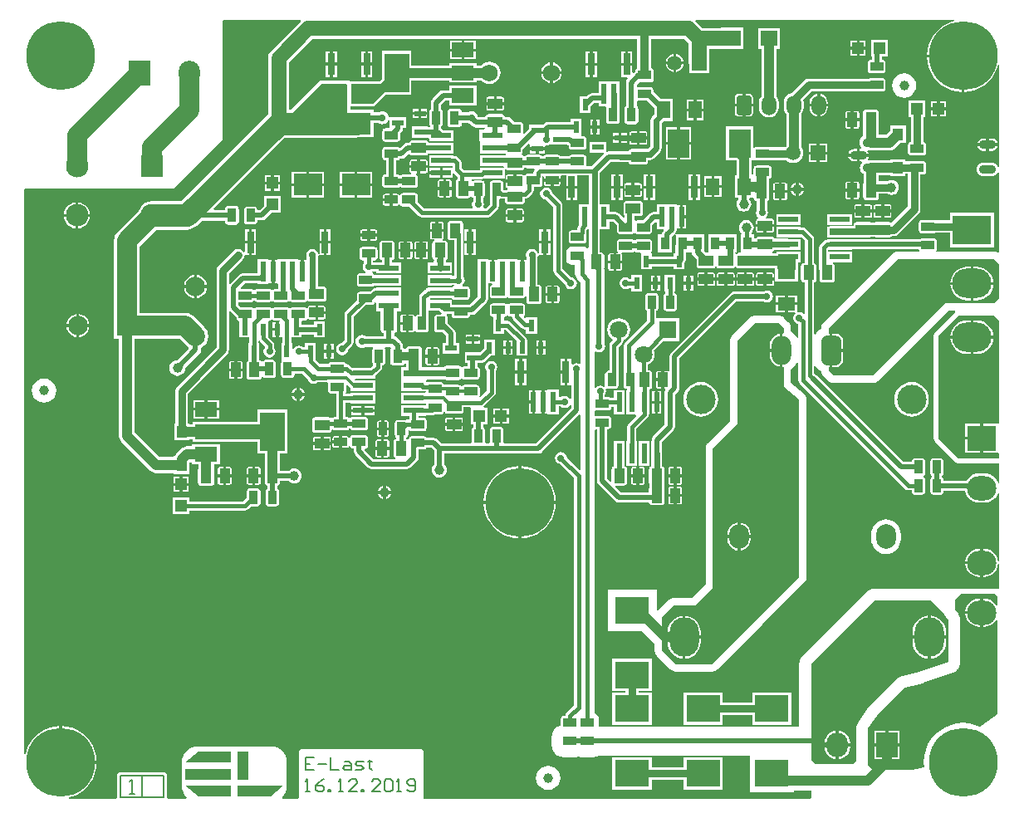
<source format=gtl>
G04 Layer_Physical_Order=1*
G04 Layer_Color=11767835*
%FSLAX43Y43*%
%MOMM*%
G71*
G01*
G75*
G04:AMPARAMS|DCode=10|XSize=0.85mm|YSize=1.3mm|CornerRadius=0.043mm|HoleSize=0mm|Usage=FLASHONLY|Rotation=270.000|XOffset=0mm|YOffset=0mm|HoleType=Round|Shape=RoundedRectangle|*
%AMROUNDEDRECTD10*
21,1,0.850,1.215,0,0,270.0*
21,1,0.765,1.300,0,0,270.0*
1,1,0.085,-0.608,-0.383*
1,1,0.085,-0.608,0.383*
1,1,0.085,0.608,0.383*
1,1,0.085,0.608,-0.383*
%
%ADD10ROUNDEDRECTD10*%
%ADD11R,0.900X1.300*%
%ADD12C,1.000*%
%ADD13R,1.150X0.600*%
%ADD14R,3.000X2.250*%
G04:AMPARAMS|DCode=15|XSize=0.85mm|YSize=1.3mm|CornerRadius=0.043mm|HoleSize=0mm|Usage=FLASHONLY|Rotation=0.000|XOffset=0mm|YOffset=0mm|HoleType=Round|Shape=RoundedRectangle|*
%AMROUNDEDRECTD15*
21,1,0.850,1.215,0,0,0.0*
21,1,0.765,1.300,0,0,0.0*
1,1,0.085,0.383,-0.608*
1,1,0.085,-0.383,-0.608*
1,1,0.085,-0.383,0.608*
1,1,0.085,0.383,0.608*
%
%ADD15ROUNDEDRECTD15*%
%ADD16R,0.800X2.300*%
%ADD17R,0.600X2.050*%
%ADD18R,0.600X1.150*%
%ADD19R,2.250X1.500*%
%ADD20R,2.500X4.000*%
%ADD21R,2.000X0.600*%
%ADD22R,0.600X2.000*%
%ADD23R,1.200X1.200*%
%ADD24R,1.200X1.200*%
%ADD25R,1.000X1.200*%
%ADD26R,3.500X2.750*%
%ADD27R,1.350X1.800*%
%ADD28R,2.250X3.000*%
%ADD29R,1.800X1.350*%
G04:AMPARAMS|DCode=30|XSize=1.05mm|YSize=1.45mm|CornerRadius=0.053mm|HoleSize=0mm|Usage=FLASHONLY|Rotation=0.000|XOffset=0mm|YOffset=0mm|HoleType=Round|Shape=RoundedRectangle|*
%AMROUNDEDRECTD30*
21,1,1.050,1.345,0,0,0.0*
21,1,0.945,1.450,0,0,0.0*
1,1,0.105,0.472,-0.672*
1,1,0.105,-0.472,-0.672*
1,1,0.105,-0.472,0.672*
1,1,0.105,0.472,0.672*
%
%ADD30ROUNDEDRECTD30*%
G04:AMPARAMS|DCode=31|XSize=1.05mm|YSize=1.45mm|CornerRadius=0.053mm|HoleSize=0mm|Usage=FLASHONLY|Rotation=90.000|XOffset=0mm|YOffset=0mm|HoleType=Round|Shape=RoundedRectangle|*
%AMROUNDEDRECTD31*
21,1,1.050,1.345,0,0,90.0*
21,1,0.945,1.450,0,0,90.0*
1,1,0.105,0.672,0.472*
1,1,0.105,0.672,-0.472*
1,1,0.105,-0.672,-0.472*
1,1,0.105,-0.672,0.472*
%
%ADD31ROUNDEDRECTD31*%
%ADD32R,1.700X1.600*%
%ADD33C,1.000*%
%ADD34C,0.500*%
%ADD35C,0.400*%
%ADD36C,0.750*%
%ADD37C,0.200*%
%ADD38C,0.600*%
%ADD39C,2.000*%
%ADD40C,0.300*%
%ADD41C,2.250*%
%ADD42C,1.500*%
%ADD43C,0.850*%
%ADD44C,2.300*%
%ADD45C,7.000*%
%ADD46C,3.000*%
%ADD47R,1.800X1.800*%
%ADD48C,1.800*%
%ADD49O,2.200X2.500*%
%ADD50R,2.200X2.500*%
G04:AMPARAMS|DCode=51|XSize=1.5mm|YSize=2mm|CornerRadius=0.225mm|HoleSize=0mm|Usage=FLASHONLY|Rotation=0.000|XOffset=0mm|YOffset=0mm|HoleType=Round|Shape=RoundedRectangle|*
%AMROUNDEDRECTD51*
21,1,1.500,1.550,0,0,0.0*
21,1,1.050,2.000,0,0,0.0*
1,1,0.450,0.525,-0.775*
1,1,0.450,-0.525,-0.775*
1,1,0.450,-0.525,0.775*
1,1,0.450,0.525,0.775*
%
%ADD51ROUNDEDRECTD51*%
%ADD52O,1.500X2.000*%
%ADD53O,1.750X0.900*%
%ADD54C,1.750*%
%ADD55R,3.000X2.500*%
%ADD56O,3.000X2.500*%
%ADD57R,4.000X3.000*%
%ADD58O,4.000X3.000*%
%ADD59C,2.300*%
%ADD60R,2.300X2.300*%
%ADD61O,3.000X4.000*%
%ADD62C,2.000*%
%ADD63O,2.000X3.000*%
G04:AMPARAMS|DCode=64|XSize=2mm|YSize=3mm|CornerRadius=0.5mm|HoleSize=0mm|Usage=FLASHONLY|Rotation=180.000|XOffset=0mm|YOffset=0mm|HoleType=Round|Shape=RoundedRectangle|*
%AMROUNDEDRECTD64*
21,1,2.000,2.000,0,0,180.0*
21,1,1.000,3.000,0,0,180.0*
1,1,1.000,-0.500,1.000*
1,1,1.000,0.500,1.000*
1,1,1.000,0.500,-1.000*
1,1,1.000,-0.500,-1.000*
%
%ADD64ROUNDEDRECTD64*%
%ADD65R,1.500X1.500*%
%ADD66C,1.500*%
%ADD67R,2.000X2.000*%
%ADD68O,2.000X2.500*%
%ADD69C,0.700*%
G36*
X121477Y129588D02*
X121592Y129565D01*
X122276D01*
X122288Y129536D01*
X122313Y129438D01*
X122222Y129302D01*
X122187Y129125D01*
X122106Y129035D01*
X121592D01*
X121477Y129012D01*
X121379Y128946D01*
X121313Y128848D01*
X121311Y128837D01*
X121226Y128819D01*
X121179Y128823D01*
X121136Y128887D01*
X121061Y128937D01*
X120972Y128954D01*
X120450D01*
Y128250D01*
X120300D01*
Y128100D01*
X119396D01*
Y127777D01*
X119413Y127689D01*
X119463Y127613D01*
X119539Y127563D01*
X119580Y127555D01*
Y127426D01*
X119508Y127411D01*
X119436Y127363D01*
X119142D01*
X119135Y127370D01*
Y128007D01*
X119112Y128123D01*
X119046Y128221D01*
X118948Y128287D01*
X118832Y128310D01*
X118067D01*
X117952Y128287D01*
X117854Y128221D01*
X117788Y128123D01*
X117765Y128007D01*
Y127190D01*
X117762Y127175D01*
X117762Y127175D01*
Y125867D01*
X117358Y125463D01*
X117137D01*
X117069Y125590D01*
X117119Y125664D01*
X117166Y125900D01*
X117119Y126136D01*
X117064Y126218D01*
Y126524D01*
X117146Y126579D01*
X117212Y126677D01*
X117235Y126792D01*
Y128007D01*
X117212Y128123D01*
X117146Y128221D01*
X117048Y128287D01*
X116932Y128310D01*
X116167D01*
X116052Y128287D01*
X116009Y128258D01*
X115864Y128298D01*
X115856Y128314D01*
X115932Y128437D01*
X116900D01*
X116900Y128437D01*
X117077Y128472D01*
X117180Y128541D01*
X119254D01*
Y129456D01*
X119381Y129495D01*
X119407Y129457D01*
X119508Y129389D01*
X119627Y129365D01*
X120972D01*
X121092Y129389D01*
X121193Y129457D01*
X121261Y129558D01*
X121277Y129636D01*
X121405D01*
X121477Y129588D01*
D02*
G37*
G36*
X110500Y108950D02*
X113685Y108950D01*
X113775Y108860D01*
X113775Y108350D01*
X109000D01*
Y108950D01*
X109500D01*
Y109425D01*
X110500D01*
Y108950D01*
D02*
G37*
G36*
X98483Y144573D02*
X98451Y144549D01*
X98451Y144549D01*
X95476Y141574D01*
X95308Y141355D01*
X95202Y141099D01*
X95166Y140825D01*
X95166Y140825D01*
Y135134D01*
X86244Y126212D01*
X83350D01*
X82971Y126163D01*
X82619Y126017D01*
X82316Y125784D01*
X82083Y125481D01*
X81982Y125236D01*
X79823Y123077D01*
X79614Y122806D01*
X79538Y122620D01*
X79483Y122489D01*
X79439Y122150D01*
X79439Y122150D01*
Y113500D01*
X79450Y113415D01*
Y112200D01*
X79943D01*
Y102250D01*
X79971Y102041D01*
X80051Y101847D01*
X80179Y101679D01*
X83129Y98729D01*
X83297Y98601D01*
X83491Y98521D01*
X83700Y98493D01*
X85525D01*
Y98400D01*
X87125D01*
Y99248D01*
X87132Y99300D01*
Y99516D01*
X87209Y99593D01*
X87400D01*
Y99350D01*
X88018D01*
Y98998D01*
X87993Y98873D01*
Y97528D01*
X88020Y97390D01*
X88098Y97273D01*
X88215Y97195D01*
X88352Y97168D01*
X89297D01*
X89435Y97195D01*
X89552Y97273D01*
X89630Y97390D01*
X89657Y97528D01*
Y98873D01*
X89632Y98998D01*
Y99350D01*
X90250D01*
Y101450D01*
X87400D01*
Y101207D01*
X86875D01*
X86666Y101179D01*
X86472Y101099D01*
X86304Y100971D01*
X85754Y100421D01*
X85626Y100253D01*
X85604Y100200D01*
X85525D01*
Y100107D01*
X84034D01*
X81557Y102584D01*
Y112189D01*
X86127D01*
X86823Y111493D01*
X86823Y111493D01*
X87048Y111320D01*
X87075Y111168D01*
X85912Y110005D01*
X85900Y110007D01*
X85691Y109979D01*
X85497Y109899D01*
X85329Y109771D01*
X85201Y109603D01*
X85121Y109409D01*
X85093Y109200D01*
X85121Y108991D01*
X85201Y108797D01*
X85329Y108629D01*
X85497Y108501D01*
X85691Y108421D01*
X85900Y108393D01*
X86109Y108421D01*
X86303Y108501D01*
X86471Y108629D01*
X86599Y108797D01*
X86679Y108991D01*
X86707Y109200D01*
X86705Y109212D01*
X88147Y110653D01*
X88268Y110835D01*
X88311Y111050D01*
Y111245D01*
X88406Y111284D01*
X88677Y111493D01*
X88886Y111764D01*
X89017Y112081D01*
X89061Y112420D01*
X89017Y112759D01*
X88962Y112890D01*
X88886Y113076D01*
X88677Y113347D01*
X88677Y113347D01*
X87597Y114427D01*
X87326Y114636D01*
X87167Y114701D01*
X87009Y114767D01*
X86670Y114811D01*
X86670Y114811D01*
X82061D01*
Y121607D01*
X83742Y123287D01*
X86850D01*
X87229Y123337D01*
X87581Y123483D01*
X87884Y123716D01*
X88357Y124189D01*
X90718D01*
Y124142D01*
X90745Y124009D01*
X90821Y123896D01*
X90934Y123820D01*
X91067Y123793D01*
X91832D01*
X91966Y123820D01*
X92079Y123896D01*
X92155Y124009D01*
X92182Y124142D01*
Y125357D01*
X92155Y125491D01*
X92079Y125604D01*
X91966Y125680D01*
X91832Y125707D01*
X91067D01*
X90934Y125680D01*
X90821Y125604D01*
X90745Y125491D01*
X90718Y125357D01*
Y125311D01*
X89645D01*
X89596Y125428D01*
X96856Y132688D01*
X104100D01*
X104193Y132700D01*
X105900D01*
Y134139D01*
X106463D01*
X106472Y134132D01*
X106630Y134067D01*
X106800Y134044D01*
X106970Y134067D01*
X107128Y134132D01*
X107264Y134236D01*
X107368Y134372D01*
X107419Y134496D01*
X107546Y134471D01*
Y133646D01*
X107424Y133635D01*
X107092D01*
X106977Y133612D01*
X106879Y133546D01*
X106813Y133448D01*
X106790Y133332D01*
Y132567D01*
X106813Y132452D01*
X106879Y132354D01*
X106977Y132288D01*
X107092Y132265D01*
X108307D01*
X108423Y132288D01*
X108521Y132354D01*
X108587Y132452D01*
X108610Y132567D01*
Y133133D01*
X108738Y133262D01*
X108850Y133428D01*
X108889Y133625D01*
Y133646D01*
X109204D01*
Y134754D01*
X107577D01*
X107546Y134754D01*
X107441Y134808D01*
X107441Y134808D01*
X107433Y134870D01*
X107368Y135028D01*
X107264Y135164D01*
X107128Y135268D01*
X106970Y135333D01*
X106800Y135356D01*
X106630Y135333D01*
X106472Y135268D01*
X106463Y135261D01*
X105900D01*
Y135550D01*
X104193D01*
X104100Y135562D01*
X103596D01*
X103506Y135652D01*
Y135871D01*
X103765D01*
X103790Y135866D01*
X105825Y135866D01*
X105924Y135886D01*
X106008Y135942D01*
X107112Y137046D01*
X109754D01*
Y138539D01*
X113621D01*
Y138296D01*
X116379D01*
Y138539D01*
X116860D01*
X116895Y138495D01*
X117131Y138314D01*
X117405Y138200D01*
X117700Y138161D01*
X117995Y138200D01*
X118269Y138314D01*
X118505Y138495D01*
X118686Y138731D01*
X118800Y139005D01*
X118839Y139300D01*
X118800Y139595D01*
X118686Y139869D01*
X118505Y140105D01*
X118269Y140286D01*
X117995Y140400D01*
X117700Y140439D01*
X117405Y140400D01*
X117131Y140286D01*
X116895Y140105D01*
X116860Y140060D01*
X116379D01*
Y140304D01*
X113621D01*
Y140060D01*
X109754D01*
Y141554D01*
X106746D01*
Y138687D01*
X106493Y138434D01*
X103700Y138434D01*
X103675Y138429D01*
X103500D01*
Y138475D01*
X103140D01*
X103110Y138481D01*
X103110Y138481D01*
X100575Y138481D01*
X100458Y138458D01*
X100359Y138391D01*
X97530Y135562D01*
X97284D01*
Y140386D01*
X99639Y142741D01*
X132769D01*
Y139757D01*
X132759Y139755D01*
X132646Y139679D01*
X132570Y139566D01*
X132544Y139437D01*
X132392Y139285D01*
X132275Y139334D01*
Y140000D01*
X131700D01*
X131125D01*
Y138825D01*
X131766D01*
X131815Y138708D01*
X131778Y138672D01*
X131657Y138490D01*
X131614Y138275D01*
Y135900D01*
X131546Y135854D01*
X131470Y135741D01*
X131443Y135607D01*
Y134392D01*
X131470Y134259D01*
X131546Y134146D01*
X131659Y134070D01*
X131792Y134043D01*
X132557D01*
X132691Y134070D01*
X132804Y134146D01*
X132880Y134259D01*
X132907Y134392D01*
Y135607D01*
X132880Y135741D01*
X132804Y135854D01*
X132736Y135900D01*
Y136374D01*
X132863Y136471D01*
X132892Y136465D01*
X133736D01*
X134571Y135630D01*
Y135070D01*
X134301Y134799D01*
X134178Y134616D01*
X134135Y134400D01*
X134135Y134400D01*
Y131834D01*
X133841Y131540D01*
X133125D01*
X133125Y131540D01*
X133101Y131535D01*
X132227D01*
X132108Y131511D01*
X132007Y131443D01*
X131939Y131342D01*
X131933Y131315D01*
X131025D01*
X130970Y131304D01*
X130196D01*
Y131264D01*
X129850D01*
X129731Y131240D01*
X129604Y131333D01*
Y132254D01*
X127946D01*
Y131146D01*
X129340D01*
X129392Y131019D01*
X128198Y129825D01*
X128184Y129822D01*
X128096Y129763D01*
X127689D01*
X127609Y129861D01*
X127610Y129867D01*
Y130632D01*
X127587Y130748D01*
X127521Y130846D01*
X127423Y130912D01*
X127307Y130935D01*
X126092D01*
X125977Y130912D01*
X125879Y130846D01*
X125824Y130764D01*
X124976D01*
X124921Y130846D01*
X124823Y130912D01*
X124707Y130935D01*
X123492D01*
X123377Y130912D01*
X123279Y130846D01*
X123224Y130764D01*
X123076D01*
X123021Y130846D01*
X122923Y130912D01*
X122807Y130935D01*
X121592D01*
X121477Y130912D01*
X121379Y130846D01*
X121362Y130821D01*
X121209D01*
X121193Y130843D01*
X121092Y130911D01*
X121049Y130920D01*
X121021Y131054D01*
X121087Y131152D01*
X121110Y131267D01*
Y131483D01*
X121731Y132104D01*
X121825Y132019D01*
Y131700D01*
X122575D01*
X123325D01*
Y131819D01*
X123423Y131899D01*
X123500Y131884D01*
X123736Y131931D01*
X123869Y132020D01*
X123996Y131952D01*
Y131946D01*
X125654D01*
X125654Y131946D01*
Y131946D01*
X125654Y131946D01*
X125765Y131908D01*
X125790Y131883D01*
Y131767D01*
X125813Y131652D01*
X125879Y131554D01*
X125977Y131488D01*
X126092Y131465D01*
X127307D01*
X127423Y131488D01*
X127521Y131554D01*
X127587Y131652D01*
X127610Y131767D01*
Y132532D01*
X127587Y132648D01*
X127521Y132746D01*
X127423Y132812D01*
X127307Y132835D01*
X127142D01*
X127104Y132946D01*
X127104Y132946D01*
X127104D01*
X127104Y132946D01*
Y134604D01*
X125996D01*
Y134289D01*
X123675D01*
X123478Y134250D01*
X123312Y134138D01*
X123177Y134004D01*
X121746D01*
Y133573D01*
X121273Y133099D01*
X121156Y133162D01*
X121157Y133167D01*
Y133932D01*
X121130Y134066D01*
X121054Y134179D01*
X120941Y134255D01*
X120807Y134282D01*
X120261D01*
X119897Y134647D01*
X119715Y134768D01*
X119500Y134811D01*
X119314D01*
X119305Y134860D01*
X119227Y134977D01*
X119110Y135055D01*
X118972Y135082D01*
X117627D01*
X117490Y135055D01*
X117373Y134977D01*
X117295Y134860D01*
X117286Y134811D01*
X116582D01*
X116535Y134858D01*
X116533Y134870D01*
X116468Y135028D01*
X116364Y135164D01*
X116228Y135268D01*
X116070Y135333D01*
X115900Y135356D01*
X115730Y135333D01*
X115572Y135268D01*
X115563Y135261D01*
X114882D01*
Y135307D01*
X114855Y135441D01*
X114779Y135554D01*
X114666Y135630D01*
X114532Y135657D01*
X113767D01*
X113634Y135630D01*
X113521Y135554D01*
X113445Y135441D01*
X113418Y135307D01*
Y134092D01*
X113445Y133959D01*
X113521Y133846D01*
X113634Y133770D01*
X113767Y133743D01*
X114532D01*
X114666Y133770D01*
X114779Y133846D01*
X114855Y133959D01*
X114882Y134092D01*
Y134139D01*
X115563D01*
X115572Y134132D01*
X115730Y134067D01*
X115742Y134065D01*
X115953Y133853D01*
X116135Y133732D01*
X116350Y133689D01*
X117187D01*
X117222Y133632D01*
X117150Y133505D01*
X116700D01*
Y132305D01*
X116719D01*
X116746Y132189D01*
X116746Y132178D01*
Y131081D01*
X119254D01*
X119254Y131081D01*
Y131081D01*
X119351Y131056D01*
X119409Y130954D01*
X119381Y130908D01*
X119254Y130919D01*
Y130919D01*
X116746D01*
Y129811D01*
X119150D01*
X119215Y129706D01*
X119202Y129675D01*
X119186Y129649D01*
X116746D01*
Y129401D01*
X116708Y129363D01*
X115092D01*
X114863Y129592D01*
Y130100D01*
X114863Y130100D01*
X114828Y130277D01*
X114727Y130427D01*
X114727Y130427D01*
X114462Y130692D01*
X114312Y130793D01*
X114135Y130828D01*
X114054Y130915D01*
Y130919D01*
X111546D01*
Y129811D01*
X113937D01*
Y129570D01*
X112950D01*
Y129095D01*
Y128620D01*
X113975D01*
Y129002D01*
X114102Y129043D01*
X114437Y128708D01*
Y128447D01*
X114357Y128393D01*
X114289Y128292D01*
X114265Y128172D01*
Y126827D01*
X114289Y126708D01*
X114357Y126607D01*
X114458Y126539D01*
X114577Y126515D01*
X115522D01*
X115642Y126539D01*
X115743Y126607D01*
X115769Y126644D01*
X115789Y126650D01*
X115916Y126636D01*
X115954Y126579D01*
X116036Y126524D01*
Y126218D01*
X115981Y126136D01*
X115934Y125900D01*
X115981Y125664D01*
X116031Y125590D01*
X115963Y125463D01*
X111042D01*
X110410Y126095D01*
Y126732D01*
X110387Y126848D01*
X110321Y126946D01*
X110223Y127012D01*
X110107Y127035D01*
X108892D01*
X108777Y127012D01*
X108679Y126946D01*
X108623Y126863D01*
X108623Y126863D01*
X108547Y126853D01*
X108486Y126857D01*
X108464Y126889D01*
X108392Y126937D01*
X108307Y126954D01*
X107850D01*
Y126350D01*
Y125746D01*
X108307D01*
X108392Y125763D01*
X108464Y125811D01*
X108486Y125842D01*
X108547Y125847D01*
X108623Y125837D01*
X108623Y125837D01*
X108679Y125754D01*
X108777Y125688D01*
X108892Y125665D01*
X109530D01*
X110523Y124673D01*
X110673Y124572D01*
X110850Y124537D01*
X110850Y124537D01*
X117550D01*
X117550Y124537D01*
X117727Y124572D01*
X117877Y124673D01*
X118552Y125348D01*
X118552Y125348D01*
X118653Y125498D01*
X118688Y125675D01*
X118688Y125675D01*
Y126376D01*
X118710Y126401D01*
X118815Y126464D01*
X118950Y126437D01*
X119315D01*
Y126177D01*
X119339Y126058D01*
X119407Y125957D01*
X119508Y125889D01*
X119627Y125865D01*
X120972D01*
X121092Y125889D01*
X121193Y125957D01*
X121261Y126058D01*
X121285Y126177D01*
Y126314D01*
X121300Y126437D01*
X121477Y126472D01*
X121627Y126573D01*
X122077Y127023D01*
X122077Y127023D01*
X122178Y127173D01*
X122213Y127350D01*
X122213Y127350D01*
Y127665D01*
X122807D01*
X122923Y127688D01*
X123021Y127754D01*
X123087Y127852D01*
X123110Y127967D01*
Y128711D01*
X123144Y128736D01*
X123145Y128736D01*
X123271Y128621D01*
Y128500D01*
X124100D01*
X124929D01*
Y128732D01*
X125038Y128837D01*
X125525D01*
Y127775D01*
X126100D01*
X126675D01*
Y128837D01*
X127835D01*
Y125879D01*
X126846D01*
Y123801D01*
X126823Y123777D01*
X126722Y123627D01*
X126687Y123450D01*
X126687Y123450D01*
Y123235D01*
X126092D01*
X125977Y123212D01*
X125879Y123146D01*
X125813Y123048D01*
X125790Y122932D01*
Y122167D01*
X125813Y122052D01*
X125879Y121954D01*
X125977Y121888D01*
X126092Y121865D01*
X127307D01*
X127423Y121888D01*
X127521Y121954D01*
X127587Y122052D01*
X127610Y122167D01*
Y122932D01*
X127605Y122958D01*
X127613Y123000D01*
X127613Y123000D01*
Y123258D01*
X127676Y123321D01*
X127835D01*
Y121448D01*
X127708Y121409D01*
X127699Y121424D01*
X127519Y121544D01*
X127307Y121586D01*
X126092D01*
X125881Y121544D01*
X125701Y121424D01*
X125581Y121244D01*
X125539Y121032D01*
Y120267D01*
X125581Y120056D01*
X125701Y119876D01*
X125881Y119756D01*
X126092Y119714D01*
X126444D01*
Y118750D01*
X126468Y118567D01*
X126539Y118397D01*
X126651Y118251D01*
X126994Y117908D01*
Y109698D01*
X126882Y109638D01*
X126836Y109669D01*
X126600Y109716D01*
X126364Y109669D01*
X126202Y109560D01*
X126075Y109613D01*
Y110100D01*
X125650D01*
Y108775D01*
Y107450D01*
X126075D01*
X126086Y107328D01*
Y106096D01*
X126061Y106076D01*
X125891Y106102D01*
X125835Y106185D01*
X125636Y106319D01*
X125400Y106366D01*
X125164Y106319D01*
X125006Y106213D01*
X124754D01*
Y107029D01*
X123646D01*
Y107029D01*
X123567Y106950D01*
X123350D01*
Y105750D01*
Y104550D01*
X123646D01*
Y104471D01*
X124754D01*
Y105287D01*
X125006D01*
X125164Y105181D01*
X125400Y105134D01*
X125636Y105181D01*
X125835Y105315D01*
X125891Y105398D01*
X126061Y105424D01*
X126086Y105404D01*
Y105113D01*
X122487Y101514D01*
X119211D01*
X119125Y101641D01*
X119135Y101692D01*
Y102907D01*
X119112Y103023D01*
X119046Y103121D01*
X118948Y103187D01*
X118832Y103210D01*
X118067D01*
X117952Y103187D01*
X117854Y103121D01*
X117788Y103023D01*
X117765Y102907D01*
Y101692D01*
X117775Y101641D01*
X117689Y101514D01*
X117311D01*
X117225Y101641D01*
X117235Y101692D01*
Y102907D01*
X117212Y103023D01*
X117146Y103121D01*
X117064Y103176D01*
Y103446D01*
X117554D01*
Y105154D01*
X117141D01*
X117103Y105281D01*
X117202Y105348D01*
X118227Y106373D01*
X118227Y106373D01*
X118287Y106463D01*
X118328Y106523D01*
X118363Y106700D01*
Y108906D01*
X118469Y109064D01*
X118516Y109300D01*
X118469Y109536D01*
X118335Y109735D01*
X118136Y109869D01*
X117900Y109916D01*
X117664Y109869D01*
X117465Y109735D01*
X117331Y109536D01*
X117284Y109300D01*
X117331Y109064D01*
X117437Y108906D01*
Y106892D01*
X116796Y106251D01*
X116761Y106267D01*
X116692Y106326D01*
X116710Y106418D01*
Y107183D01*
X116687Y107298D01*
X116621Y107396D01*
X116523Y107462D01*
X116407Y107485D01*
X115192D01*
X115077Y107462D01*
X114979Y107396D01*
X114947Y107349D01*
X114804Y107352D01*
X114771Y107401D01*
X114673Y107467D01*
X114557Y107490D01*
X113342D01*
X113278Y107477D01*
X113054D01*
X113037Y107563D01*
X112971Y107661D01*
X112873Y107727D01*
X112757Y107750D01*
X111542D01*
X111432Y107728D01*
X111344D01*
X111254Y107818D01*
Y107917D01*
X111254Y107939D01*
X111307Y108044D01*
X113143D01*
X113209Y108000D01*
X113342Y107973D01*
X114557D01*
X114691Y108000D01*
X114804Y108076D01*
X114825Y108106D01*
X114977D01*
X114979Y108104D01*
X115077Y108038D01*
X115192Y108015D01*
X116407D01*
X116523Y108038D01*
X116621Y108104D01*
X116687Y108202D01*
X116710Y108318D01*
Y109083D01*
X116687Y109198D01*
X116621Y109296D01*
X116523Y109362D01*
X116514Y109364D01*
Y109696D01*
X116854D01*
Y109736D01*
X116950D01*
X117147Y109775D01*
X117313Y109887D01*
X117873Y110446D01*
X118254D01*
Y112104D01*
X117146D01*
Y111173D01*
X116777Y110804D01*
X115196D01*
Y109696D01*
X115486D01*
Y109385D01*
X115192D01*
X115077Y109362D01*
X114981Y109298D01*
X114978Y109296D01*
X114828Y109299D01*
X114804Y109334D01*
X114691Y109410D01*
X114557Y109437D01*
X113342D01*
X113209Y109410D01*
X113096Y109334D01*
X113043Y109256D01*
X110897Y109256D01*
X110807Y109346D01*
Y109602D01*
X110832Y109728D01*
Y111073D01*
X110805Y111210D01*
X110727Y111327D01*
X110610Y111405D01*
X110472Y111432D01*
X109527D01*
X109390Y111405D01*
X109273Y111327D01*
X109195Y111210D01*
X109180Y111131D01*
X109057D01*
X109055Y111141D01*
X108979Y111254D01*
X108911Y111300D01*
Y111450D01*
X108868Y111665D01*
X108747Y111847D01*
X108297Y112297D01*
X108115Y112418D01*
X108011Y112439D01*
Y112736D01*
X108060Y112745D01*
X108177Y112823D01*
X108255Y112940D01*
X108282Y113078D01*
Y114423D01*
X108281Y114428D01*
Y114995D01*
X108750D01*
Y116195D01*
X108731D01*
X108704Y116311D01*
X108704D01*
Y117419D01*
X106196D01*
Y117329D01*
X106115D01*
X105918Y117290D01*
X105752Y117178D01*
X105543Y116970D01*
X104492D01*
X104377Y116947D01*
X104279Y116881D01*
X104213Y116783D01*
X104190Y116668D01*
Y116045D01*
X103073Y114927D01*
X102972Y114777D01*
X102937Y114600D01*
X102937Y114600D01*
Y112017D01*
X102652Y111731D01*
X102464Y111694D01*
X102265Y111560D01*
X102131Y111361D01*
X102084Y111125D01*
X102131Y110889D01*
X102265Y110690D01*
X102464Y110556D01*
X102700Y110509D01*
X102936Y110556D01*
X103135Y110690D01*
X103269Y110889D01*
X103306Y111077D01*
X103727Y111498D01*
X103727Y111498D01*
X103828Y111648D01*
X103863Y111825D01*
X103863Y111825D01*
Y114408D01*
X105055Y115600D01*
X105707D01*
X105823Y115623D01*
X105921Y115689D01*
X105987Y115787D01*
X106005Y115880D01*
X106023Y115895D01*
X106132Y115848D01*
X106150Y115828D01*
Y114995D01*
X106619D01*
Y114428D01*
X106618Y114423D01*
Y113078D01*
X106645Y112940D01*
X106723Y112823D01*
X106840Y112745D01*
X106889Y112736D01*
Y112461D01*
X105037D01*
X105028Y112468D01*
X104870Y112533D01*
X104700Y112556D01*
X104530Y112533D01*
X104372Y112468D01*
X104236Y112364D01*
X104132Y112228D01*
X104067Y112070D01*
X104044Y111900D01*
X104067Y111730D01*
X104132Y111572D01*
X104236Y111436D01*
X104372Y111332D01*
X104530Y111267D01*
X104700Y111244D01*
X104870Y111267D01*
X105028Y111332D01*
X105037Y111339D01*
X105802D01*
X105837Y111259D01*
X105848Y111212D01*
X105788Y111123D01*
X105765Y111008D01*
Y109793D01*
X105788Y109677D01*
X105837Y109604D01*
Y109492D01*
X105554Y109209D01*
X103746D01*
X103477Y109477D01*
X103327Y109578D01*
X103150Y109613D01*
X103087Y109648D01*
X103021Y109746D01*
X102923Y109812D01*
X102807Y109835D01*
X101592D01*
X101477Y109812D01*
X101379Y109746D01*
X101313Y109648D01*
X101306Y109613D01*
X100392D01*
X100061Y109943D01*
X100004Y110046D01*
X100004D01*
X100004Y110046D01*
Y111704D01*
X98896D01*
Y111338D01*
X98694D01*
X98536Y111444D01*
X98300Y111491D01*
X98064Y111444D01*
X97865Y111310D01*
X97731Y111111D01*
X97731Y111110D01*
X97604Y111123D01*
Y111704D01*
X97513D01*
Y112296D01*
X98554D01*
Y112611D01*
X99846D01*
Y112296D01*
X100954D01*
Y113954D01*
X99846D01*
Y113639D01*
X98644D01*
X98554Y113729D01*
Y113954D01*
X98656Y114015D01*
X98857D01*
X98973Y114038D01*
X99071Y114104D01*
X99128Y114188D01*
X99219Y114209D01*
X99263Y114213D01*
X99339Y114163D01*
X99427Y114146D01*
X99950D01*
Y114850D01*
Y115554D01*
X99427D01*
X99339Y115537D01*
X99263Y115487D01*
X99213Y115411D01*
X99198Y115335D01*
X99160Y115315D01*
X99158Y115315D01*
X99069Y115298D01*
X98973Y115362D01*
X98857Y115385D01*
X97642D01*
X97527Y115362D01*
X97429Y115296D01*
X97426Y115293D01*
X97274D01*
X97271Y115296D01*
X97173Y115362D01*
X97057Y115385D01*
X95842D01*
X95727Y115362D01*
X95629Y115296D01*
X95626Y115293D01*
X95474D01*
X95471Y115296D01*
X95373Y115362D01*
X95257Y115385D01*
X94042D01*
X93927Y115362D01*
X93829Y115296D01*
X93814Y115274D01*
X93661D01*
X93646Y115296D01*
X93548Y115362D01*
X93432Y115385D01*
X92367D01*
X92139Y115613D01*
Y115851D01*
X92217Y115915D01*
X93432D01*
X93548Y115938D01*
X93646Y116004D01*
X93661Y116026D01*
X93814D01*
X93829Y116004D01*
X93927Y115938D01*
X94042Y115915D01*
X95257D01*
X95373Y115938D01*
X95471Y116004D01*
X95474Y116007D01*
X95626D01*
X95629Y116004D01*
X95727Y115938D01*
X95842Y115915D01*
X97057D01*
X97173Y115938D01*
X97271Y116004D01*
X97274Y116007D01*
X97426D01*
X97429Y116004D01*
X97527Y115938D01*
X97642Y115915D01*
X98857D01*
X98973Y115938D01*
X99071Y116004D01*
X99080Y116017D01*
X99111Y116027D01*
X99243Y116032D01*
X99308Y115989D01*
X99427Y115965D01*
X100772D01*
X100892Y115989D01*
X100993Y116057D01*
X101061Y116158D01*
X101085Y116277D01*
Y117222D01*
X101061Y117342D01*
X100993Y117443D01*
X100892Y117511D01*
X100772Y117535D01*
X100215D01*
Y119000D01*
Y120458D01*
X100219Y120464D01*
X100259Y120664D01*
X100259D01*
X100334Y120687D01*
X100433Y120700D01*
X100433D01*
X100433D01*
X100435Y120700D01*
X100800D01*
Y121875D01*
X100375D01*
Y120827D01*
Y120827D01*
Y120823D01*
X100375Y120804D01*
Y120802D01*
X100362Y120801D01*
X100346Y120799D01*
X100338Y120799D01*
X100271Y120792D01*
X100263Y120791D01*
X100248Y120790D01*
X100248D01*
X100248Y120790D01*
X100219Y120936D01*
X100085Y121135D01*
X99886Y121269D01*
X99650Y121316D01*
X99414Y121269D01*
X99215Y121135D01*
X99081Y120936D01*
X99034Y120700D01*
X99081Y120464D01*
X99085Y120458D01*
Y120200D01*
X98800D01*
Y119000D01*
X98500D01*
Y120200D01*
X98204D01*
Y120279D01*
X96096D01*
Y120200D01*
X95800D01*
Y119000D01*
Y117800D01*
X96096D01*
Y117721D01*
X96136D01*
Y117285D01*
X95842D01*
X95727Y117262D01*
X95629Y117196D01*
X95626Y117193D01*
X95474D01*
X95471Y117196D01*
X95373Y117262D01*
X95257Y117285D01*
X94042D01*
X93927Y117262D01*
X93829Y117196D01*
X93814Y117174D01*
X93661D01*
X93646Y117196D01*
X93548Y117262D01*
X93432Y117285D01*
X92402D01*
X92354Y117402D01*
X92763Y117811D01*
X94096D01*
Y117721D01*
X95204D01*
Y117800D01*
X95500D01*
Y119000D01*
Y120200D01*
X95204D01*
Y120279D01*
X94096D01*
Y118839D01*
X92550D01*
X92353Y118800D01*
X92187Y118688D01*
X91293Y117795D01*
X91166Y117840D01*
Y118859D01*
X92553Y120246D01*
X92692Y120455D01*
X92721Y120596D01*
X92775Y120700D01*
X92861Y120700D01*
X93200D01*
Y121875D01*
X92775D01*
Y121051D01*
X92648Y121012D01*
X92553Y121153D01*
X92345Y121292D01*
X92100Y121341D01*
X91855Y121292D01*
X91646Y121153D01*
X90072Y119578D01*
X89932Y119370D01*
X89884Y119125D01*
Y111291D01*
X85871Y107278D01*
X85732Y107070D01*
X85684Y106825D01*
Y103554D01*
X85571D01*
Y102749D01*
X85564Y102700D01*
X85571Y102651D01*
Y101846D01*
X87079D01*
Y101940D01*
X87446D01*
Y101696D01*
X88759D01*
X88825Y101687D01*
X94071D01*
Y100446D01*
X94814D01*
Y98993D01*
X94814Y98992D01*
X94790Y98873D01*
Y97528D01*
X94814Y97408D01*
X94882Y97307D01*
X94983Y97239D01*
X95061Y97223D01*
Y96876D01*
X94979Y96821D01*
X94913Y96723D01*
X94890Y96607D01*
Y95392D01*
X94913Y95277D01*
X94979Y95179D01*
X95077Y95113D01*
X95192Y95090D01*
X95957D01*
X96073Y95113D01*
X96171Y95179D01*
X96237Y95277D01*
X96260Y95392D01*
Y96607D01*
X96237Y96723D01*
X96171Y96821D01*
X96089Y96876D01*
Y97223D01*
X96167Y97239D01*
X96268Y97307D01*
X96336Y97408D01*
X96360Y97528D01*
Y97686D01*
X97244D01*
X97262Y97662D01*
X97420Y97541D01*
X97603Y97465D01*
X97800Y97439D01*
X97997Y97465D01*
X98180Y97541D01*
X98338Y97662D01*
X98459Y97820D01*
X98535Y98003D01*
X98560Y98200D01*
X98535Y98397D01*
X98459Y98580D01*
X98338Y98738D01*
X98180Y98859D01*
X97997Y98935D01*
X97800Y98960D01*
X97603Y98935D01*
X97420Y98859D01*
X97262Y98738D01*
X97244Y98714D01*
X96360D01*
Y98873D01*
X96336Y98992D01*
X96335Y98993D01*
Y100446D01*
X97079D01*
Y104954D01*
X94071D01*
Y103713D01*
X88825D01*
X88759Y103704D01*
X87446D01*
Y103461D01*
X87079D01*
Y103554D01*
X86966D01*
Y106559D01*
X90978Y110572D01*
X91062Y110696D01*
X91117Y110780D01*
X91166Y111025D01*
Y114960D01*
X91293Y115005D01*
X91915Y114383D01*
Y114317D01*
X91938Y114202D01*
X92004Y114104D01*
X92102Y114038D01*
X92104Y114038D01*
X92196Y113954D01*
X92196D01*
Y112296D01*
X93237D01*
Y111704D01*
X93146D01*
Y110046D01*
X93146Y110046D01*
X93114Y109932D01*
X93057Y109893D01*
X92989Y109792D01*
X92965Y109672D01*
Y108327D01*
X92989Y108208D01*
X93057Y108107D01*
X93158Y108039D01*
X93277Y108015D01*
X94222D01*
X94342Y108039D01*
X94443Y108107D01*
X94511Y108208D01*
X94520Y108251D01*
X94654Y108279D01*
X94752Y108213D01*
X94867Y108190D01*
X95632D01*
X95748Y108213D01*
X95846Y108279D01*
X95912Y108377D01*
X95935Y108492D01*
Y109707D01*
X95912Y109823D01*
X95846Y109921D01*
X95748Y109987D01*
X95632Y110010D01*
X94867D01*
X94752Y109987D01*
X94654Y109921D01*
X94616Y109864D01*
X94489Y109850D01*
X94469Y109856D01*
X94443Y109893D01*
X94342Y109961D01*
X94254Y110046D01*
X94254D01*
Y111704D01*
X94163D01*
Y111933D01*
X94290Y111972D01*
X94323Y111923D01*
X94837Y111408D01*
Y111269D01*
X94731Y111111D01*
X94684Y110875D01*
X94731Y110639D01*
X94865Y110440D01*
X95064Y110306D01*
X95300Y110259D01*
X95536Y110306D01*
X95735Y110440D01*
X95869Y110639D01*
X95916Y110875D01*
X95869Y111111D01*
X95763Y111269D01*
Y111600D01*
X95728Y111777D01*
X95627Y111927D01*
X95627Y111927D01*
X95204Y112351D01*
Y113954D01*
X95302Y114024D01*
X95373Y114038D01*
X95471Y114104D01*
X95474Y114107D01*
X95626D01*
X95629Y114104D01*
X95727Y114038D01*
X95842Y114015D01*
X96325D01*
X96334Y114002D01*
X96266Y113875D01*
X96250D01*
Y113125D01*
Y112375D01*
X96575D01*
X96587Y112253D01*
Y111704D01*
X96496D01*
Y110046D01*
X96512D01*
X96554Y109921D01*
X96488Y109823D01*
X96465Y109707D01*
Y108492D01*
X96488Y108377D01*
X96554Y108279D01*
X96652Y108213D01*
X96767Y108190D01*
X97532D01*
X97648Y108213D01*
X97746Y108279D01*
X97812Y108377D01*
X97835Y108492D01*
Y108637D01*
X98608D01*
X99219Y108027D01*
X99231Y107964D01*
X99365Y107765D01*
X99564Y107631D01*
X99800Y107584D01*
X100036Y107631D01*
X100194Y107737D01*
X101000D01*
X101177Y107772D01*
X101197Y107786D01*
X101204Y107783D01*
X101296Y107661D01*
X101290Y107632D01*
Y106868D01*
X101313Y106752D01*
X101379Y106654D01*
X101477Y106588D01*
X101592Y106565D01*
X102087D01*
Y106115D01*
Y104235D01*
X101942D01*
X101827Y104212D01*
X101729Y104146D01*
X101695Y104096D01*
X101558Y104084D01*
X101548Y104087D01*
X101543Y104093D01*
X101442Y104161D01*
X101322Y104185D01*
X99977D01*
X99858Y104161D01*
X99757Y104093D01*
X99689Y103992D01*
X99665Y103873D01*
Y102928D01*
X99689Y102808D01*
X99757Y102707D01*
X99858Y102639D01*
X99977Y102615D01*
X101322D01*
X101442Y102639D01*
X101543Y102707D01*
X101611Y102808D01*
X101626Y102881D01*
X101657Y102904D01*
X101732Y102931D01*
X101762Y102932D01*
X101827Y102888D01*
X101942Y102865D01*
X103157D01*
X103273Y102888D01*
X103371Y102954D01*
X103403Y103002D01*
X103546Y103002D01*
X103579Y102954D01*
X103677Y102888D01*
X103792Y102865D01*
X105007D01*
X105123Y102888D01*
X105221Y102954D01*
X105287Y103052D01*
X105310Y103167D01*
Y103932D01*
X105287Y104048D01*
X105221Y104146D01*
X105123Y104212D01*
X105007Y104235D01*
X103792D01*
X103677Y104212D01*
X103579Y104146D01*
X103547Y104098D01*
X103403Y104098D01*
X103371Y104146D01*
X103273Y104212D01*
X103157Y104235D01*
X103013D01*
Y105652D01*
X103546D01*
Y105561D01*
X106054D01*
Y106669D01*
X103546D01*
Y106578D01*
X103119D01*
X103055Y106705D01*
X103087Y106752D01*
X103110Y106868D01*
Y107442D01*
X103227Y107490D01*
X103546Y107171D01*
Y106831D01*
X106054D01*
Y107939D01*
X104018D01*
X103993Y107974D01*
X104058Y108101D01*
X106054D01*
Y108399D01*
X106627Y108973D01*
X106627Y108973D01*
X106728Y109123D01*
X106763Y109300D01*
X106763Y109300D01*
Y109490D01*
X106832D01*
X106948Y109513D01*
X107046Y109579D01*
X107112Y109677D01*
X107135Y109793D01*
Y111008D01*
X107112Y111123D01*
X107052Y111212D01*
X107063Y111259D01*
X107098Y111339D01*
X107636D01*
X107636Y111339D01*
X107702Y111226D01*
X107645Y111141D01*
X107618Y111008D01*
Y109793D01*
X107645Y109659D01*
X107721Y109546D01*
X107834Y109470D01*
X107967Y109443D01*
X108732D01*
X108866Y109470D01*
X108979Y109546D01*
X109055Y109659D01*
X109057Y109669D01*
X109180D01*
X109193Y109602D01*
Y109256D01*
X109000D01*
X108996Y109255D01*
X108700D01*
Y108980D01*
X108694Y108950D01*
Y108350D01*
X108700Y108320D01*
Y108055D01*
X108719D01*
Y108055D01*
X108746Y107939D01*
X108746Y107928D01*
Y106831D01*
X110790D01*
X110935Y106802D01*
X111215D01*
X111216Y106796D01*
X111107Y106669D01*
X108746D01*
Y105561D01*
X111229D01*
X111240Y105548D01*
Y105399D01*
X108746D01*
Y104291D01*
X109537D01*
Y103984D01*
X109513Y103948D01*
X109506Y103913D01*
X109200D01*
X109200Y103913D01*
X109158Y103905D01*
X109132Y103910D01*
X108367D01*
X108252Y103887D01*
X108154Y103821D01*
X108088Y103723D01*
X108065Y103608D01*
Y102393D01*
X108088Y102277D01*
X108154Y102179D01*
X108237Y102123D01*
Y101985D01*
X108227D01*
X108108Y101961D01*
X108007Y101893D01*
X107939Y101792D01*
X107915Y101673D01*
Y100328D01*
X107939Y100208D01*
X108007Y100107D01*
X108108Y100039D01*
X108085Y99914D01*
X105913D01*
X104989Y100838D01*
X104997Y100896D01*
X105036Y100971D01*
X105123Y100988D01*
X105221Y101054D01*
X105287Y101152D01*
X105310Y101267D01*
Y102032D01*
X105287Y102148D01*
X105221Y102246D01*
X105123Y102312D01*
X105007Y102335D01*
X103792D01*
X103677Y102312D01*
X103579Y102246D01*
X103513Y102148D01*
X103499Y102079D01*
X103370D01*
X103362Y102117D01*
X103314Y102189D01*
X103242Y102237D01*
X103157Y102254D01*
X102700D01*
Y101650D01*
Y101046D01*
X103157D01*
X103242Y101063D01*
X103314Y101111D01*
X103362Y101183D01*
X103370Y101221D01*
X103499D01*
X103513Y101152D01*
X103579Y101054D01*
X103677Y100988D01*
X103792Y100965D01*
X103886D01*
Y100700D01*
X103925Y100503D01*
X104037Y100337D01*
X105337Y99037D01*
X105503Y98925D01*
X105700Y98886D01*
X109300D01*
X109497Y98925D01*
X109663Y99037D01*
X110363Y99737D01*
X110475Y99903D01*
X110514Y100100D01*
Y100865D01*
X111007D01*
X111123Y100888D01*
X111221Y100954D01*
X111276Y101036D01*
X111837D01*
X112086Y100787D01*
Y99356D01*
X112062Y99338D01*
X111941Y99180D01*
X111865Y98997D01*
X111839Y98800D01*
X111865Y98603D01*
X111941Y98420D01*
X112062Y98262D01*
X112220Y98141D01*
X112403Y98065D01*
X112600Y98039D01*
X112797Y98065D01*
X112980Y98141D01*
X113138Y98262D01*
X113259Y98420D01*
X113335Y98603D01*
X113360Y98800D01*
X113335Y98997D01*
X113259Y99180D01*
X113138Y99338D01*
X113114Y99356D01*
Y100486D01*
X122700D01*
X122897Y100525D01*
X123063Y100637D01*
X126867Y104440D01*
X126994Y104388D01*
Y98827D01*
X126877Y98778D01*
X125606Y100048D01*
X125569Y100236D01*
X125435Y100435D01*
X125236Y100569D01*
X125000Y100616D01*
X124764Y100569D01*
X124565Y100435D01*
X124431Y100236D01*
X124384Y100000D01*
X124431Y99764D01*
X124565Y99565D01*
X124764Y99431D01*
X124952Y99394D01*
X126337Y98008D01*
Y74792D01*
X125573Y74027D01*
X125472Y73877D01*
X125444Y73735D01*
X125292D01*
X125177Y73712D01*
X125079Y73646D01*
X125013Y73548D01*
X124990Y73432D01*
Y72746D01*
X124968Y72743D01*
X124666Y72618D01*
X124406Y72419D01*
X124207Y72159D01*
X124082Y71857D01*
X124039Y71532D01*
Y70767D01*
X124082Y70443D01*
X124207Y70141D01*
X124406Y69881D01*
X124666Y69682D01*
X124968Y69557D01*
X125292Y69514D01*
X126507D01*
X126800Y69553D01*
X127092Y69514D01*
X128307D01*
X128632Y69557D01*
X128934Y69682D01*
X128941Y69687D01*
X144250D01*
Y65975D01*
X148750D01*
Y66091D01*
X150500D01*
Y65390D01*
X150410Y65300D01*
X111162Y65300D01*
X111035Y65300D01*
Y70000D01*
X111010Y70128D01*
X110937Y70237D01*
X110828Y70310D01*
X110700Y70335D01*
X98600D01*
X98472Y70310D01*
X98363Y70237D01*
X98290Y70128D01*
X98265Y70000D01*
Y65390D01*
X98175Y65300D01*
X96604D01*
X96562Y65420D01*
X96572Y65428D01*
X96769Y65668D01*
X96916Y65943D01*
X97006Y66240D01*
X97037Y66550D01*
X97035D01*
Y69050D01*
X97037D01*
X97006Y69360D01*
X96916Y69657D01*
X96769Y69931D01*
X96572Y70172D01*
X96331Y70369D01*
X96057Y70516D01*
X95760Y70606D01*
X95450Y70637D01*
Y70635D01*
X87950D01*
Y70637D01*
X87640Y70606D01*
X87343Y70516D01*
X87068Y70369D01*
X86828Y70172D01*
X86631Y69931D01*
X86484Y69657D01*
X86394Y69360D01*
X86363Y69050D01*
X86365D01*
Y66550D01*
X86363D01*
X86394Y66240D01*
X86484Y65943D01*
X86631Y65668D01*
X86828Y65428D01*
X86838Y65420D01*
X86796Y65300D01*
X84941D01*
X84861Y65398D01*
X84861Y65400D01*
Y67600D01*
X84833Y67738D01*
X84755Y67855D01*
X84638Y67933D01*
X84500Y67961D01*
X80100D01*
X79962Y67933D01*
X79845Y67855D01*
X79767Y67738D01*
X79739Y67600D01*
Y65427D01*
X79699Y65349D01*
X79659Y65300D01*
X74875D01*
X74860Y65427D01*
X75139Y65494D01*
X75674Y65715D01*
X76167Y66018D01*
X76607Y66393D01*
X76982Y66833D01*
X77285Y67326D01*
X77506Y67861D01*
X77641Y68423D01*
X77675Y68850D01*
X74000D01*
Y69000D01*
X73850D01*
Y72675D01*
X73423Y72641D01*
X72861Y72506D01*
X72326Y72285D01*
X71833Y71982D01*
X71393Y71607D01*
X71018Y71167D01*
X70715Y70674D01*
X70494Y70139D01*
X70427Y69860D01*
X70300Y69875D01*
X70300Y127410D01*
X70390Y127500D01*
X85500D01*
X90500Y132500D01*
X90500Y144610D01*
X90590Y144700D01*
X98439Y144700D01*
X98483Y144573D01*
D02*
G37*
G36*
X115846Y105154D02*
Y103446D01*
X116036D01*
Y103176D01*
X115954Y103121D01*
X115888Y103023D01*
X115865Y102907D01*
Y101692D01*
X115875Y101641D01*
X115789Y101514D01*
X112813D01*
X112413Y101913D01*
X112247Y102025D01*
X112050Y102064D01*
X111276D01*
X111221Y102146D01*
X111123Y102212D01*
X111007Y102235D01*
X109792D01*
X109677Y102212D01*
X109579Y102146D01*
X109513Y102048D01*
X109497Y101966D01*
X109459Y101939D01*
X109416Y101922D01*
X109363Y101914D01*
X109292Y101961D01*
X109214Y101977D01*
Y102106D01*
X109248Y102113D01*
X109346Y102179D01*
X109412Y102277D01*
X109435Y102393D01*
Y102841D01*
X109562Y102879D01*
X109579Y102854D01*
X109677Y102788D01*
X109792Y102765D01*
X111007D01*
X111123Y102788D01*
X111221Y102854D01*
X111287Y102952D01*
X111310Y103068D01*
Y103833D01*
X111287Y103948D01*
X111221Y104046D01*
X111123Y104112D01*
X111007Y104135D01*
X110463D01*
Y104291D01*
X111254D01*
Y104382D01*
X111830D01*
X111830Y104382D01*
X112007Y104417D01*
X112101Y104480D01*
X112757D01*
X112873Y104503D01*
X112971Y104569D01*
X113037Y104667D01*
X113039Y104678D01*
X113174Y104705D01*
X113207Y104657D01*
X113308Y104589D01*
X113427Y104565D01*
X114772D01*
X114892Y104589D01*
X114993Y104657D01*
X115061Y104758D01*
X115085Y104877D01*
Y105212D01*
X115743D01*
X115846Y105154D01*
D02*
G37*
G36*
X147197Y113794D02*
X147235Y113765D01*
X147665Y113335D01*
X147694Y113297D01*
X147700Y113250D01*
X147700Y113250D01*
X147700D01*
Y112946D01*
Y112750D01*
X147610Y112671D01*
Y111000D01*
Y109329D01*
X147700Y109250D01*
Y109054D01*
Y107638D01*
Y107283D01*
X149283Y105964D01*
X149298Y105949D01*
X149300Y105928D01*
Y104678D01*
Y104642D01*
Y104446D01*
Y103889D01*
Y103813D01*
Y103618D01*
Y101522D01*
Y101035D01*
Y99361D01*
Y99361D01*
Y97679D01*
Y97200D01*
Y97009D01*
X149300Y96873D01*
Y96242D01*
Y95739D01*
Y95496D01*
Y95287D01*
Y95026D01*
Y94991D01*
Y91157D01*
Y90912D01*
Y87950D01*
X149294Y87903D01*
X149265Y87865D01*
X144965Y83565D01*
X140400Y79000D01*
X136700D01*
X135335Y80365D01*
X135309Y80399D01*
X135300Y80516D01*
Y80516D01*
X135300D01*
X135300D01*
Y80516D01*
Y83800D01*
X136465Y84965D01*
X136503Y84994D01*
X136550Y85000D01*
X138700Y85000D01*
X140144Y86444D01*
X140278Y86578D01*
Y86578D01*
X140500Y86800D01*
Y87113D01*
Y87113D01*
X140500Y100950D01*
X140506Y100997D01*
X140535Y101035D01*
X142778Y103278D01*
X143000Y103500D01*
Y111950D01*
X143006Y111997D01*
X143035Y112035D01*
X144765Y113765D01*
X144803Y113794D01*
X144850Y113800D01*
X147150D01*
X147197Y113794D01*
D02*
G37*
G36*
X169200Y120300D02*
X169700Y119800D01*
Y116300D01*
X169200Y115800D01*
X164200D01*
X156800Y108400D01*
X152800Y108400D01*
X152300Y108900D01*
Y109294D01*
X152390D01*
Y111000D01*
Y112706D01*
X152300D01*
Y113300D01*
X159300Y120300D01*
X169200Y120300D01*
D02*
G37*
G36*
X107975Y114250D02*
X106925D01*
Y115850D01*
X107975D01*
Y114250D01*
D02*
G37*
G36*
X103200Y138085D02*
Y136100D01*
X103200Y133000D01*
X98500Y133000D01*
X97500Y134000D01*
X97500Y135100D01*
X100575Y138175D01*
X103110Y138175D01*
X103200Y138085D01*
D02*
G37*
G36*
X169700Y114000D02*
Y103555D01*
X169600Y103490D01*
X169573Y103490D01*
X168050D01*
Y102040D01*
Y100590D01*
X169573D01*
X169600Y100590D01*
X169700Y100525D01*
Y100000D01*
X165500Y100000D01*
X163500Y102000D01*
X163500Y112500D01*
X165500Y114500D01*
X169200Y114500D01*
X169700Y114000D01*
D02*
G37*
G36*
X169500Y85900D02*
Y85039D01*
X169373Y85007D01*
X169166Y85276D01*
X168869Y85505D01*
X168522Y85648D01*
X168150Y85697D01*
X168050D01*
Y84260D01*
Y82823D01*
X168150D01*
X168522Y82872D01*
X168869Y83015D01*
X169166Y83244D01*
X169373Y83513D01*
X169500Y83481D01*
Y73857D01*
X167748Y72606D01*
X167240Y72816D01*
X166628Y72963D01*
X166000Y73012D01*
X165372Y72963D01*
X164760Y72816D01*
X164178Y72575D01*
X163642Y72246D01*
X163163Y71837D01*
X162754Y71358D01*
X162425Y70822D01*
X162184Y70240D01*
X162037Y69628D01*
X161988Y69000D01*
X162026Y68518D01*
X162000Y68500D01*
X160900Y68200D01*
X156800D01*
X156300Y68700D01*
Y72328D01*
X156303Y72342D01*
X156305Y72372D01*
X156305Y72372D01*
X156306Y72376D01*
X156306Y72377D01*
X156308Y72382D01*
X156308Y72382D01*
X156309Y72384D01*
X156309Y72384D01*
X156310Y72386D01*
X156310Y72386D01*
X156311Y72389D01*
X156312Y72389D01*
X156312Y72393D01*
X156312Y72393D01*
X156322Y72410D01*
X156323Y72410D01*
X156324Y72413D01*
X156324Y72413D01*
X156324Y72413D01*
X156324Y72414D01*
X156325Y72414D01*
X156325Y72414D01*
X156326Y72416D01*
X156326Y72416D01*
X156326Y72417D01*
X156326Y72417D01*
X156326Y72418D01*
X156326Y72418D01*
X156330Y72426D01*
X156330Y72426D01*
X156330Y72426D01*
X156330Y72426D01*
X157214Y73753D01*
X157215Y73754D01*
X157229Y73776D01*
X157238Y73788D01*
X157241Y73793D01*
X157260Y73814D01*
X157260Y73815D01*
X157262Y73818D01*
X157271Y73828D01*
X157275Y73835D01*
X157276Y73836D01*
X157276Y73836D01*
X157279Y73842D01*
X157305Y73870D01*
X157306Y73872D01*
X157311Y73877D01*
X157311Y73877D01*
X157312Y73878D01*
X157315Y73881D01*
X157316Y73883D01*
X157316Y73883D01*
X157330Y73901D01*
X157330Y73901D01*
X157338Y73911D01*
X157364Y73934D01*
X157373Y73946D01*
X159966Y76539D01*
X159966Y76539D01*
X159966Y76539D01*
X159966Y76540D01*
X159966Y76540D01*
X159967Y76540D01*
X159999Y76564D01*
X160000Y76565D01*
X160000Y76565D01*
X160002Y76567D01*
X160010Y76574D01*
X160016Y76578D01*
X160016Y76578D01*
X160016Y76578D01*
X160016Y76578D01*
X160017Y76578D01*
X160021Y76581D01*
X160028Y76583D01*
X160028Y76583D01*
X160029Y76583D01*
X160029D01*
X160029Y76583D01*
X160029Y76584D01*
X160029Y76584D01*
X160029Y76584D01*
X160029Y76584D01*
X160032Y76585D01*
X160033Y76585D01*
X160033Y76585D01*
X160076Y76603D01*
X160076Y76603D01*
X160076Y76603D01*
X160091Y76607D01*
X160100Y76610D01*
X160100Y76610D01*
X161873Y77054D01*
X161925Y77074D01*
X161979Y77085D01*
X164900Y78108D01*
X165001Y78159D01*
X165105Y78202D01*
X165141Y78229D01*
X165182Y78250D01*
X165266Y78325D01*
X165356Y78394D01*
X165384Y78430D01*
X165417Y78461D01*
X165479Y78555D01*
X165548Y78645D01*
X165566Y78687D01*
X165591Y78725D01*
X165626Y78832D01*
X165669Y78937D01*
X165675Y78982D01*
X165689Y79025D01*
X165696Y79138D01*
X165710Y79250D01*
X165710Y83435D01*
X165700Y83514D01*
Y83593D01*
X165690Y83669D01*
X165690Y83669D01*
Y83669D01*
X165670Y83745D01*
X165669Y83749D01*
X165668Y83752D01*
X165661Y83779D01*
X165654Y83831D01*
X165653Y83832D01*
X165653Y83832D01*
X165633Y83881D01*
X165608Y83974D01*
X165608Y83974D01*
X165608Y83974D01*
X165560Y84058D01*
X165533Y84123D01*
X165532Y84124D01*
X165532Y84124D01*
X165532Y84124D01*
X165516Y84146D01*
X165508Y84160D01*
X165507Y84160D01*
X165507Y84160D01*
X165481Y84194D01*
X165450Y84247D01*
X165450Y84248D01*
X165450Y84248D01*
X165445Y84255D01*
X165445Y84255D01*
X165428Y84276D01*
X165416Y84289D01*
X165407Y84304D01*
X165404Y84308D01*
X165361Y84351D01*
X165336Y84383D01*
X165336Y84383D01*
X165315Y84410D01*
X165315Y84410D01*
X165315Y84410D01*
X165303Y84423D01*
X165303Y84423D01*
X165300Y84427D01*
X165257Y84470D01*
X165255Y84472D01*
X165255Y84472D01*
X165255Y84472D01*
X165252Y84477D01*
X165252Y84477D01*
X165252Y84477D01*
X165252Y84477D01*
X165243Y84490D01*
X165237Y84505D01*
X165234Y84510D01*
X165219Y84529D01*
X165219Y84529D01*
X165215Y84536D01*
X165215Y84536D01*
X165205Y84556D01*
X165200Y84563D01*
Y84563D01*
X165200Y84564D01*
X165200Y85600D01*
X165800Y86200D01*
X169200D01*
X169500Y85900D01*
D02*
G37*
G36*
X109400Y138485D02*
X109400Y137400D01*
X107100D01*
X105825Y136125D01*
X103790Y136125D01*
X103700Y136215D01*
X103700Y138175D01*
X106600Y138175D01*
X107000Y138575D01*
X109310D01*
X109400Y138485D01*
D02*
G37*
G36*
X148900Y120610D02*
X148900Y119200D01*
X147227Y119200D01*
X147100Y119265D01*
Y120200D01*
X147200Y120300D01*
Y120700D01*
X148810Y120700D01*
X148900Y120610D01*
D02*
G37*
G36*
X162700Y85500D02*
X164076Y84124D01*
X164082Y84099D01*
X164083Y84098D01*
X164100Y84069D01*
X164101Y84066D01*
X164103Y84062D01*
X164106Y84050D01*
X164113Y84038D01*
X164119Y84022D01*
X164129Y84001D01*
X164142Y83981D01*
X164152Y83958D01*
X164159Y83948D01*
X164167Y83930D01*
X164171Y83924D01*
X164186Y83904D01*
X164186Y83904D01*
X164189Y83899D01*
X164198Y83880D01*
X164204Y83872D01*
Y83872D01*
X164207Y83867D01*
X164207Y83867D01*
X164208Y83865D01*
X164232Y83834D01*
X164248Y83801D01*
X164248Y83801D01*
X164268Y83778D01*
X164283Y83753D01*
X164283Y83753D01*
X164283Y83753D01*
X164292Y83740D01*
X164299Y83734D01*
X164307Y83720D01*
X164318Y83710D01*
X164325Y83697D01*
X164325Y83697D01*
X164335Y83688D01*
X164346Y83673D01*
X164376Y83646D01*
X164401Y83614D01*
X164444Y83571D01*
X164447Y83567D01*
X164459Y83555D01*
X164468Y83539D01*
X164484Y83518D01*
X164485Y83518D01*
X164485Y83518D01*
X164490Y83511D01*
X164500Y83435D01*
X164500Y79250D01*
X161579Y78228D01*
X159806Y77784D01*
X159795Y77780D01*
X159792Y77780D01*
X159777Y77776D01*
X159745Y77763D01*
X159712Y77757D01*
X159694Y77749D01*
X159682Y77746D01*
X159673Y77742D01*
X159653Y77737D01*
X159634Y77727D01*
X159613Y77721D01*
X159570Y77704D01*
X159569Y77703D01*
X159568Y77703D01*
X159567Y77702D01*
X159566Y77702D01*
X159565Y77702D01*
X159562Y77700D01*
X159561Y77700D01*
X159561Y77699D01*
X159560Y77699D01*
X159560Y77699D01*
X159557Y77698D01*
X159552Y77696D01*
X159552Y77696D01*
X159547Y77693D01*
X159541Y77691D01*
X159537Y77690D01*
X159514Y77675D01*
X159488Y77666D01*
X159488Y77666D01*
X159466Y77651D01*
X159441Y77642D01*
X159441Y77641D01*
X159430Y77637D01*
X159427Y77635D01*
X159426Y77635D01*
X159425Y77634D01*
X159424Y77634D01*
X159424Y77634D01*
X159424Y77634D01*
X159422Y77632D01*
X159422Y77632D01*
X159416Y77629D01*
X159416Y77629D01*
X159415Y77629D01*
X159415Y77629D01*
X159415Y77628D01*
X159414Y77628D01*
X159414Y77628D01*
X159414Y77628D01*
X159414Y77628D01*
X159413Y77628D01*
X159403Y77619D01*
X159391Y77614D01*
X159372Y77599D01*
X159347Y77587D01*
X159347Y77587D01*
X159323Y77565D01*
X159293Y77548D01*
X159291Y77546D01*
X159287Y77544D01*
X159286Y77544D01*
X159286Y77543D01*
X159285Y77543D01*
X159279Y77537D01*
X159279Y77537D01*
X159247Y77513D01*
X159246Y77513D01*
X159246Y77513D01*
X159246Y77513D01*
X159238Y77505D01*
X159233Y77500D01*
X159218Y77491D01*
X159210Y77483D01*
X159199Y77476D01*
X159199Y77476D01*
X159172Y77447D01*
X159168Y77444D01*
X159158Y77435D01*
X159125Y77410D01*
X159125Y77410D01*
X159118Y77402D01*
X159110Y77395D01*
X159110Y77395D01*
X159110Y77395D01*
X156514Y74799D01*
X156514Y74799D01*
X156514Y74799D01*
X156513Y74799D01*
X156513Y74798D01*
X156513Y74798D01*
X156484Y74770D01*
X156475Y74757D01*
X156475Y74757D01*
X156475Y74757D01*
X156461Y74739D01*
X156461Y74739D01*
X156459Y74737D01*
X156456Y74734D01*
X156455Y74733D01*
X156455Y74733D01*
X156438Y74716D01*
X156416Y74687D01*
X156410Y74681D01*
X156409Y74680D01*
X156383Y74657D01*
X156377Y74650D01*
X156373Y74644D01*
X156372Y74643D01*
X156371Y74642D01*
X156370Y74641D01*
X156370Y74641D01*
X156358Y74624D01*
X156351Y74615D01*
X156348Y74611D01*
X156329Y74591D01*
X156326Y74588D01*
X156306Y74554D01*
X156306Y74553D01*
X156305Y74553D01*
X156304Y74551D01*
X156303Y74549D01*
X156300Y74547D01*
X156300Y74547D01*
X156298Y74544D01*
X156278Y74521D01*
X156275Y74517D01*
X156275Y74517D01*
X156274Y74516D01*
X156274Y74516D01*
X156274Y74516D01*
X156269Y74508D01*
X156268Y74506D01*
X156268Y74506D01*
X156264Y74499D01*
X156264Y74499D01*
X156258Y74493D01*
X156257Y74493D01*
X156256Y74490D01*
X156235Y74465D01*
X156210Y74429D01*
X156210Y74429D01*
X156209Y74428D01*
X156209Y74427D01*
X156209Y74426D01*
X155323Y73098D01*
X155308Y73068D01*
X155288Y73042D01*
X155288Y73042D01*
X155285Y73036D01*
X155281Y73031D01*
X155277Y73021D01*
X155277Y73020D01*
X155277Y73020D01*
X155275Y73017D01*
X155265Y73000D01*
X155261Y72990D01*
X155260Y72988D01*
X155259Y72986D01*
X155252Y72977D01*
X155250Y72970D01*
X155249Y72968D01*
X155249Y72968D01*
X155248Y72967D01*
X155245Y72960D01*
X155242Y72955D01*
X155242Y72955D01*
X155235Y72937D01*
X155220Y72913D01*
X155213Y72891D01*
X155211Y72889D01*
X155208Y72881D01*
X155208Y72881D01*
X155208Y72881D01*
X155208Y72881D01*
X155207Y72880D01*
X155207Y72880D01*
X155206Y72877D01*
X155206Y72877D01*
X155206Y72876D01*
X155206Y72876D01*
X155203Y72866D01*
X155186Y72836D01*
X155185Y72831D01*
X155184Y72830D01*
X155184Y72830D01*
X155181Y72818D01*
X155177Y72803D01*
X155161Y72771D01*
X155159Y72765D01*
X155159Y72761D01*
X155158Y72760D01*
X155151Y72726D01*
X155139Y72696D01*
X155139Y72694D01*
X155137Y72689D01*
X155135Y72685D01*
X155135Y72681D01*
X155135Y72681D01*
X155134Y72677D01*
X155133Y72673D01*
X155130Y72649D01*
X155120Y72619D01*
X155117Y72583D01*
X155115Y72577D01*
X155113Y72563D01*
X155112Y72560D01*
X155105Y72533D01*
X155105Y72491D01*
X155097Y72450D01*
X155095Y72420D01*
X155097Y72391D01*
X155094Y72372D01*
X155095Y72368D01*
X155090Y72328D01*
Y69090D01*
X154808Y68808D01*
X150892D01*
X150500Y69200D01*
Y79000D01*
X157000Y85500D01*
X162700Y85500D01*
D02*
G37*
G36*
X91350Y69025D02*
X86700D01*
X88025Y70125D01*
X91350D01*
Y69025D01*
D02*
G37*
G36*
X95375Y65475D02*
X92050D01*
Y66575D01*
X96700D01*
X95375Y65475D01*
D02*
G37*
G36*
X93150Y67250D02*
X92050D01*
X92050Y70125D01*
X93150D01*
X93150Y67250D01*
D02*
G37*
G36*
X165140Y144573D02*
X164861Y144506D01*
X164326Y144285D01*
X163833Y143982D01*
X163393Y143607D01*
X163018Y143167D01*
X162715Y142674D01*
X162494Y142139D01*
X162359Y141577D01*
X162325Y141150D01*
X166000D01*
Y141000D01*
X166150D01*
Y137325D01*
X166577Y137359D01*
X167139Y137494D01*
X167674Y137715D01*
X168167Y138018D01*
X168607Y138393D01*
X168982Y138833D01*
X169285Y139326D01*
X169506Y139861D01*
X169573Y140140D01*
X169700Y140125D01*
X169700Y129730D01*
X169573Y129705D01*
X169540Y129785D01*
X169427Y129932D01*
X169280Y130045D01*
X169109Y130116D01*
X168925Y130140D01*
X168075D01*
X167891Y130116D01*
X167720Y130045D01*
X167573Y129932D01*
X167460Y129785D01*
X167389Y129614D01*
X167365Y129430D01*
X167389Y129246D01*
X167460Y129075D01*
X167573Y128928D01*
X167720Y128815D01*
X167891Y128744D01*
X168075Y128720D01*
X168925D01*
X169109Y128744D01*
X169280Y128815D01*
X169427Y128928D01*
X169540Y129075D01*
X169573Y129155D01*
X169700Y129130D01*
X169700Y121005D01*
X169586Y120949D01*
X169578Y120955D01*
X169449Y121009D01*
X169396Y121031D01*
X169200Y121056D01*
X163332Y121056D01*
X163264Y121183D01*
X163287Y121217D01*
X163310Y121332D01*
Y122098D01*
X163287Y122213D01*
X163221Y122311D01*
X163123Y122377D01*
X163007Y122400D01*
X161792D01*
X161677Y122377D01*
X161605Y122329D01*
X154654D01*
Y122369D01*
X152146D01*
X152146Y122369D01*
Y122369D01*
D01*
X152146Y122369D01*
X152146Y122369D01*
X152079Y122272D01*
X152077Y122270D01*
X151938Y122243D01*
X151788Y122142D01*
X151473Y121827D01*
X151372Y121677D01*
X151337Y121500D01*
X151337Y121500D01*
Y119250D01*
X151337Y119250D01*
X151365Y119110D01*
Y118227D01*
X151389Y118108D01*
X151457Y118007D01*
X151558Y117939D01*
X151677Y117915D01*
X152622D01*
X152742Y117939D01*
X152843Y118007D01*
X152911Y118108D01*
X152935Y118227D01*
Y119572D01*
X152911Y119692D01*
X152843Y119793D01*
X152742Y119861D01*
X152728Y119864D01*
X152741Y119991D01*
X154654D01*
Y121099D01*
X152263D01*
Y121261D01*
X154654D01*
Y121301D01*
X161496D01*
X161513Y121217D01*
X161535Y121183D01*
X161468Y121056D01*
X159300D01*
X159104Y121031D01*
X159051Y121009D01*
X158922Y120955D01*
X158765Y120835D01*
X151765Y113835D01*
X151645Y113678D01*
X151591Y113549D01*
X151569Y113496D01*
X151544Y113300D01*
Y113147D01*
X151410Y113092D01*
X151148Y112892D01*
X150948Y112630D01*
X150940Y112611D01*
X150813Y112636D01*
Y117933D01*
X150842Y117939D01*
X150943Y118007D01*
X151011Y118108D01*
X151035Y118227D01*
Y119572D01*
X151011Y119692D01*
X150943Y119793D01*
X150842Y119861D01*
X150813Y119867D01*
Y122350D01*
X150813Y122350D01*
X150778Y122527D01*
X150677Y122677D01*
X150677Y122677D01*
X149942Y123412D01*
X149792Y123513D01*
X149615Y123548D01*
X149615Y123548D01*
X149454D01*
Y123639D01*
X146946D01*
Y122531D01*
X149454D01*
X149454Y122531D01*
Y122531D01*
X149562Y122483D01*
X149887Y122158D01*
Y119885D01*
X149777D01*
X149658Y119861D01*
X149557Y119793D01*
X149489Y119692D01*
X149465Y119572D01*
Y118227D01*
X149489Y118108D01*
X149557Y118007D01*
X149658Y117939D01*
X149777Y117915D01*
X149887D01*
Y114737D01*
X149760Y114699D01*
X149735Y114735D01*
X149536Y114869D01*
X149300Y114916D01*
X149200Y114896D01*
X149075Y115001D01*
Y115600D01*
X148150D01*
Y114900D01*
X148882D01*
X148921Y114773D01*
X148865Y114735D01*
X148731Y114536D01*
X148684Y114300D01*
X148731Y114064D01*
X148865Y113865D01*
X149064Y113731D01*
X149187Y113707D01*
Y112251D01*
X149060Y112219D01*
X148922Y112477D01*
X148703Y112743D01*
X148456Y112946D01*
Y113250D01*
X148450Y113300D01*
Y113349D01*
X148444Y113396D01*
X148431Y113444D01*
X148431Y113446D01*
X148430Y113448D01*
X148393Y113587D01*
X148321Y113711D01*
X148320Y113713D01*
X148319Y113715D01*
X148294Y113758D01*
X148265Y113796D01*
X148230Y113831D01*
X148200Y113870D01*
X147770Y114300D01*
X147731Y114330D01*
X147696Y114365D01*
X147658Y114394D01*
X147615Y114419D01*
X147613Y114420D01*
X147611Y114421D01*
X147487Y114493D01*
X147348Y114530D01*
X147346Y114531D01*
X147344Y114531D01*
X147296Y114544D01*
X147249Y114550D01*
X147200D01*
X147150Y114556D01*
X144850D01*
X144800Y114550D01*
X144751D01*
X144704Y114544D01*
X144656Y114531D01*
X144654Y114531D01*
X144652Y114530D01*
X144513Y114493D01*
X144450Y114457D01*
X144389Y114421D01*
X144387Y114420D01*
X144385Y114419D01*
X144342Y114394D01*
X144304Y114365D01*
X144269Y114330D01*
X144230Y114300D01*
X142500Y112570D01*
X142470Y112531D01*
X142435Y112496D01*
X142406Y112458D01*
X142381Y112415D01*
X142380Y112413D01*
X142379Y112411D01*
X142307Y112287D01*
X142270Y112148D01*
X142269Y112146D01*
X142269Y112144D01*
X142256Y112096D01*
X142250Y112049D01*
Y112000D01*
X142244Y111950D01*
Y103813D01*
X140000Y101570D01*
X139970Y101531D01*
X139935Y101496D01*
X139906Y101458D01*
X139881Y101415D01*
X139880Y101413D01*
X139879Y101411D01*
X139867Y101391D01*
X139807Y101287D01*
X139770Y101148D01*
X139769Y101146D01*
X139769Y101144D01*
X139756Y101096D01*
X139750Y101049D01*
Y101000D01*
X139744Y100950D01*
X139744Y87113D01*
X139744Y87113D01*
X139609Y86979D01*
X139609Y86979D01*
X138387Y85756D01*
X136550Y85756D01*
X136500Y85750D01*
X136451Y85750D01*
X136404Y85744D01*
X136404Y85744D01*
X136356Y85731D01*
X136354Y85731D01*
X136352Y85730D01*
X136314Y85720D01*
X136213Y85693D01*
X136213Y85693D01*
X136213Y85693D01*
X136138Y85649D01*
X136089Y85621D01*
X136087Y85620D01*
X136085Y85619D01*
X136042Y85594D01*
X136004Y85565D01*
X135969Y85530D01*
X135930Y85500D01*
X134877Y84447D01*
X134750Y84499D01*
Y86625D01*
X129750D01*
Y82375D01*
X133242D01*
X134544Y81073D01*
Y80516D01*
Y80516D01*
X134547Y80488D01*
X134546Y80459D01*
X134555Y80342D01*
X134559Y80321D01*
Y80300D01*
X134579Y80225D01*
X134595Y80149D01*
X134605Y80130D01*
X134610Y80110D01*
X134649Y80042D01*
X134684Y79972D01*
X134698Y79957D01*
X134709Y79939D01*
X134735Y79904D01*
X134770Y79869D01*
X134800Y79830D01*
X136165Y78465D01*
X136322Y78345D01*
X136504Y78269D01*
X136700Y78244D01*
X140400D01*
X140596Y78269D01*
X140671Y78301D01*
X140778Y78345D01*
X140935Y78465D01*
X145500Y83030D01*
X145500Y83030D01*
X149800Y87330D01*
X149830Y87369D01*
X149865Y87404D01*
X149894Y87442D01*
X149894Y87442D01*
X149894Y87442D01*
X149919Y87485D01*
X149920Y87487D01*
X149921Y87489D01*
X149957Y87550D01*
X149993Y87613D01*
Y87613D01*
X149993Y87613D01*
X150030Y87752D01*
X150031Y87754D01*
X150031Y87756D01*
X150044Y87804D01*
X150050Y87851D01*
Y87900D01*
X150056Y87950D01*
Y90912D01*
Y91157D01*
Y94991D01*
Y95026D01*
Y95287D01*
Y95496D01*
Y95739D01*
Y96242D01*
Y96873D01*
Y96873D01*
Y96873D01*
X150056Y97009D01*
Y97200D01*
Y97679D01*
Y99361D01*
Y99361D01*
Y101035D01*
Y101522D01*
Y103618D01*
Y103813D01*
Y103889D01*
Y104446D01*
Y104642D01*
Y104678D01*
Y105928D01*
X150054Y105946D01*
X150055Y105949D01*
X150052Y105967D01*
X150053Y105997D01*
X150051Y106018D01*
X150037Y106081D01*
X150029Y106145D01*
X150016Y106177D01*
X150008Y106210D01*
X149978Y106268D01*
X149953Y106327D01*
X149932Y106355D01*
X149916Y106385D01*
X149872Y106433D01*
X149833Y106484D01*
X149818Y106499D01*
X149795Y106517D01*
X149782Y106530D01*
X149780Y106532D01*
X149768Y106545D01*
X148456Y107638D01*
Y109054D01*
X148703Y109257D01*
X148922Y109523D01*
X149060Y109781D01*
X149187Y109749D01*
Y107950D01*
X149187Y107950D01*
X149222Y107773D01*
X149323Y107623D01*
X160073Y96873D01*
X160223Y96772D01*
X160400Y96737D01*
X160400Y96737D01*
X160765D01*
Y96592D01*
X160788Y96477D01*
X160854Y96379D01*
X160952Y96313D01*
X161067Y96290D01*
X161832D01*
X161948Y96313D01*
X162046Y96379D01*
X162112Y96477D01*
X162135Y96592D01*
Y97807D01*
X162112Y97923D01*
X162046Y98021D01*
X161952Y98084D01*
X161948Y98106D01*
Y98194D01*
X161952Y98216D01*
X162046Y98279D01*
X162112Y98377D01*
X162135Y98492D01*
Y99707D01*
X162112Y99823D01*
X162046Y99921D01*
X161948Y99987D01*
X161832Y100010D01*
X161067D01*
X160952Y99987D01*
X160854Y99921D01*
X160788Y99823D01*
X160765Y99707D01*
Y99614D01*
X159913D01*
X150963Y108563D01*
X150813Y108664D01*
Y109364D01*
X150940Y109389D01*
X150948Y109370D01*
X151148Y109108D01*
X151410Y108908D01*
X151550Y108850D01*
X151569Y108704D01*
X151614Y108597D01*
X151645Y108522D01*
X151765Y108365D01*
X152265Y107865D01*
X152422Y107745D01*
X152604Y107669D01*
X152800Y107644D01*
X156800Y107644D01*
X156996Y107669D01*
X157071Y107701D01*
X157178Y107745D01*
X157335Y107865D01*
X164513Y115044D01*
X165185D01*
X165223Y114917D01*
X165139Y114860D01*
X163139Y112860D01*
X163029Y112695D01*
X162990Y112500D01*
X162990Y102000D01*
Y102000D01*
X163029Y101805D01*
X163139Y101639D01*
X165140Y99640D01*
X165239Y99573D01*
X165305Y99529D01*
X165500Y99490D01*
X165500D01*
X169700Y99490D01*
X169700Y99363D01*
Y97469D01*
X169573Y97450D01*
X169546Y97538D01*
X169407Y97800D01*
X169219Y98029D01*
X168990Y98217D01*
X168728Y98356D01*
X168445Y98442D01*
X168150Y98471D01*
X167650D01*
X167355Y98442D01*
X167072Y98356D01*
X166810Y98217D01*
X166581Y98029D01*
X166393Y97800D01*
X166348Y97714D01*
X164035D01*
Y97807D01*
X164012Y97923D01*
X163946Y98021D01*
X163864Y98076D01*
Y98224D01*
X163946Y98279D01*
X164012Y98377D01*
X164035Y98492D01*
Y99707D01*
X164012Y99823D01*
X163946Y99921D01*
X163848Y99987D01*
X163732Y100010D01*
X162967D01*
X162852Y99987D01*
X162754Y99921D01*
X162688Y99823D01*
X162665Y99707D01*
Y98492D01*
X162688Y98377D01*
X162754Y98279D01*
X162836Y98224D01*
Y98076D01*
X162754Y98021D01*
X162688Y97923D01*
X162665Y97807D01*
Y96592D01*
X162688Y96477D01*
X162754Y96379D01*
X162852Y96313D01*
X162967Y96290D01*
X163732D01*
X163848Y96313D01*
X163946Y96379D01*
X164012Y96477D01*
X164035Y96592D01*
Y96686D01*
X166166D01*
X166168Y96665D01*
X166254Y96382D01*
X166393Y96120D01*
X166581Y95891D01*
X166810Y95703D01*
X167072Y95564D01*
X167355Y95478D01*
X167650Y95449D01*
X168150D01*
X168445Y95478D01*
X168728Y95564D01*
X168990Y95703D01*
X169219Y95891D01*
X169407Y96120D01*
X169546Y96382D01*
X169573Y96470D01*
X169700Y96451D01*
X169700Y89457D01*
X169573Y89449D01*
X169538Y89712D01*
X169395Y90059D01*
X169166Y90356D01*
X168869Y90585D01*
X168522Y90728D01*
X168150Y90777D01*
X168050D01*
Y89340D01*
Y87903D01*
X168150D01*
X168522Y87952D01*
X168869Y88095D01*
X169166Y88324D01*
X169395Y88621D01*
X169538Y88968D01*
X169573Y89231D01*
X169700Y89223D01*
Y86700D01*
X169249D01*
X169200Y86710D01*
X165800D01*
X165761Y86702D01*
X165751Y86700D01*
X162779D01*
X162700Y86710D01*
X157000Y86710D01*
X156687Y86669D01*
X156395Y86548D01*
X156144Y86356D01*
X149644Y79856D01*
X149452Y79605D01*
X149331Y79313D01*
X149290Y79000D01*
Y72613D01*
X128973D01*
X128861Y72667D01*
Y73432D01*
X128819Y73644D01*
X128699Y73824D01*
X128519Y73944D01*
X128406Y73966D01*
Y102894D01*
X128533Y102977D01*
X128592Y102965D01*
X128686D01*
Y97700D01*
X128725Y97503D01*
X128837Y97337D01*
X130537Y95637D01*
X130703Y95525D01*
X130900Y95486D01*
X133973D01*
X133989Y95408D01*
X134057Y95307D01*
X134158Y95239D01*
X134277Y95215D01*
X135222D01*
X135342Y95239D01*
X135443Y95307D01*
X135511Y95408D01*
X135535Y95527D01*
Y96872D01*
X135511Y96992D01*
X135510Y96993D01*
Y97407D01*
X135511Y97408D01*
X135535Y97527D01*
Y98872D01*
X135511Y98992D01*
X135443Y99093D01*
X135342Y99161D01*
X135320Y99166D01*
Y100500D01*
X135309Y100555D01*
Y101682D01*
X136463Y102837D01*
X136575Y103003D01*
X136614Y103200D01*
Y106487D01*
X136963Y106837D01*
X137075Y107003D01*
X137114Y107200D01*
Y110187D01*
X142913Y115986D01*
X145682D01*
X145764Y115931D01*
X146000Y115884D01*
X146236Y115931D01*
X146435Y116065D01*
X146569Y116264D01*
X146616Y116500D01*
X146569Y116736D01*
X146435Y116935D01*
X146236Y117069D01*
X146000Y117116D01*
X145764Y117069D01*
X145682Y117014D01*
X142700D01*
X142503Y116975D01*
X142337Y116863D01*
X136237Y110763D01*
X136125Y110597D01*
X136086Y110400D01*
Y108956D01*
X135961Y108887D01*
X135872Y108904D01*
X135550D01*
Y108000D01*
Y107096D01*
X135605D01*
X135673Y106969D01*
X135625Y106897D01*
X135586Y106700D01*
Y103413D01*
X134392Y102218D01*
X134280Y102052D01*
X134241Y101855D01*
Y101754D01*
X134201D01*
Y100555D01*
X134190Y100500D01*
Y99168D01*
X134158Y99161D01*
X134057Y99093D01*
X133989Y98992D01*
X133965Y98872D01*
Y97527D01*
X133989Y97408D01*
X133989Y97407D01*
Y96993D01*
X133989Y96992D01*
X133965Y96872D01*
Y96514D01*
X131113D01*
X130539Y97088D01*
X130591Y97215D01*
X131418D01*
X131537Y97239D01*
X131638Y97307D01*
X131706Y97408D01*
X131730Y97527D01*
Y98872D01*
X131706Y98992D01*
X131638Y99093D01*
X131561Y99145D01*
X131499Y99246D01*
X131499D01*
Y101754D01*
X130391D01*
Y99246D01*
X130391D01*
X130329Y99145D01*
X130252Y99093D01*
X130184Y98992D01*
X130160Y98872D01*
Y97646D01*
X130033Y97594D01*
X129714Y97913D01*
Y102965D01*
X129807D01*
X129923Y102988D01*
X130021Y103054D01*
X130087Y103152D01*
X130110Y103267D01*
Y104032D01*
X130087Y104148D01*
X130021Y104246D01*
X129923Y104312D01*
X129807Y104335D01*
X128592D01*
X128533Y104323D01*
X128406Y104406D01*
Y104794D01*
X128533Y104877D01*
X128592Y104865D01*
X129807D01*
X129923Y104888D01*
X130021Y104954D01*
X130087Y105052D01*
X130110Y105167D01*
Y105237D01*
X130391D01*
Y104446D01*
X131499D01*
Y106954D01*
X130391D01*
Y106163D01*
X129996D01*
X129923Y106212D01*
X129807Y106235D01*
X129463D01*
Y106406D01*
X129569Y106564D01*
X129616Y106800D01*
X129570Y107032D01*
X129578Y107044D01*
X129664Y107122D01*
X129677Y107113D01*
X129792Y107090D01*
X130557D01*
X130673Y107113D01*
X130771Y107179D01*
X130837Y107277D01*
X130860Y107392D01*
Y108185D01*
X130863Y108200D01*
X130863Y108200D01*
Y111283D01*
X131227Y111648D01*
X131227Y111648D01*
X131328Y111798D01*
X131363Y111975D01*
X131363Y111975D01*
Y112043D01*
X131482Y112092D01*
X131723Y112277D01*
X131908Y112518D01*
X132024Y112799D01*
X132064Y113100D01*
X132024Y113401D01*
X131908Y113682D01*
X131723Y113923D01*
X131482Y114108D01*
X131201Y114224D01*
X130900Y114264D01*
X130599Y114224D01*
X130318Y114108D01*
X130077Y113923D01*
X129892Y113682D01*
X129776Y113401D01*
X129736Y113100D01*
X129776Y112799D01*
X129892Y112518D01*
X130077Y112277D01*
X130241Y112151D01*
X130257Y111987D01*
X130073Y111802D01*
X129972Y111652D01*
X129937Y111475D01*
X129937Y111475D01*
Y108910D01*
X129792D01*
X129677Y108887D01*
X129579Y108821D01*
X129513Y108723D01*
X129490Y108607D01*
Y107392D01*
X129500Y107345D01*
X129385Y107269D01*
X129236Y107369D01*
X129000Y107416D01*
X128764Y107369D01*
X128565Y107235D01*
X128533Y107188D01*
X128406Y107227D01*
Y110851D01*
X128533Y110919D01*
X128664Y110831D01*
X128900Y110784D01*
X129136Y110831D01*
X129335Y110965D01*
X129469Y111164D01*
X129516Y111400D01*
X129469Y111636D01*
X129414Y111718D01*
Y119300D01*
X129409Y119323D01*
X129410Y119327D01*
Y120672D01*
X129386Y120792D01*
X129318Y120893D01*
X129217Y120961D01*
X129097Y120985D01*
X128965D01*
Y123321D01*
X129954D01*
Y124086D01*
X130337D01*
X130690Y123733D01*
Y123167D01*
X130713Y123052D01*
X130779Y122954D01*
X130877Y122888D01*
X130992Y122865D01*
X132207D01*
X132323Y122888D01*
X132421Y122954D01*
X132424Y122957D01*
X132576D01*
X132579Y122954D01*
X132677Y122888D01*
X132792Y122865D01*
X134007D01*
X134123Y122888D01*
X134221Y122954D01*
X134287Y123052D01*
X134310Y123167D01*
Y123733D01*
X134619Y124042D01*
X134746Y123990D01*
Y123321D01*
X135428D01*
X135477Y123204D01*
X135437Y123163D01*
X135325Y122997D01*
X135287Y122804D01*
X134896D01*
Y120996D01*
X136304D01*
Y122050D01*
X136314Y122100D01*
Y122587D01*
X136596Y122869D01*
X136596Y122869D01*
X136600Y122866D01*
X136600Y122866D01*
X136600Y122866D01*
X136600Y122866D01*
X136638Y122836D01*
X136675Y122806D01*
X136681Y122802D01*
X136695Y122755D01*
X136696Y122703D01*
X136696Y122683D01*
Y122678D01*
Y122678D01*
Y121750D01*
X136686Y121700D01*
Y120904D01*
X136496D01*
Y120589D01*
X134254D01*
Y120904D01*
X134226D01*
X134187Y121031D01*
X134221Y121054D01*
X134287Y121152D01*
X134310Y121267D01*
Y122032D01*
X134287Y122148D01*
X134221Y122246D01*
X134123Y122312D01*
X134007Y122335D01*
X132792D01*
X132677Y122312D01*
X132579Y122246D01*
X132576Y122243D01*
X132424D01*
X132421Y122246D01*
X132323Y122312D01*
X132207Y122335D01*
X130992D01*
X130877Y122312D01*
X130779Y122246D01*
X130713Y122148D01*
X130690Y122032D01*
Y121267D01*
X130713Y121152D01*
X130779Y121054D01*
X130812Y121031D01*
X130774Y120904D01*
X130675D01*
Y120150D01*
X131229D01*
Y120672D01*
X131212Y120761D01*
X131162Y120837D01*
X131159Y120838D01*
X131198Y120965D01*
X132207D01*
X132323Y120988D01*
X132421Y121054D01*
X132424Y121057D01*
X132576D01*
X132579Y121054D01*
X132677Y120988D01*
X132792Y120965D01*
X133044D01*
X133146Y120904D01*
X133146Y120838D01*
Y119246D01*
X134254D01*
Y119561D01*
X136496D01*
Y119246D01*
X137604D01*
Y119922D01*
X137675Y120028D01*
X137714Y120225D01*
Y120996D01*
X138104D01*
Y120996D01*
X138196D01*
Y120996D01*
X138346D01*
X138378Y120834D01*
X138501Y120651D01*
X138815Y120336D01*
Y119677D01*
X138839Y119558D01*
X138907Y119457D01*
X139008Y119389D01*
X139127Y119365D01*
X140472D01*
X140592Y119389D01*
X140693Y119457D01*
X140729Y119509D01*
X140871Y119509D01*
X140907Y119457D01*
X141008Y119389D01*
X141127Y119365D01*
X142472D01*
X142592Y119389D01*
X142693Y119457D01*
X142729Y119509D01*
X142871Y119509D01*
X142906Y119457D01*
X143008Y119389D01*
X143127Y119365D01*
X144472D01*
X144592Y119389D01*
X144593Y119389D01*
X145007D01*
X145008Y119389D01*
X145127Y119365D01*
X146472D01*
X146592Y119389D01*
X146593Y119389D01*
X146841D01*
Y119265D01*
X146846Y119240D01*
Y118021D01*
X149154D01*
Y119175D01*
X149159Y119200D01*
X149159Y119991D01*
X149454D01*
Y121099D01*
X146946D01*
Y120910D01*
X146593D01*
X146592Y120911D01*
X146559Y120918D01*
Y121047D01*
X146592Y121054D01*
X146693Y121122D01*
X146761Y121223D01*
X146767Y121250D01*
X148200D01*
X148255Y121261D01*
X149454D01*
Y122369D01*
X148255D01*
X148200Y122380D01*
X146767D01*
X146761Y122407D01*
X146693Y122508D01*
X146592Y122576D01*
X146472Y122600D01*
X145127D01*
X145008Y122576D01*
X144907Y122508D01*
X144839Y122407D01*
X144833Y122380D01*
X144704D01*
Y122804D01*
X144440D01*
X144397Y122931D01*
X144438Y122962D01*
X144559Y123120D01*
X144635Y123303D01*
X144660Y123500D01*
X144635Y123697D01*
X144559Y123880D01*
X144438Y124038D01*
X144280Y124159D01*
X144097Y124235D01*
X143900Y124260D01*
X143703Y124235D01*
X143520Y124159D01*
X143362Y124038D01*
X143241Y123880D01*
X143165Y123697D01*
X143139Y123500D01*
X143165Y123303D01*
X143241Y123120D01*
X143362Y122962D01*
X143403Y122931D01*
X143360Y122804D01*
X143296D01*
Y121062D01*
X143296Y120996D01*
X143194Y120935D01*
X143194Y120935D01*
X143127D01*
X143008Y120911D01*
X142906Y120843D01*
X142892Y120822D01*
X142765Y120860D01*
Y120996D01*
X142904D01*
Y122804D01*
X141496D01*
Y122804D01*
X141404D01*
Y122804D01*
X139996D01*
Y121062D01*
X139996Y120996D01*
X139894Y120935D01*
X139894Y120935D01*
X139814D01*
X139604Y121145D01*
Y122804D01*
X138196D01*
Y122804D01*
X138104D01*
Y122804D01*
X136822D01*
X136822D01*
X136817D01*
X136797Y122804D01*
X136763Y122805D01*
X136665Y122909D01*
X136663Y122932D01*
X136663Y122937D01*
X136677Y122957D01*
X136681Y122964D01*
X136681Y122964D01*
X136775Y123103D01*
X136814Y123300D01*
Y123321D01*
X136854D01*
Y123400D01*
X137150D01*
Y124600D01*
Y125800D01*
X136854D01*
Y125879D01*
X134746D01*
Y125114D01*
X134450D01*
X134253Y125075D01*
X134087Y124963D01*
X133358Y124235D01*
X132792D01*
X132677Y124212D01*
X132641Y124188D01*
X132514Y124256D01*
Y124665D01*
X133022D01*
X133142Y124689D01*
X133243Y124757D01*
X133311Y124858D01*
X133335Y124977D01*
Y125922D01*
X133311Y126042D01*
X133243Y126143D01*
X133142Y126211D01*
X133022Y126235D01*
X131677D01*
X131558Y126211D01*
X131457Y126143D01*
X131389Y126042D01*
X131365Y125922D01*
Y124977D01*
X131389Y124858D01*
X131457Y124757D01*
X131486Y124737D01*
Y124557D01*
X131369Y124508D01*
X130913Y124963D01*
X130747Y125075D01*
X130550Y125114D01*
X129954D01*
Y125879D01*
X128965D01*
Y129138D01*
X130063Y130236D01*
X130196D01*
Y130196D01*
X130970D01*
X131025Y130185D01*
X131933D01*
X131939Y130158D01*
X132007Y130057D01*
X132108Y129989D01*
X132227Y129965D01*
X133572D01*
X133692Y129989D01*
X133793Y130057D01*
X133861Y130158D01*
X133885Y130277D01*
Y130410D01*
X134075D01*
X134075Y130410D01*
X134291Y130453D01*
X134474Y130576D01*
X135099Y131201D01*
X135099Y131201D01*
X135222Y131384D01*
X135265Y131600D01*
X135265Y131600D01*
Y134166D01*
X135445Y134346D01*
X136429D01*
Y136654D01*
X135145D01*
X134410Y137389D01*
Y137532D01*
X134387Y137648D01*
X134321Y137746D01*
X134223Y137812D01*
X134107Y137835D01*
X132892D01*
X132863Y137829D01*
X132744Y137919D01*
X132739Y138046D01*
X133011Y138318D01*
X134107D01*
X134241Y138345D01*
X134354Y138421D01*
X134430Y138534D01*
X134457Y138667D01*
Y139432D01*
X134430Y139566D01*
X134354Y139679D01*
X134241Y139755D01*
X134231Y139757D01*
Y142741D01*
X137561D01*
X138041Y142261D01*
Y140300D01*
X138050Y140231D01*
Y139250D01*
X139031D01*
X139100Y139241D01*
X139169Y139250D01*
X140150D01*
Y140231D01*
X140159Y140300D01*
Y141741D01*
X141300D01*
Y141700D01*
X143600D01*
Y143900D01*
X141300D01*
Y143859D01*
X139439D01*
X138749Y144549D01*
X138709Y144580D01*
X138749Y144700D01*
X165125Y144700D01*
X165140Y144573D01*
D02*
G37*
G36*
X91350Y67250D02*
X86700D01*
Y68350D01*
X91350D01*
Y67250D01*
D02*
G37*
G36*
Y65475D02*
X88025D01*
X86700Y66575D01*
X91350D01*
Y65475D01*
D02*
G37*
%LPC*%
G36*
X166750Y112189D02*
X164707D01*
X164725Y112006D01*
X164822Y111685D01*
X164980Y111390D01*
X165192Y111131D01*
X165451Y110919D01*
X165746Y110761D01*
X166067Y110664D01*
X166400Y110631D01*
X166750D01*
Y112189D01*
D02*
G37*
G36*
X112372Y111304D02*
X112050D01*
Y110550D01*
X112604D01*
Y111073D01*
X112587Y111161D01*
X112536Y111237D01*
X112461Y111287D01*
X112372Y111304D01*
D02*
G37*
G36*
X116775Y112625D02*
X116175D01*
Y112300D01*
X116775D01*
Y112625D01*
D02*
G37*
G36*
X101200Y111625D02*
X100875D01*
Y111025D01*
X101200D01*
Y111625D01*
D02*
G37*
G36*
X169093Y112189D02*
X167050D01*
Y110631D01*
X167400D01*
X167733Y110664D01*
X168054Y110761D01*
X168349Y110919D01*
X168608Y111131D01*
X168820Y111390D01*
X168978Y111685D01*
X169075Y112006D01*
X169093Y112189D01*
D02*
G37*
G36*
X76915Y113350D02*
X75900D01*
Y112335D01*
X76057Y112355D01*
X76343Y112474D01*
X76588Y112662D01*
X76776Y112907D01*
X76895Y113193D01*
X76915Y113350D01*
D02*
G37*
G36*
X120075Y111125D02*
X119750D01*
Y110525D01*
X120075D01*
Y111125D01*
D02*
G37*
G36*
X122800D02*
X122475D01*
Y110525D01*
X122800D01*
Y111125D01*
D02*
G37*
G36*
X111750Y111304D02*
X111427D01*
X111339Y111287D01*
X111263Y111237D01*
X111213Y111161D01*
X111196Y111073D01*
Y110550D01*
X111750D01*
Y111304D01*
D02*
G37*
G36*
X123425Y111125D02*
X123100D01*
Y110525D01*
X123425D01*
Y111125D01*
D02*
G37*
G36*
X101825Y111625D02*
X101500D01*
Y111025D01*
X101825D01*
Y111625D01*
D02*
G37*
G36*
X119450Y112025D02*
X119125D01*
Y111425D01*
X119450D01*
Y112025D01*
D02*
G37*
G36*
X115875Y112000D02*
X115275D01*
Y111675D01*
X115875D01*
Y112000D01*
D02*
G37*
G36*
X120075Y112025D02*
X119750D01*
Y111425D01*
X120075D01*
Y112025D01*
D02*
G37*
G36*
X123425D02*
X123100D01*
Y111425D01*
X123425D01*
Y112025D01*
D02*
G37*
G36*
X122800D02*
X122475D01*
Y111425D01*
X122800D01*
Y112025D01*
D02*
G37*
G36*
X115875Y112625D02*
X115275D01*
Y112300D01*
X115875D01*
Y112625D01*
D02*
G37*
G36*
X147310Y112665D02*
X147153Y112645D01*
X146867Y112526D01*
X146622Y112338D01*
X146434Y112093D01*
X146315Y111807D01*
X146275Y111500D01*
Y111150D01*
X147310D01*
Y112665D01*
D02*
G37*
G36*
X98050Y106350D02*
X97539D01*
X97542Y106324D01*
X97610Y106160D01*
X97719Y106019D01*
X97860Y105910D01*
X98024Y105842D01*
X98050Y105839D01*
Y106350D01*
D02*
G37*
G36*
X153040Y112706D02*
X152690D01*
Y111150D01*
X153746D01*
Y112000D01*
X153722Y112183D01*
X153651Y112353D01*
X153539Y112499D01*
X153393Y112611D01*
X153223Y112682D01*
X153040Y112706D01*
D02*
G37*
G36*
X116775Y112000D02*
X116175D01*
Y111675D01*
X116775D01*
Y112000D01*
D02*
G37*
G36*
X119450Y111125D02*
X119125D01*
Y110525D01*
X119450D01*
Y111125D01*
D02*
G37*
G36*
X135230Y106875D02*
X134905D01*
Y105850D01*
X135230D01*
Y106875D01*
D02*
G37*
G36*
X121475Y108625D02*
X121050D01*
Y107450D01*
X121475D01*
Y108625D01*
D02*
G37*
G36*
X120750D02*
X120325D01*
Y107450D01*
X120750D01*
Y108625D01*
D02*
G37*
G36*
X135250Y108904D02*
X134927D01*
X134839Y108887D01*
X134763Y108837D01*
X134713Y108761D01*
X134696Y108672D01*
Y108150D01*
X135250D01*
Y108904D01*
D02*
G37*
G36*
X92554Y108850D02*
X92000D01*
Y108096D01*
X92322D01*
X92411Y108113D01*
X92487Y108163D01*
X92537Y108239D01*
X92554Y108327D01*
Y108850D01*
D02*
G37*
G36*
X91700D02*
X91146D01*
Y108327D01*
X91163Y108239D01*
X91213Y108163D01*
X91289Y108113D01*
X91377Y108096D01*
X91700D01*
Y108850D01*
D02*
G37*
G36*
X98350Y107161D02*
Y106650D01*
X98861D01*
X98858Y106676D01*
X98790Y106840D01*
X98681Y106981D01*
X98540Y107090D01*
X98376Y107158D01*
X98350Y107161D01*
D02*
G37*
G36*
X122050Y106950D02*
X121725D01*
Y105900D01*
X122050D01*
Y106950D01*
D02*
G37*
G36*
X98050Y107161D02*
X98024Y107158D01*
X97860Y107090D01*
X97719Y106981D01*
X97610Y106840D01*
X97542Y106676D01*
X97539Y106650D01*
X98050D01*
Y107161D01*
D02*
G37*
G36*
X125350Y108625D02*
X124925D01*
Y107450D01*
X125350D01*
Y108625D01*
D02*
G37*
G36*
X135250Y107850D02*
X134696D01*
Y107327D01*
X134713Y107239D01*
X134763Y107163D01*
X134839Y107113D01*
X134927Y107096D01*
X135250D01*
Y107850D01*
D02*
G37*
G36*
X122725Y106950D02*
X122700D01*
X122675D01*
X122598Y106950D01*
X122350D01*
Y105750D01*
Y104550D01*
X122598D01*
X122675Y104550D01*
X122700D01*
X122725D01*
X122802Y104550D01*
X123050D01*
Y105750D01*
Y106950D01*
X122802D01*
X122725Y106950D01*
D02*
G37*
G36*
X111750Y110250D02*
X111196D01*
Y109728D01*
X111213Y109639D01*
X111263Y109563D01*
X111339Y109513D01*
X111427Y109496D01*
X111750D01*
Y110250D01*
D02*
G37*
G36*
X147310Y110850D02*
X146275D01*
Y110500D01*
X146315Y110193D01*
X146434Y109907D01*
X146622Y109662D01*
X146867Y109474D01*
X147153Y109355D01*
X147310Y109335D01*
Y110850D01*
D02*
G37*
G36*
X153746D02*
X152690D01*
Y109294D01*
X153040D01*
X153223Y109318D01*
X153393Y109389D01*
X153539Y109501D01*
X153651Y109647D01*
X153722Y109817D01*
X153746Y110000D01*
Y110850D01*
D02*
G37*
G36*
X101825Y110725D02*
X101500D01*
Y110125D01*
X101825D01*
Y110725D01*
D02*
G37*
G36*
X101200D02*
X100875D01*
Y110125D01*
X101200D01*
Y110725D01*
D02*
G37*
G36*
X112604Y110250D02*
X112050D01*
Y109496D01*
X112372D01*
X112461Y109513D01*
X112536Y109563D01*
X112587Y109639D01*
X112604Y109728D01*
Y110250D01*
D02*
G37*
G36*
X125350Y110100D02*
X124925D01*
Y108925D01*
X125350D01*
Y110100D01*
D02*
G37*
G36*
X120750D02*
X120325D01*
Y108925D01*
X120750D01*
Y110100D01*
D02*
G37*
G36*
X134605Y106875D02*
X134280D01*
Y105850D01*
X134605D01*
Y106875D01*
D02*
G37*
G36*
X92322Y109904D02*
X92000D01*
Y109150D01*
X92554D01*
Y109672D01*
X92537Y109761D01*
X92487Y109837D01*
X92411Y109887D01*
X92322Y109904D01*
D02*
G37*
G36*
X91700D02*
X91377D01*
X91289Y109887D01*
X91213Y109837D01*
X91163Y109761D01*
X91146Y109672D01*
Y109150D01*
X91700D01*
Y109904D01*
D02*
G37*
G36*
X121475Y110100D02*
X121050D01*
Y108925D01*
X121475D01*
Y110100D01*
D02*
G37*
G36*
X75600Y113350D02*
X74585D01*
X74605Y113193D01*
X74724Y112907D01*
X74912Y112662D01*
X75157Y112474D01*
X75443Y112355D01*
X75600Y112335D01*
Y113350D01*
D02*
G37*
G36*
X146704Y118100D02*
X145950D01*
Y117546D01*
X146472D01*
X146561Y117563D01*
X146636Y117613D01*
X146687Y117689D01*
X146704Y117777D01*
Y118100D01*
D02*
G37*
G36*
X145650D02*
X144895D01*
Y117777D01*
X144913Y117689D01*
X144963Y117613D01*
X145039Y117563D01*
X145127Y117546D01*
X145650D01*
Y118100D01*
D02*
G37*
G36*
X144704Y118100D02*
X143950D01*
Y117546D01*
X144472D01*
X144561Y117563D01*
X144636Y117613D01*
X144687Y117689D01*
X144704Y117777D01*
Y118100D01*
D02*
G37*
G36*
X166750Y119508D02*
X166400D01*
X166067Y119475D01*
X165746Y119378D01*
X165451Y119220D01*
X165192Y119008D01*
X164980Y118749D01*
X164822Y118454D01*
X164725Y118133D01*
X164707Y117950D01*
X166750D01*
Y119508D01*
D02*
G37*
G36*
X87900Y118665D02*
Y117650D01*
X88915D01*
X88895Y117807D01*
X88776Y118093D01*
X88588Y118338D01*
X88343Y118526D01*
X88057Y118645D01*
X87900Y118665D01*
D02*
G37*
G36*
X87600D02*
X87443Y118645D01*
X87157Y118526D01*
X86912Y118338D01*
X86724Y118093D01*
X86605Y117807D01*
X86585Y117650D01*
X87600D01*
Y118665D01*
D02*
G37*
G36*
X143650Y118100D02*
X142895D01*
Y117777D01*
X142913Y117689D01*
X142963Y117613D01*
X143039Y117563D01*
X143127Y117546D01*
X143650D01*
Y118100D01*
D02*
G37*
G36*
X141650Y118100D02*
X140896D01*
Y117777D01*
X140913Y117689D01*
X140963Y117613D01*
X141039Y117563D01*
X141127Y117546D01*
X141650D01*
Y118100D01*
D02*
G37*
G36*
X123500Y127616D02*
X123264Y127569D01*
X123065Y127435D01*
X122931Y127236D01*
X122884Y127000D01*
X122931Y126764D01*
X123065Y126565D01*
X123264Y126431D01*
X123452Y126394D01*
X124237Y125608D01*
Y119125D01*
X124237Y119125D01*
X124272Y118948D01*
X124373Y118798D01*
X125394Y117777D01*
X125431Y117589D01*
X125565Y117390D01*
X125764Y117256D01*
X126000Y117209D01*
X126236Y117256D01*
X126435Y117390D01*
X126569Y117589D01*
X126616Y117825D01*
X126569Y118061D01*
X126435Y118260D01*
X126236Y118394D01*
X126048Y118431D01*
X125163Y119317D01*
Y125800D01*
X125128Y125977D01*
X125087Y126037D01*
X125027Y126127D01*
X125027Y126127D01*
X124106Y127048D01*
X124069Y127236D01*
X123935Y127435D01*
X123736Y127569D01*
X123500Y127616D01*
D02*
G37*
G36*
X138475Y117675D02*
X138150D01*
Y117075D01*
X138475D01*
Y117675D01*
D02*
G37*
G36*
X140704Y118100D02*
X139950D01*
Y117546D01*
X140472D01*
X140561Y117563D01*
X140637Y117613D01*
X140687Y117689D01*
X140704Y117777D01*
Y118100D01*
D02*
G37*
G36*
X139650D02*
X138896D01*
Y117777D01*
X138913Y117689D01*
X138963Y117613D01*
X139039Y117563D01*
X139127Y117546D01*
X139650D01*
Y118100D01*
D02*
G37*
G36*
X142704Y118100D02*
X141950D01*
Y117546D01*
X142472D01*
X142561Y117563D01*
X142637Y117613D01*
X142687Y117689D01*
X142704Y117777D01*
Y118100D01*
D02*
G37*
G36*
X140472Y118954D02*
X139950D01*
Y118400D01*
X140704D01*
Y118722D01*
X140687Y118811D01*
X140637Y118887D01*
X140561Y118937D01*
X140472Y118954D01*
D02*
G37*
G36*
X139650D02*
X139127D01*
X139039Y118937D01*
X138963Y118887D01*
X138913Y118811D01*
X138896Y118722D01*
Y118400D01*
X139650D01*
Y118954D01*
D02*
G37*
G36*
X142472Y118954D02*
X141950D01*
Y118400D01*
X142704D01*
Y118722D01*
X142687Y118811D01*
X142637Y118887D01*
X142561Y118937D01*
X142472Y118954D01*
D02*
G37*
G36*
X143650Y118954D02*
X143127D01*
X143039Y118937D01*
X142963Y118887D01*
X142913Y118811D01*
X142895Y118723D01*
Y118400D01*
X143650D01*
Y118954D01*
D02*
G37*
G36*
X146472D02*
X145950D01*
Y118400D01*
X146704D01*
Y118723D01*
X146687Y118811D01*
X146636Y118887D01*
X146561Y118937D01*
X146472Y118954D01*
D02*
G37*
G36*
X145650D02*
X145127D01*
X145039Y118937D01*
X144963Y118887D01*
X144913Y118811D01*
X144895Y118723D01*
Y118400D01*
X145650D01*
Y118954D01*
D02*
G37*
G36*
X141650Y118954D02*
X141127D01*
X141039Y118937D01*
X140963Y118887D01*
X140913Y118811D01*
X140896Y118722D01*
Y118400D01*
X141650D01*
Y118954D01*
D02*
G37*
G36*
X137850Y118575D02*
X137525D01*
Y117975D01*
X137850D01*
Y118575D01*
D02*
G37*
G36*
X134500D02*
X134175D01*
Y117975D01*
X134500D01*
Y118575D01*
D02*
G37*
G36*
X167400Y119508D02*
X167050D01*
Y117950D01*
X169093D01*
X169075Y118133D01*
X168978Y118454D01*
X168820Y118749D01*
X168608Y119008D01*
X168349Y119220D01*
X168054Y119378D01*
X167733Y119475D01*
X167400Y119508D01*
D02*
G37*
G36*
X133304Y118654D02*
X132196D01*
Y118288D01*
X131994D01*
X131836Y118394D01*
X131600Y118441D01*
X131364Y118394D01*
X131165Y118260D01*
X131031Y118061D01*
X130984Y117825D01*
X131031Y117589D01*
X131165Y117390D01*
X131364Y117256D01*
X131600Y117209D01*
X131836Y117256D01*
X131994Y117362D01*
X132196D01*
Y116996D01*
X133304D01*
Y118654D01*
D02*
G37*
G36*
X135125Y118575D02*
X134800D01*
Y117975D01*
X135125D01*
Y118575D01*
D02*
G37*
G36*
X138475D02*
X138150D01*
Y117975D01*
X138475D01*
Y118575D01*
D02*
G37*
G36*
X147850Y115600D02*
X146925D01*
Y114900D01*
X147850D01*
Y115600D01*
D02*
G37*
G36*
X101004Y114700D02*
X100250D01*
Y114146D01*
X100772D01*
X100861Y114163D01*
X100937Y114213D01*
X100987Y114289D01*
X101004Y114377D01*
Y114700D01*
D02*
G37*
G36*
X109200Y114654D02*
X108877D01*
X108789Y114637D01*
X108713Y114587D01*
X108663Y114511D01*
X108646Y114423D01*
Y113900D01*
X109200D01*
Y114654D01*
D02*
G37*
G36*
X121057Y115785D02*
X119842D01*
X119727Y115762D01*
X119629Y115696D01*
X119626Y115693D01*
X119474D01*
X119471Y115696D01*
X119373Y115762D01*
X119257Y115785D01*
X118042D01*
X117927Y115762D01*
X117829Y115696D01*
X117763Y115598D01*
X117740Y115483D01*
Y114718D01*
X117763Y114602D01*
X117829Y114504D01*
X117927Y114438D01*
X117998Y114424D01*
X118096Y114354D01*
Y112696D01*
X119204D01*
Y113062D01*
X119383D01*
X120496Y111949D01*
Y110446D01*
X121604D01*
Y112104D01*
X121502D01*
X121478Y112227D01*
X121377Y112377D01*
X121377Y112377D01*
X119902Y113852D01*
X119752Y113953D01*
X119575Y113988D01*
X119575Y113988D01*
X119294D01*
X119204Y114078D01*
Y114354D01*
X119302Y114424D01*
X119373Y114438D01*
X119471Y114504D01*
X119474Y114507D01*
X119626D01*
X119629Y114504D01*
X119727Y114438D01*
X119842Y114415D01*
X119994D01*
X120022Y114273D01*
X120123Y114123D01*
X120973Y113273D01*
X120973Y113273D01*
X121123Y113172D01*
X121300Y113137D01*
X121446D01*
Y112696D01*
X122554D01*
Y114354D01*
X121446D01*
Y114275D01*
X121329Y114226D01*
X121226Y114329D01*
X121247Y114487D01*
X121271Y114504D01*
X121337Y114602D01*
X121360Y114718D01*
Y115483D01*
X121337Y115598D01*
X121271Y115696D01*
X121173Y115762D01*
X121057Y115785D01*
D02*
G37*
G36*
X100772Y115554D02*
X100250D01*
Y115000D01*
X101004D01*
Y115322D01*
X100987Y115411D01*
X100937Y115487D01*
X100861Y115537D01*
X100772Y115554D01*
D02*
G37*
G36*
X136654Y118654D02*
X135546D01*
Y116996D01*
X135637D01*
Y116777D01*
X135554Y116721D01*
X135488Y116623D01*
X135465Y116507D01*
Y115292D01*
X135488Y115177D01*
X135554Y115079D01*
X135652Y115013D01*
X135767Y114990D01*
X136532D01*
X136648Y115013D01*
X136746Y115079D01*
X136812Y115177D01*
X136835Y115292D01*
Y116507D01*
X136812Y116623D01*
X136746Y116721D01*
X136648Y116787D01*
X136563Y116804D01*
Y116996D01*
X136654D01*
Y118654D01*
D02*
G37*
G36*
X75900Y114665D02*
Y113650D01*
X76915D01*
X76895Y113807D01*
X76776Y114093D01*
X76588Y114338D01*
X76343Y114526D01*
X76057Y114645D01*
X75900Y114665D01*
D02*
G37*
G36*
X167400Y114047D02*
X167050D01*
Y112489D01*
X169093D01*
X169075Y112672D01*
X168978Y112993D01*
X168820Y113288D01*
X168608Y113547D01*
X168349Y113759D01*
X168054Y113917D01*
X167733Y114014D01*
X167400Y114047D01*
D02*
G37*
G36*
X166750D02*
X166400D01*
X166067Y114014D01*
X165746Y113917D01*
X165451Y113759D01*
X165192Y113547D01*
X164980Y113288D01*
X164822Y112993D01*
X164725Y112672D01*
X164707Y112489D01*
X166750D01*
Y114047D01*
D02*
G37*
G36*
X95950Y112975D02*
X95625D01*
Y112375D01*
X95950D01*
Y112975D01*
D02*
G37*
G36*
X75600Y114665D02*
X75443Y114645D01*
X75157Y114526D01*
X74912Y114338D01*
X74724Y114093D01*
X74605Y113807D01*
X74585Y113650D01*
X75600D01*
Y114665D01*
D02*
G37*
G36*
X95950Y113875D02*
X95625D01*
Y113275D01*
X95950D01*
Y113875D01*
D02*
G37*
G36*
X109200Y113600D02*
X108646D01*
Y113078D01*
X108663Y112989D01*
X108713Y112913D01*
X108789Y112863D01*
X108877Y112846D01*
X109200D01*
Y113600D01*
D02*
G37*
G36*
X124622Y117604D02*
X124300D01*
Y116850D01*
X124854D01*
Y117372D01*
X124837Y117461D01*
X124787Y117537D01*
X124711Y117587D01*
X124622Y117604D01*
D02*
G37*
G36*
X124000D02*
X123677D01*
X123589Y117587D01*
X123513Y117537D01*
X123463Y117461D01*
X123446Y117372D01*
Y116850D01*
X124000D01*
Y117604D01*
D02*
G37*
G36*
X88915Y117350D02*
X87900D01*
Y116335D01*
X88057Y116355D01*
X88343Y116474D01*
X88588Y116662D01*
X88776Y116907D01*
X88895Y117193D01*
X88915Y117350D01*
D02*
G37*
G36*
X137850Y117675D02*
X137525D01*
Y117075D01*
X137850D01*
Y117675D01*
D02*
G37*
G36*
X135125D02*
X134800D01*
Y117075D01*
X135125D01*
Y117675D01*
D02*
G37*
G36*
X134500D02*
X134175D01*
Y117075D01*
X134500D01*
Y117675D01*
D02*
G37*
G36*
X87600Y117350D02*
X86585D01*
X86605Y117193D01*
X86724Y116907D01*
X86912Y116662D01*
X87157Y116474D01*
X87443Y116355D01*
X87600Y116335D01*
Y117350D01*
D02*
G37*
G36*
X147850Y116600D02*
X146925D01*
Y115900D01*
X147850D01*
Y116600D01*
D02*
G37*
G36*
X124854Y116550D02*
X124300D01*
Y115796D01*
X124622D01*
X124711Y115813D01*
X124787Y115863D01*
X124837Y115939D01*
X124854Y116027D01*
Y116550D01*
D02*
G37*
G36*
X124000D02*
X123446D01*
Y116027D01*
X123463Y115939D01*
X123513Y115863D01*
X123589Y115813D01*
X123677Y115796D01*
X124000D01*
Y116550D01*
D02*
G37*
G36*
X169093Y117650D02*
X167050D01*
Y116092D01*
X167400D01*
X167733Y116125D01*
X168054Y116222D01*
X168349Y116380D01*
X168608Y116592D01*
X168820Y116851D01*
X168978Y117146D01*
X169075Y117467D01*
X169093Y117650D01*
D02*
G37*
G36*
X166750D02*
X164707D01*
X164725Y117467D01*
X164822Y117146D01*
X164980Y116851D01*
X165192Y116592D01*
X165451Y116380D01*
X165746Y116222D01*
X166067Y116125D01*
X166400Y116092D01*
X166750D01*
Y117650D01*
D02*
G37*
G36*
X149075Y116600D02*
X148150D01*
Y115900D01*
X149075D01*
Y116600D01*
D02*
G37*
G36*
X98861Y106350D02*
X98350D01*
Y105839D01*
X98376Y105842D01*
X98540Y105910D01*
X98681Y106019D01*
X98790Y106160D01*
X98858Y106324D01*
X98861Y106350D01*
D02*
G37*
G36*
X94057Y96910D02*
X93292D01*
X93177Y96887D01*
X93079Y96821D01*
X93013Y96723D01*
X92990Y96607D01*
Y95970D01*
X92608Y95588D01*
X87129D01*
Y95979D01*
X85421D01*
Y94271D01*
X87129D01*
Y94662D01*
X92800D01*
X92800Y94662D01*
X92977Y94697D01*
X93127Y94798D01*
X93420Y95090D01*
X94057D01*
X94173Y95113D01*
X94271Y95179D01*
X94337Y95277D01*
X94360Y95392D01*
Y96607D01*
X94337Y96723D01*
X94271Y96821D01*
X94173Y96887D01*
X94057Y96910D01*
D02*
G37*
G36*
X137354Y96050D02*
X136800D01*
Y95296D01*
X137122D01*
X137211Y95313D01*
X137287Y95363D01*
X137337Y95439D01*
X137354Y95527D01*
Y96050D01*
D02*
G37*
G36*
X136500D02*
X135946D01*
Y95527D01*
X135963Y95439D01*
X136013Y95363D01*
X136089Y95313D01*
X136177Y95296D01*
X136500D01*
Y96050D01*
D02*
G37*
G36*
X106850Y96350D02*
X106339D01*
X106342Y96324D01*
X106410Y96160D01*
X106519Y96019D01*
X106660Y95910D01*
X106824Y95842D01*
X106850Y95839D01*
Y96350D01*
D02*
G37*
G36*
X120950Y99175D02*
Y95650D01*
X124475D01*
X124441Y96077D01*
X124306Y96639D01*
X124085Y97174D01*
X123782Y97667D01*
X123407Y98107D01*
X122967Y98482D01*
X122474Y98785D01*
X121939Y99006D01*
X121377Y99141D01*
X120950Y99175D01*
D02*
G37*
G36*
X120650D02*
X120223Y99141D01*
X119661Y99006D01*
X119126Y98785D01*
X118633Y98482D01*
X118193Y98107D01*
X117818Y97667D01*
X117515Y97174D01*
X117294Y96639D01*
X117159Y96077D01*
X117125Y95650D01*
X120650D01*
Y99175D01*
D02*
G37*
G36*
Y95350D02*
X117125D01*
X117159Y94923D01*
X117294Y94361D01*
X117515Y93826D01*
X117818Y93333D01*
X118193Y92893D01*
X118633Y92518D01*
X119126Y92215D01*
X119661Y91994D01*
X120223Y91859D01*
X120650Y91825D01*
Y95350D01*
D02*
G37*
G36*
X144335Y91850D02*
X143300D01*
Y90585D01*
X143457Y90605D01*
X143743Y90724D01*
X143988Y90912D01*
X144176Y91157D01*
X144295Y91443D01*
X144335Y91750D01*
Y91850D01*
D02*
G37*
G36*
X143000D02*
X141965D01*
Y91750D01*
X142005Y91443D01*
X142124Y91157D01*
X142312Y90912D01*
X142557Y90724D01*
X142843Y90605D01*
X143000Y90585D01*
Y91850D01*
D02*
G37*
G36*
X143300Y93415D02*
Y92150D01*
X144335D01*
Y92250D01*
X144295Y92557D01*
X144176Y92843D01*
X143988Y93088D01*
X143743Y93276D01*
X143457Y93395D01*
X143300Y93415D01*
D02*
G37*
G36*
X143000D02*
X142843Y93395D01*
X142557Y93276D01*
X142312Y93088D01*
X142124Y92843D01*
X142005Y92557D01*
X141965Y92250D01*
Y92150D01*
X143000D01*
Y93415D01*
D02*
G37*
G36*
X124475Y95350D02*
X120950D01*
Y91825D01*
X121377Y91859D01*
X121939Y91994D01*
X122474Y92215D01*
X122967Y92518D01*
X123407Y92893D01*
X123782Y93333D01*
X124085Y93826D01*
X124306Y94361D01*
X124441Y94923D01*
X124475Y95350D01*
D02*
G37*
G36*
X107661Y96350D02*
X107150D01*
Y95839D01*
X107176Y95842D01*
X107340Y95910D01*
X107481Y96019D01*
X107590Y96160D01*
X107658Y96324D01*
X107661Y96350D01*
D02*
G37*
G36*
X136500Y98050D02*
X135946D01*
Y97527D01*
X135963Y97439D01*
X136013Y97363D01*
X136089Y97313D01*
X136177Y97296D01*
X136500D01*
Y98050D01*
D02*
G37*
G36*
X133549D02*
X132995D01*
Y97296D01*
X133318D01*
X133406Y97313D01*
X133482Y97363D01*
X133532Y97439D01*
X133549Y97527D01*
Y98050D01*
D02*
G37*
G36*
X132695D02*
X132141D01*
Y97527D01*
X132158Y97439D01*
X132208Y97363D01*
X132284Y97313D01*
X132373Y97296D01*
X132695D01*
Y98050D01*
D02*
G37*
G36*
X91429Y98050D02*
X90875D01*
Y97296D01*
X91197D01*
X91286Y97313D01*
X91362Y97364D01*
X91412Y97439D01*
X91429Y97528D01*
Y98050D01*
D02*
G37*
G36*
X90575D02*
X90021D01*
Y97528D01*
X90038Y97439D01*
X90088Y97364D01*
X90164Y97313D01*
X90252Y97296D01*
X90575D01*
Y98050D01*
D02*
G37*
G36*
X137354Y98050D02*
X136800D01*
Y97296D01*
X137122D01*
X137211Y97313D01*
X137287Y97363D01*
X137337Y97439D01*
X137354Y97527D01*
Y98050D01*
D02*
G37*
G36*
X86125Y97175D02*
X85500D01*
Y96550D01*
X86125D01*
Y97175D01*
D02*
G37*
G36*
X137122Y97104D02*
X136800D01*
Y96350D01*
X137354D01*
Y96872D01*
X137337Y96961D01*
X137287Y97037D01*
X137211Y97087D01*
X137122Y97104D01*
D02*
G37*
G36*
X136500D02*
X136177D01*
X136089Y97087D01*
X136013Y97037D01*
X135963Y96961D01*
X135946Y96872D01*
Y96350D01*
X136500D01*
Y97104D01*
D02*
G37*
G36*
X107150Y97161D02*
Y96650D01*
X107661D01*
X107658Y96676D01*
X107590Y96840D01*
X107481Y96981D01*
X107340Y97090D01*
X107176Y97158D01*
X107150Y97161D01*
D02*
G37*
G36*
X106850Y97161D02*
X106824Y97158D01*
X106660Y97090D01*
X106519Y96981D01*
X106410Y96840D01*
X106342Y96676D01*
X106339Y96650D01*
X106850D01*
Y97161D01*
D02*
G37*
G36*
X87050Y97175D02*
X86425D01*
Y96550D01*
X87050D01*
Y97175D01*
D02*
G37*
G36*
X158150Y93757D02*
X157856Y93728D01*
X157573Y93643D01*
X157313Y93503D01*
X157084Y93316D01*
X156897Y93087D01*
X156757Y92827D01*
X156672Y92544D01*
X156643Y92250D01*
Y91750D01*
X156672Y91456D01*
X156757Y91173D01*
X156897Y90913D01*
X157084Y90684D01*
X157313Y90497D01*
X157573Y90357D01*
X157856Y90272D01*
X158150Y90243D01*
X158444Y90272D01*
X158727Y90357D01*
X158987Y90497D01*
X159216Y90684D01*
X159403Y90913D01*
X159543Y91173D01*
X159628Y91456D01*
X159657Y91750D01*
Y92250D01*
X159628Y92544D01*
X159543Y92827D01*
X159403Y93087D01*
X159216Y93316D01*
X158987Y93503D01*
X158727Y93643D01*
X158444Y93728D01*
X158150Y93757D01*
D02*
G37*
G36*
X158100Y72175D02*
X156975D01*
Y70900D01*
X158100D01*
Y72175D01*
D02*
G37*
G36*
X153020Y72191D02*
X152831Y72167D01*
X152514Y72036D01*
X152243Y71827D01*
X152034Y71556D01*
X151903Y71239D01*
X151859Y70900D01*
D01*
X153020D01*
Y72191D01*
D02*
G37*
G36*
X159525Y70600D02*
X158400D01*
Y69325D01*
X159525D01*
Y70600D01*
D02*
G37*
G36*
X134254Y79529D02*
X130246D01*
Y76271D01*
X131609D01*
Y76079D01*
X130246D01*
Y72821D01*
X134254D01*
Y76079D01*
X132891D01*
Y76271D01*
X134254D01*
Y79529D01*
D02*
G37*
G36*
X153320Y72191D02*
Y70900D01*
X154481D01*
X154436Y71239D01*
X154305Y71556D01*
X154097Y71827D01*
X153826Y72036D01*
X153509Y72167D01*
X153320Y72191D01*
D02*
G37*
G36*
X159525Y72175D02*
X158400D01*
Y70900D01*
X159525D01*
Y72175D01*
D02*
G37*
G36*
X74150Y72675D02*
Y69150D01*
X77675D01*
X77641Y69577D01*
X77506Y70139D01*
X77285Y70674D01*
X76982Y71167D01*
X76607Y71607D01*
X76167Y71982D01*
X75674Y72285D01*
X75139Y72506D01*
X74577Y72641D01*
X74150Y72675D01*
D02*
G37*
G36*
X141504Y69479D02*
X137496D01*
Y68491D01*
X134254D01*
Y69479D01*
X130246D01*
Y66221D01*
X134254D01*
Y67209D01*
X137496D01*
Y66221D01*
X141504D01*
Y69479D01*
D02*
G37*
G36*
X123700Y68640D02*
X123379Y68598D01*
X123080Y68474D01*
X122823Y68277D01*
X122626Y68020D01*
X122502Y67721D01*
X122460Y67400D01*
X122502Y67079D01*
X122626Y66780D01*
X122823Y66523D01*
X123080Y66326D01*
X123379Y66202D01*
X123700Y66160D01*
X124021Y66202D01*
X124320Y66326D01*
X124577Y66523D01*
X124774Y66780D01*
X124898Y67079D01*
X124940Y67400D01*
X124898Y67721D01*
X124774Y68020D01*
X124577Y68277D01*
X124320Y68474D01*
X124021Y68598D01*
X123700Y68640D01*
D02*
G37*
G36*
X158100Y70600D02*
X156975D01*
Y69325D01*
X158100D01*
Y70600D01*
D02*
G37*
G36*
X154481D02*
X153320D01*
Y69309D01*
X153509Y69333D01*
X153826Y69464D01*
X154097Y69673D01*
X154305Y69944D01*
X154436Y70261D01*
X154481Y70600D01*
D01*
D02*
G37*
G36*
X153020D02*
X151859D01*
X151903Y70261D01*
X152034Y69944D01*
X152243Y69673D01*
X152514Y69464D01*
X152831Y69333D01*
X153020Y69309D01*
Y70600D01*
D02*
G37*
G36*
X148504Y76079D02*
X144496D01*
Y75091D01*
X141504D01*
Y76079D01*
X137496D01*
Y72821D01*
X141504D01*
Y73809D01*
X144496D01*
Y72821D01*
X148504D01*
Y76079D01*
D02*
G37*
G36*
X167750Y84110D02*
X166232D01*
X166262Y83888D01*
X166405Y83541D01*
X166634Y83244D01*
X166931Y83015D01*
X167278Y82872D01*
X167650Y82823D01*
X167750D01*
Y84110D01*
D02*
G37*
G36*
X162700Y83943D02*
Y81900D01*
X164258D01*
Y82250D01*
X164225Y82583D01*
X164128Y82904D01*
X163970Y83199D01*
X163758Y83458D01*
X163499Y83670D01*
X163204Y83828D01*
X162883Y83925D01*
X162700Y83943D01*
D02*
G37*
G36*
X162400D02*
X162217Y83925D01*
X161896Y83828D01*
X161601Y83670D01*
X161342Y83458D01*
X161130Y83199D01*
X160972Y82904D01*
X160875Y82583D01*
X160842Y82250D01*
Y81900D01*
X162400D01*
Y83943D01*
D02*
G37*
G36*
X167750Y90777D02*
X167650D01*
X167278Y90728D01*
X166931Y90585D01*
X166634Y90356D01*
X166405Y90059D01*
X166262Y89712D01*
X166232Y89490D01*
X167750D01*
Y90777D01*
D02*
G37*
G36*
Y89190D02*
X166232D01*
X166262Y88968D01*
X166405Y88621D01*
X166634Y88324D01*
X166931Y88095D01*
X167278Y87952D01*
X167650Y87903D01*
X167750D01*
Y89190D01*
D02*
G37*
G36*
Y85697D02*
X167650D01*
X167278Y85648D01*
X166931Y85505D01*
X166634Y85276D01*
X166405Y84979D01*
X166262Y84632D01*
X166232Y84410D01*
X167750D01*
Y85697D01*
D02*
G37*
G36*
X137400Y81600D02*
X135867D01*
Y81250D01*
X135899Y80922D01*
X135995Y80606D01*
X136151Y80315D01*
X136360Y80060D01*
X136615Y79851D01*
X136906Y79695D01*
X137222Y79599D01*
X137400Y79582D01*
Y81600D01*
D02*
G37*
G36*
X164258D02*
X162700D01*
Y79557D01*
X162883Y79575D01*
X163204Y79672D01*
X163499Y79830D01*
X163758Y80042D01*
X163970Y80301D01*
X164128Y80596D01*
X164225Y80917D01*
X164258Y81250D01*
Y81600D01*
D02*
G37*
G36*
X162400D02*
X160842D01*
Y81250D01*
X160875Y80917D01*
X160972Y80596D01*
X161130Y80301D01*
X161342Y80042D01*
X161601Y79830D01*
X161896Y79672D01*
X162217Y79575D01*
X162400Y79557D01*
Y81600D01*
D02*
G37*
G36*
X137700Y83918D02*
Y81900D01*
X139233D01*
Y82250D01*
X139201Y82578D01*
X139105Y82894D01*
X138949Y83185D01*
X138740Y83440D01*
X138485Y83649D01*
X138194Y83805D01*
X137878Y83901D01*
X137700Y83918D01*
D02*
G37*
G36*
X137400D02*
X137222Y83901D01*
X136906Y83805D01*
X136615Y83649D01*
X136360Y83440D01*
X136151Y83185D01*
X135995Y82894D01*
X135899Y82578D01*
X135867Y82250D01*
Y81900D01*
X137400D01*
Y83918D01*
D02*
G37*
G36*
X139233Y81600D02*
X137700D01*
Y79582D01*
X137878Y79599D01*
X138194Y79695D01*
X138485Y79851D01*
X138740Y80060D01*
X138949Y80315D01*
X139105Y80606D01*
X139201Y80922D01*
X139233Y81250D01*
Y81600D01*
D02*
G37*
G36*
X93525Y98050D02*
X92971D01*
Y97528D01*
X92988Y97439D01*
X93038Y97364D01*
X93114Y97313D01*
X93202Y97296D01*
X93525D01*
Y98050D01*
D02*
G37*
G36*
X114772Y104154D02*
X114250D01*
Y103600D01*
X115004D01*
Y103922D01*
X114987Y104011D01*
X114937Y104087D01*
X114861Y104137D01*
X114772Y104154D01*
D02*
G37*
G36*
X113950D02*
X113427D01*
X113339Y104137D01*
X113263Y104087D01*
X113213Y104011D01*
X113196Y103922D01*
Y103600D01*
X113950D01*
Y104154D01*
D02*
G37*
G36*
X119675Y104150D02*
X119050D01*
Y103525D01*
X119675D01*
Y104150D01*
D02*
G37*
G36*
X139250Y107762D02*
X138906Y107729D01*
X138576Y107628D01*
X138271Y107465D01*
X138004Y107246D01*
X137785Y106979D01*
X137622Y106674D01*
X137521Y106344D01*
X137488Y106000D01*
X137521Y105656D01*
X137622Y105326D01*
X137785Y105021D01*
X138004Y104754D01*
X138271Y104535D01*
X138576Y104372D01*
X138906Y104271D01*
X139250Y104238D01*
X139594Y104271D01*
X139924Y104372D01*
X140229Y104535D01*
X140496Y104754D01*
X140715Y105021D01*
X140878Y105326D01*
X140979Y105656D01*
X141012Y106000D01*
X140979Y106344D01*
X140878Y106674D01*
X140715Y106979D01*
X140496Y107246D01*
X140229Y107465D01*
X139924Y107628D01*
X139594Y107729D01*
X139250Y107762D01*
D02*
G37*
G36*
X90125Y104850D02*
X88975D01*
Y104075D01*
X90125D01*
Y104850D01*
D02*
G37*
G36*
X88675D02*
X87525D01*
Y104075D01*
X88675D01*
Y104850D01*
D02*
G37*
G36*
X115004Y103300D02*
X114250D01*
Y102746D01*
X114772D01*
X114861Y102763D01*
X114937Y102813D01*
X114987Y102889D01*
X115004Y102977D01*
Y103300D01*
D02*
G37*
G36*
X113950D02*
X113196D01*
Y102977D01*
X113213Y102889D01*
X113263Y102813D01*
X113339Y102763D01*
X113427Y102746D01*
X113950D01*
Y103300D01*
D02*
G37*
G36*
X167750Y103490D02*
X166200D01*
Y102190D01*
X167750D01*
Y103490D01*
D02*
G37*
G36*
X118750Y104150D02*
X118125D01*
Y103525D01*
X118750D01*
Y104150D01*
D02*
G37*
G36*
X107232Y103829D02*
X107000D01*
Y103150D01*
X107454D01*
Y103608D01*
X107437Y103692D01*
X107389Y103764D01*
X107317Y103812D01*
X107232Y103829D01*
D02*
G37*
G36*
X106700D02*
X106467D01*
X106383Y103812D01*
X106311Y103764D01*
X106263Y103692D01*
X106246Y103608D01*
Y103150D01*
X106700D01*
Y103829D01*
D02*
G37*
G36*
X160750Y107762D02*
X160406Y107729D01*
X160076Y107628D01*
X159771Y107465D01*
X159504Y107246D01*
X159285Y106979D01*
X159122Y106674D01*
X159021Y106344D01*
X158988Y106000D01*
X159021Y105656D01*
X159122Y105326D01*
X159285Y105021D01*
X159504Y104754D01*
X159771Y104535D01*
X160076Y104372D01*
X160406Y104271D01*
X160750Y104238D01*
X161094Y104271D01*
X161424Y104372D01*
X161729Y104535D01*
X161996Y104754D01*
X162215Y105021D01*
X162378Y105326D01*
X162479Y105656D01*
X162512Y106000D01*
X162479Y106344D01*
X162378Y106674D01*
X162215Y106979D01*
X161996Y107246D01*
X161729Y107465D01*
X161424Y107628D01*
X161094Y107729D01*
X160750Y107762D01*
D02*
G37*
G36*
X105975Y105320D02*
X104950D01*
Y104995D01*
X105975D01*
Y105320D01*
D02*
G37*
G36*
X104650D02*
X103625D01*
Y104995D01*
X104650D01*
Y105320D01*
D02*
G37*
G36*
X122050Y105600D02*
X121725D01*
Y104550D01*
X122050D01*
Y105600D01*
D02*
G37*
G36*
X72300Y108140D02*
X71979Y108098D01*
X71680Y107974D01*
X71423Y107777D01*
X71226Y107520D01*
X71102Y107221D01*
X71060Y106900D01*
X71102Y106579D01*
X71226Y106280D01*
X71423Y106023D01*
X71680Y105826D01*
X71979Y105702D01*
X72300Y105660D01*
X72621Y105702D01*
X72920Y105826D01*
X73177Y106023D01*
X73374Y106280D01*
X73498Y106579D01*
X73540Y106900D01*
X73498Y107221D01*
X73374Y107520D01*
X73177Y107777D01*
X72920Y107974D01*
X72621Y108098D01*
X72300Y108140D01*
D02*
G37*
G36*
X90125Y105925D02*
X88975D01*
Y105150D01*
X90125D01*
Y105925D01*
D02*
G37*
G36*
X88675D02*
X87525D01*
Y105150D01*
X88675D01*
Y105925D01*
D02*
G37*
G36*
X118750Y105075D02*
X118125D01*
Y104450D01*
X118750D01*
Y105075D01*
D02*
G37*
G36*
X105975Y104695D02*
X104950D01*
Y104370D01*
X105975D01*
Y104695D01*
D02*
G37*
G36*
X104650D02*
X103625D01*
Y104370D01*
X104650D01*
Y104695D01*
D02*
G37*
G36*
X135230Y105550D02*
X134905D01*
Y104525D01*
X135230D01*
Y105550D01*
D02*
G37*
G36*
X134605D02*
X134280D01*
Y104525D01*
X134605D01*
Y105550D01*
D02*
G37*
G36*
X119675Y105075D02*
X119050D01*
Y104450D01*
X119675D01*
Y105075D01*
D02*
G37*
G36*
X107454Y102850D02*
X107000D01*
Y102171D01*
X107232D01*
X107317Y102188D01*
X107389Y102236D01*
X107437Y102308D01*
X107454Y102393D01*
Y102850D01*
D02*
G37*
G36*
X90575Y99104D02*
X90252D01*
X90164Y99087D01*
X90088Y99037D01*
X90038Y98961D01*
X90021Y98873D01*
Y98350D01*
X90575D01*
Y99104D01*
D02*
G37*
G36*
X93525D02*
X93202D01*
X93114Y99087D01*
X93038Y99037D01*
X92988Y98961D01*
X92971Y98873D01*
Y98350D01*
X93525D01*
Y99104D01*
D02*
G37*
G36*
X137122Y99104D02*
X136800D01*
Y98350D01*
X137354D01*
Y98872D01*
X137337Y98961D01*
X137287Y99036D01*
X137211Y99087D01*
X137122Y99104D01*
D02*
G37*
G36*
X134632Y116810D02*
X133867D01*
X133752Y116787D01*
X133654Y116721D01*
X133588Y116623D01*
X133565Y116507D01*
Y115292D01*
X133588Y115177D01*
X133654Y115079D01*
X133752Y115013D01*
X133787Y115006D01*
Y114042D01*
X131573Y111827D01*
X131472Y111677D01*
X131437Y111500D01*
X131437Y111500D01*
Y108759D01*
X131413Y108723D01*
X131390Y108607D01*
Y107392D01*
X131413Y107277D01*
X131479Y107179D01*
X131577Y107113D01*
X131693Y107090D01*
X131752D01*
Y106954D01*
X131661D01*
Y104446D01*
X132612D01*
X132664Y104319D01*
X131888Y103542D01*
X131787Y103392D01*
X131752Y103215D01*
X131752Y103215D01*
Y101754D01*
X131661D01*
Y99246D01*
X132769D01*
Y101754D01*
X132678D01*
Y103023D01*
X133812Y104158D01*
X133812Y104158D01*
X133913Y104308D01*
X133940Y104446D01*
X134039D01*
Y106954D01*
X134039Y106954D01*
X134111Y107051D01*
X134193Y107107D01*
X134261Y107208D01*
X134285Y107327D01*
Y108672D01*
X134261Y108792D01*
X134193Y108893D01*
X134092Y108961D01*
X133972Y108985D01*
X133863D01*
Y109543D01*
X133982Y109592D01*
X134223Y109777D01*
X134408Y110018D01*
X134524Y110299D01*
X134564Y110600D01*
X134524Y110901D01*
X134475Y111020D01*
X135401Y111946D01*
X137054D01*
Y114254D01*
X134746D01*
X134713Y114367D01*
Y115006D01*
X134748Y115013D01*
X134846Y115079D01*
X134912Y115177D01*
X134935Y115292D01*
Y116507D01*
X134912Y116623D01*
X134846Y116721D01*
X134748Y116787D01*
X134632Y116810D01*
D02*
G37*
G36*
X94147Y99104D02*
X93825D01*
Y98350D01*
X94379D01*
Y98873D01*
X94362Y98961D01*
X94312Y99037D01*
X94236Y99087D01*
X94147Y99104D01*
D02*
G37*
G36*
X91197D02*
X90875D01*
Y98350D01*
X91429D01*
Y98873D01*
X91412Y98961D01*
X91362Y99037D01*
X91286Y99087D01*
X91197Y99104D01*
D02*
G37*
G36*
X87050Y98100D02*
X86425D01*
Y97475D01*
X87050D01*
Y98100D01*
D02*
G37*
G36*
X86125D02*
X85500D01*
Y97475D01*
X86125D01*
Y98100D01*
D02*
G37*
G36*
X94379Y98050D02*
X93825D01*
Y97296D01*
X94147D01*
X94236Y97313D01*
X94312Y97364D01*
X94362Y97439D01*
X94379Y97528D01*
Y98050D01*
D02*
G37*
G36*
X136500Y99104D02*
X136177D01*
X136089Y99087D01*
X136013Y99036D01*
X135963Y98961D01*
X135946Y98872D01*
Y98350D01*
X136500D01*
Y99104D01*
D02*
G37*
G36*
X133318D02*
X132995D01*
Y98350D01*
X133549D01*
Y98872D01*
X133532Y98961D01*
X133482Y99036D01*
X133406Y99087D01*
X133318Y99104D01*
D02*
G37*
G36*
X132695D02*
X132373D01*
X132284Y99087D01*
X132208Y99036D01*
X132158Y98961D01*
X132141Y98872D01*
Y98350D01*
X132695D01*
Y99104D01*
D02*
G37*
G36*
X134039Y101754D02*
X132931D01*
Y99246D01*
X134039D01*
Y101754D01*
D02*
G37*
G36*
X100500Y102204D02*
X99977D01*
X99889Y102187D01*
X99813Y102137D01*
X99763Y102061D01*
X99746Y101973D01*
Y101650D01*
X100500D01*
Y102204D01*
D02*
G37*
G36*
X107272Y101904D02*
X106950D01*
Y101150D01*
X107504D01*
Y101673D01*
X107487Y101761D01*
X107437Y101837D01*
X107361Y101887D01*
X107272Y101904D01*
D02*
G37*
G36*
X106650D02*
X106327D01*
X106239Y101887D01*
X106163Y101837D01*
X106113Y101761D01*
X106096Y101673D01*
Y101150D01*
X106650D01*
Y101904D01*
D02*
G37*
G36*
X106700Y102850D02*
X106246D01*
Y102393D01*
X106263Y102308D01*
X106311Y102236D01*
X106383Y102188D01*
X106467Y102171D01*
X106700D01*
Y102850D01*
D02*
G37*
G36*
X102400Y102254D02*
X101942D01*
X101858Y102237D01*
X101786Y102189D01*
X101738Y102117D01*
X101721Y102033D01*
Y101800D01*
X102400D01*
Y102254D01*
D02*
G37*
G36*
X101322Y102204D02*
X100800D01*
Y101650D01*
X101554D01*
Y101973D01*
X101537Y102061D01*
X101487Y102137D01*
X101411Y102187D01*
X101322Y102204D01*
D02*
G37*
G36*
X167750Y101890D02*
X166200D01*
Y100590D01*
X167750D01*
Y101890D01*
D02*
G37*
G36*
X107504Y100850D02*
X106950D01*
Y100096D01*
X107272D01*
X107361Y100113D01*
X107437Y100163D01*
X107487Y100239D01*
X107504Y100328D01*
Y100850D01*
D02*
G37*
G36*
X106650D02*
X106096D01*
Y100328D01*
X106113Y100239D01*
X106163Y100163D01*
X106239Y100113D01*
X106327Y100096D01*
X106650D01*
Y100850D01*
D02*
G37*
G36*
X102400Y101500D02*
X101721D01*
Y101268D01*
X101738Y101183D01*
X101786Y101111D01*
X101858Y101063D01*
X101942Y101046D01*
X102400D01*
Y101500D01*
D02*
G37*
G36*
X101554Y101350D02*
X100800D01*
Y100796D01*
X101322D01*
X101411Y100813D01*
X101487Y100864D01*
X101537Y100939D01*
X101554Y101028D01*
Y101350D01*
D02*
G37*
G36*
X100500D02*
X99746D01*
Y101028D01*
X99763Y100939D01*
X99813Y100864D01*
X99889Y100813D01*
X99977Y100796D01*
X100500D01*
Y101350D01*
D02*
G37*
G36*
X133572Y133354D02*
X133050D01*
Y132800D01*
X133804D01*
Y133122D01*
X133787Y133211D01*
X133737Y133287D01*
X133661Y133337D01*
X133572Y133354D01*
D02*
G37*
G36*
X132750D02*
X132227D01*
X132139Y133337D01*
X132063Y133287D01*
X132013Y133211D01*
X131996Y133122D01*
Y132800D01*
X132750D01*
Y133354D01*
D02*
G37*
G36*
X138275Y133775D02*
X137125D01*
Y132250D01*
X138275D01*
Y133775D01*
D02*
G37*
G36*
X128300Y133625D02*
X127975D01*
Y133025D01*
X128300D01*
Y133625D01*
D02*
G37*
G36*
X131775Y133125D02*
X131175D01*
Y132800D01*
X131775D01*
Y133125D01*
D02*
G37*
G36*
X130875D02*
X130275D01*
Y132800D01*
X130875D01*
Y133125D01*
D02*
G37*
G36*
X136825Y133775D02*
X135675D01*
Y132250D01*
X136825D01*
Y133775D01*
D02*
G37*
G36*
X168350Y132607D02*
X168075D01*
X167831Y132559D01*
X167624Y132421D01*
X167486Y132214D01*
X167468Y132120D01*
X168350D01*
Y132607D01*
D02*
G37*
G36*
X133804Y132500D02*
X133050D01*
Y131946D01*
X133572D01*
X133661Y131963D01*
X133737Y132013D01*
X133787Y132089D01*
X133804Y132177D01*
Y132500D01*
D02*
G37*
G36*
X132750D02*
X131996D01*
Y132177D01*
X132013Y132089D01*
X132063Y132013D01*
X132139Y131963D01*
X132227Y131946D01*
X132750D01*
Y132500D01*
D02*
G37*
G36*
X131775Y132500D02*
X131175D01*
Y132175D01*
X131775D01*
Y132500D01*
D02*
G37*
G36*
X130875D02*
X130275D01*
Y132175D01*
X130875D01*
Y132500D01*
D02*
G37*
G36*
X168925Y132607D02*
X168650D01*
Y132120D01*
X169532D01*
X169514Y132214D01*
X169376Y132421D01*
X169169Y132559D01*
X168925Y132607D01*
D02*
G37*
G36*
X128925Y133625D02*
X128600D01*
Y133025D01*
X128925D01*
Y133625D01*
D02*
G37*
G36*
X110475Y135000D02*
X109875D01*
Y134675D01*
X110475D01*
Y135000D01*
D02*
G37*
G36*
X155172Y135404D02*
X154850D01*
Y134650D01*
X155404D01*
Y135172D01*
X155387Y135261D01*
X155336Y135337D01*
X155261Y135387D01*
X155172Y135404D01*
D02*
G37*
G36*
X154550D02*
X154227D01*
X154139Y135387D01*
X154063Y135337D01*
X154013Y135261D01*
X153995Y135172D01*
Y134650D01*
X154550D01*
Y135404D01*
D02*
G37*
G36*
X143510Y135850D02*
X142727D01*
Y135225D01*
X142758Y135069D01*
X142847Y134937D01*
X142979Y134848D01*
X143135Y134817D01*
X143510D01*
Y135850D01*
D02*
G37*
G36*
X147354Y143854D02*
X145146D01*
Y141746D01*
X145439D01*
Y136908D01*
X145323Y136756D01*
X145222Y136512D01*
X145187Y136250D01*
Y135750D01*
X145222Y135488D01*
X145323Y135244D01*
X145484Y135034D01*
X145694Y134873D01*
X145938Y134772D01*
X146200Y134737D01*
X146462Y134772D01*
X146706Y134873D01*
X146916Y135034D01*
X147077Y135244D01*
X147178Y135488D01*
X147213Y135750D01*
Y136250D01*
X147178Y136512D01*
X147077Y136756D01*
X146960Y136908D01*
Y141746D01*
X147354D01*
Y143854D01*
D02*
G37*
G36*
X111375Y135000D02*
X110775D01*
Y134675D01*
X111375D01*
Y135000D01*
D02*
G37*
G36*
X139550Y135350D02*
X138850D01*
Y134425D01*
X139550D01*
Y135350D01*
D02*
G37*
G36*
X128300Y134525D02*
X127975D01*
Y133925D01*
X128300D01*
Y134525D01*
D02*
G37*
G36*
X155404Y134350D02*
X154850D01*
Y133596D01*
X155172D01*
X155261Y133613D01*
X155336Y133663D01*
X155387Y133739D01*
X155404Y133827D01*
Y134350D01*
D02*
G37*
G36*
X154550D02*
X153995D01*
Y133827D01*
X154013Y133739D01*
X154063Y133663D01*
X154139Y133613D01*
X154227Y133596D01*
X154550D01*
Y134350D01*
D02*
G37*
G36*
X138550Y135350D02*
X137850D01*
Y134425D01*
X138550D01*
Y135350D01*
D02*
G37*
G36*
X130954Y138404D02*
X128846D01*
Y137214D01*
X128175D01*
X127978Y137175D01*
X127812Y137063D01*
X127602Y136854D01*
X126946D01*
Y135196D01*
X128054D01*
Y135852D01*
X128388Y136186D01*
X128846D01*
Y135846D01*
X129543D01*
X129613Y135724D01*
X129612Y135719D01*
X129590Y135607D01*
Y134392D01*
X129613Y134277D01*
X129679Y134179D01*
X129777Y134113D01*
X129892Y134090D01*
X130657D01*
X130773Y134113D01*
X130871Y134179D01*
X130937Y134277D01*
X130960Y134392D01*
Y135100D01*
X130965Y135125D01*
Y137125D01*
X130954Y137180D01*
Y138404D01*
D02*
G37*
G36*
X128925Y134525D02*
X128600D01*
Y133925D01*
X128925D01*
Y134525D01*
D02*
G37*
G36*
X112650Y129570D02*
X111625D01*
Y129245D01*
X112650D01*
Y129570D01*
D02*
G37*
G36*
X111404Y129600D02*
X110650D01*
Y129046D01*
X111172D01*
X111261Y129063D01*
X111337Y129113D01*
X111387Y129189D01*
X111404Y129277D01*
Y129600D01*
D02*
G37*
G36*
X112650Y128945D02*
X111625D01*
Y128620D01*
X112650D01*
Y128945D01*
D02*
G37*
G36*
X151050Y130950D02*
X150275D01*
Y130175D01*
X151050D01*
Y130950D01*
D02*
G37*
G36*
X111172Y130454D02*
X110650D01*
Y129900D01*
X111404D01*
Y130222D01*
X111387Y130311D01*
X111337Y130387D01*
X111261Y130437D01*
X111172Y130454D01*
D02*
G37*
G36*
X110350D02*
X109827D01*
X109739Y130437D01*
X109663Y130387D01*
X109613Y130311D01*
X109596Y130222D01*
Y129900D01*
X110350D01*
Y130454D01*
D02*
G37*
G36*
X120150Y128954D02*
X119627D01*
X119539Y128937D01*
X119463Y128887D01*
X119413Y128811D01*
X119396Y128722D01*
Y128400D01*
X120150D01*
Y128954D01*
D02*
G37*
G36*
X103950Y129175D02*
X102425D01*
Y128025D01*
X103950D01*
Y129175D01*
D02*
G37*
G36*
X100875D02*
X99350D01*
Y128025D01*
X100875D01*
Y129175D01*
D02*
G37*
G36*
X99050D02*
X97525D01*
Y128025D01*
X99050D01*
Y129175D01*
D02*
G37*
G36*
X96375Y128825D02*
X95750D01*
Y128200D01*
X96375D01*
Y128825D01*
D02*
G37*
G36*
X95450D02*
X94825D01*
Y128200D01*
X95450D01*
Y128825D01*
D02*
G37*
G36*
X105775Y129175D02*
X104250D01*
Y128025D01*
X105775D01*
Y129175D01*
D02*
G37*
G36*
X152125Y130950D02*
X151350D01*
Y130175D01*
X152125D01*
Y130950D01*
D02*
G37*
G36*
X168350Y131820D02*
X167468D01*
X167486Y131726D01*
X167624Y131519D01*
X167831Y131381D01*
X168075Y131333D01*
X168350D01*
Y131820D01*
D02*
G37*
G36*
X152125Y132025D02*
X151350D01*
Y131250D01*
X152125D01*
Y132025D01*
D02*
G37*
G36*
X151050D02*
X150275D01*
Y131250D01*
X151050D01*
Y132025D01*
D02*
G37*
G36*
X111172Y132435D02*
X109827D01*
X109708Y132411D01*
X109607Y132343D01*
X109539Y132242D01*
X109523Y132164D01*
X109350D01*
X109153Y132125D01*
X108987Y132013D01*
X108611Y131637D01*
X108521Y131646D01*
X108423Y131712D01*
X108307Y131735D01*
X107092D01*
X106977Y131712D01*
X106879Y131646D01*
X106813Y131548D01*
X106790Y131432D01*
Y130667D01*
X106813Y130552D01*
X106879Y130454D01*
X106977Y130388D01*
X107092Y130365D01*
X107186D01*
Y128935D01*
X107092D01*
X106977Y128912D01*
X106879Y128846D01*
X106813Y128748D01*
X106790Y128632D01*
Y127867D01*
X106813Y127752D01*
X106879Y127654D01*
X106977Y127588D01*
X107092Y127565D01*
X108307D01*
X108423Y127588D01*
X108521Y127654D01*
X108524Y127657D01*
X108676D01*
X108679Y127654D01*
X108777Y127588D01*
X108892Y127565D01*
X110107D01*
X110223Y127588D01*
X110321Y127654D01*
X110387Y127752D01*
X110410Y127867D01*
Y128632D01*
X110387Y128748D01*
X110321Y128846D01*
X110223Y128912D01*
X110189Y128919D01*
X110202Y129046D01*
X110350D01*
Y129600D01*
X109596D01*
Y129277D01*
X109613Y129189D01*
X109663Y129113D01*
X109739Y129063D01*
X109746Y129062D01*
X109733Y128935D01*
X108892D01*
X108777Y128912D01*
X108679Y128846D01*
X108676Y128843D01*
X108524D01*
X108521Y128846D01*
X108423Y128912D01*
X108307Y128935D01*
X108214D01*
Y130365D01*
X108307D01*
X108423Y130388D01*
X108521Y130454D01*
X108576Y130536D01*
X108750D01*
X108947Y130575D01*
X109113Y130687D01*
X109430Y131003D01*
X109589Y130983D01*
X109607Y130957D01*
X109708Y130889D01*
X109827Y130865D01*
X111172D01*
X111292Y130889D01*
X111393Y130957D01*
X111440Y131026D01*
X111546Y131081D01*
X111546D01*
X111546Y131081D01*
X111546Y131081D01*
X114054D01*
Y132189D01*
X111546D01*
Y132189D01*
X111449Y132261D01*
X111393Y132343D01*
X111292Y132411D01*
X111172Y132435D01*
D02*
G37*
G36*
X157072Y135532D02*
X156127D01*
X155990Y135505D01*
X155873Y135427D01*
X155795Y135310D01*
X155768Y135172D01*
Y133827D01*
X155793Y133702D01*
Y132822D01*
X155640Y132705D01*
X155520Y132548D01*
X155444Y132366D01*
X155418Y132170D01*
X155444Y131974D01*
X155520Y131792D01*
X155618Y131664D01*
X155585Y131567D01*
X155561Y131537D01*
X155480D01*
Y131050D01*
X156362D01*
X156344Y131144D01*
X156248Y131287D01*
X156316Y131414D01*
X156336D01*
X156391Y131391D01*
X156600Y131363D01*
X158490D01*
X158699Y131391D01*
X158893Y131471D01*
X159061Y131599D01*
X159591Y132130D01*
X160150D01*
Y132978D01*
X160157Y133030D01*
X160150Y133082D01*
Y133930D01*
X158550D01*
Y133371D01*
X158156Y132977D01*
X157407D01*
Y133702D01*
X157432Y133827D01*
Y135172D01*
X157404Y135310D01*
X157327Y135427D01*
X157210Y135505D01*
X157072Y135532D01*
D02*
G37*
G36*
X169532Y131820D02*
X168650D01*
Y131333D01*
X168925D01*
X169169Y131381D01*
X169376Y131519D01*
X169514Y131726D01*
X169532Y131820D01*
D02*
G37*
G36*
X123325Y131400D02*
X122725D01*
Y131075D01*
X123325D01*
Y131400D01*
D02*
G37*
G36*
X138275Y131950D02*
X137125D01*
Y130425D01*
X138275D01*
Y131950D01*
D02*
G37*
G36*
X136825D02*
X135675D01*
Y130425D01*
X136825D01*
Y131950D01*
D02*
G37*
G36*
X155180Y130750D02*
X154298D01*
X154316Y130656D01*
X154454Y130449D01*
X154661Y130311D01*
X154905Y130263D01*
X155180D01*
Y130750D01*
D02*
G37*
G36*
X122425Y131400D02*
X121825D01*
Y131075D01*
X122425D01*
Y131400D01*
D02*
G37*
G36*
X155180Y131537D02*
X154905D01*
X154661Y131489D01*
X154454Y131351D01*
X154316Y131144D01*
X154298Y131050D01*
X155180D01*
Y131537D01*
D02*
G37*
G36*
X162154Y136454D02*
X160446D01*
Y134746D01*
X160659D01*
Y132208D01*
X160577Y132192D01*
X160479Y132126D01*
X160413Y132028D01*
X160390Y131912D01*
Y131147D01*
X160413Y131032D01*
X160479Y130934D01*
X160577Y130868D01*
X160692Y130845D01*
X161907D01*
X162023Y130868D01*
X162121Y130934D01*
X162187Y131032D01*
X162210Y131147D01*
Y131912D01*
X162187Y132028D01*
X162121Y132126D01*
X162023Y132192D01*
X161941Y132208D01*
Y134746D01*
X162154D01*
Y136454D01*
D02*
G37*
G36*
X131550Y141475D02*
X131125D01*
Y140300D01*
X131550D01*
Y141475D01*
D02*
G37*
G36*
X124200Y140339D02*
Y139450D01*
X125089D01*
X125073Y139574D01*
X124967Y139830D01*
X124799Y140049D01*
X124580Y140217D01*
X124324Y140323D01*
X124200Y140339D01*
D02*
G37*
G36*
X123900D02*
X123776Y140323D01*
X123520Y140217D01*
X123301Y140049D01*
X123133Y139830D01*
X123027Y139574D01*
X123011Y139450D01*
X123900D01*
Y140339D01*
D02*
G37*
G36*
X128675Y141475D02*
X128250D01*
Y140300D01*
X128675D01*
Y141475D01*
D02*
G37*
G36*
X127950D02*
X127525D01*
Y140300D01*
X127950D01*
Y141475D01*
D02*
G37*
G36*
X132275D02*
X131850D01*
Y140300D01*
X132275D01*
Y141475D01*
D02*
G37*
G36*
X137513Y140150D02*
X136750D01*
Y139387D01*
X136841Y139399D01*
X137066Y139492D01*
X137260Y139640D01*
X137408Y139833D01*
X137501Y140059D01*
X137513Y140150D01*
D02*
G37*
G36*
X105050Y140025D02*
X104625D01*
Y138850D01*
X105050D01*
Y140025D01*
D02*
G37*
G36*
X102175Y140025D02*
X101750D01*
Y138850D01*
X102175D01*
Y140025D01*
D02*
G37*
G36*
X101450D02*
X101025D01*
Y138850D01*
X101450D01*
Y140025D01*
D02*
G37*
G36*
X136450Y140150D02*
X135687D01*
X135699Y140059D01*
X135792Y139833D01*
X135940Y139640D01*
X136133Y139492D01*
X136359Y139399D01*
X136450Y139387D01*
Y140150D01*
D02*
G37*
G36*
X158354Y142654D02*
X156646D01*
Y140946D01*
X156686D01*
Y140635D01*
X156592D01*
X156477Y140612D01*
X156379Y140546D01*
X156313Y140448D01*
X156290Y140332D01*
Y139567D01*
X156313Y139452D01*
X156379Y139354D01*
X156477Y139288D01*
X156592Y139265D01*
X157807D01*
X157923Y139288D01*
X158021Y139354D01*
X158087Y139452D01*
X158110Y139567D01*
Y140332D01*
X158087Y140448D01*
X158021Y140546D01*
X157923Y140612D01*
X157807Y140635D01*
X157714D01*
Y140946D01*
X158354D01*
Y142654D01*
D02*
G37*
G36*
X105775Y140025D02*
X105350D01*
Y138850D01*
X105775D01*
Y140025D01*
D02*
G37*
G36*
X101450Y141500D02*
X101025D01*
Y140325D01*
X101450D01*
Y141500D01*
D02*
G37*
G36*
X114850Y142525D02*
X113700D01*
Y141750D01*
X114850D01*
Y142525D01*
D02*
G37*
G36*
X156075Y141650D02*
X155450D01*
Y141025D01*
X156075D01*
Y141650D01*
D02*
G37*
G36*
X155150D02*
X154525D01*
Y141025D01*
X155150D01*
Y141650D01*
D02*
G37*
G36*
X156075Y142575D02*
X155450D01*
Y141950D01*
X156075D01*
Y142575D01*
D02*
G37*
G36*
X155150D02*
X154525D01*
Y141950D01*
X155150D01*
Y142575D01*
D02*
G37*
G36*
X116300Y142525D02*
X115150D01*
Y141750D01*
X116300D01*
Y142525D01*
D02*
G37*
G36*
Y141450D02*
X115150D01*
Y140675D01*
X116300D01*
Y141450D01*
D02*
G37*
G36*
X105775Y141500D02*
X105350D01*
Y140325D01*
X105775D01*
Y141500D01*
D02*
G37*
G36*
X105050D02*
X104625D01*
Y140325D01*
X105050D01*
Y141500D01*
D02*
G37*
G36*
X102175D02*
X101750D01*
Y140325D01*
X102175D01*
Y141500D01*
D02*
G37*
G36*
X114850Y141450D02*
X113700D01*
Y140675D01*
X114850D01*
Y141450D01*
D02*
G37*
G36*
X136750Y141213D02*
Y140450D01*
X137513D01*
X137501Y140541D01*
X137408Y140766D01*
X137260Y140960D01*
X137066Y141108D01*
X136841Y141201D01*
X136750Y141213D01*
D02*
G37*
G36*
X136450D02*
X136359Y141201D01*
X136133Y141108D01*
X135940Y140960D01*
X135792Y140766D01*
X135699Y140541D01*
X135687Y140450D01*
X136450D01*
Y141213D01*
D02*
G37*
G36*
X138550Y136575D02*
X137850D01*
Y135650D01*
X138550D01*
Y136575D01*
D02*
G37*
G36*
X119204Y136000D02*
X118450D01*
Y135446D01*
X118972D01*
X119061Y135463D01*
X119137Y135513D01*
X119187Y135589D01*
X119204Y135677D01*
Y136000D01*
D02*
G37*
G36*
X118150D02*
X117396D01*
Y135677D01*
X117413Y135589D01*
X117463Y135513D01*
X117539Y135463D01*
X117627Y135446D01*
X118150D01*
Y136000D01*
D02*
G37*
G36*
X164275Y136375D02*
X163650D01*
Y135750D01*
X164275D01*
Y136375D01*
D02*
G37*
G36*
X163350D02*
X162725D01*
Y135750D01*
X163350D01*
Y136375D01*
D02*
G37*
G36*
X139550Y136575D02*
X138850D01*
Y135650D01*
X139550D01*
Y136575D01*
D02*
G37*
G36*
X111375Y135625D02*
X110775D01*
Y135300D01*
X111375D01*
Y135625D01*
D02*
G37*
G36*
X164275Y135450D02*
X163650D01*
Y134825D01*
X164275D01*
Y135450D01*
D02*
G37*
G36*
X163350D02*
X162725D01*
Y134825D01*
X163350D01*
Y135450D01*
D02*
G37*
G36*
X144593Y135850D02*
X143810D01*
Y134817D01*
X144185D01*
X144341Y134848D01*
X144473Y134937D01*
X144562Y135069D01*
X144593Y135225D01*
Y135850D01*
D02*
G37*
G36*
X110475Y135625D02*
X109875D01*
Y135300D01*
X110475D01*
Y135625D01*
D02*
G37*
G36*
X152213Y135850D02*
X151430D01*
Y134837D01*
X151521Y134849D01*
X151746Y134942D01*
X151940Y135090D01*
X152088Y135283D01*
X152181Y135509D01*
X152213Y135750D01*
Y135850D01*
D02*
G37*
G36*
X151130D02*
X150347D01*
Y135750D01*
X150379Y135509D01*
X150472Y135283D01*
X150620Y135090D01*
X150814Y134942D01*
X151039Y134849D01*
X151130Y134837D01*
Y135850D01*
D02*
G37*
G36*
X116379Y138004D02*
X113621D01*
Y137514D01*
X113000D01*
X112803Y137475D01*
X112637Y137363D01*
X111887Y136613D01*
X111775Y136447D01*
X111736Y136250D01*
Y135576D01*
X111654Y135521D01*
X111588Y135423D01*
X111565Y135307D01*
Y134092D01*
X111588Y133977D01*
X111646Y133891D01*
X111632Y133834D01*
X111597Y133764D01*
X111454D01*
Y133804D01*
X109796D01*
Y132696D01*
X111454D01*
X111546Y132611D01*
Y132351D01*
X114054D01*
Y133459D01*
X112973D01*
X112818Y133613D01*
X112764Y133650D01*
Y133824D01*
X112846Y133879D01*
X112912Y133977D01*
X112935Y134092D01*
Y135307D01*
X112912Y135423D01*
X112846Y135521D01*
X112764Y135576D01*
Y136037D01*
X113213Y136486D01*
X113621D01*
Y135996D01*
X116379D01*
Y138004D01*
D02*
G37*
G36*
X123900Y139150D02*
X123011D01*
X123027Y139026D01*
X123133Y138770D01*
X123301Y138551D01*
X123520Y138383D01*
X123776Y138277D01*
X123900Y138261D01*
Y139150D01*
D02*
G37*
G36*
X157807Y138735D02*
X156592D01*
X156477Y138712D01*
X156446Y138691D01*
X150250D01*
X150005Y138642D01*
X149796Y138503D01*
X148528Y137235D01*
X148478Y137228D01*
X148234Y137127D01*
X148024Y136966D01*
X147863Y136756D01*
X147762Y136512D01*
X147727Y136250D01*
Y135750D01*
X147762Y135488D01*
X147863Y135244D01*
X147979Y135092D01*
Y131810D01*
X147888Y131691D01*
X146304D01*
X146273Y131712D01*
X146157Y131735D01*
X144942D01*
X144827Y131712D01*
X144729Y131646D01*
X144604Y131688D01*
Y133854D01*
X141846D01*
Y130346D01*
X142878D01*
X142939Y130285D01*
Y128854D01*
X142771D01*
Y126546D01*
X143045D01*
X143079Y126490D01*
X143098Y126419D01*
X142991Y126280D01*
X142915Y126097D01*
X142889Y125900D01*
X142915Y125703D01*
X142991Y125520D01*
X143112Y125362D01*
X143270Y125241D01*
X143453Y125165D01*
X143650Y125139D01*
X143847Y125165D01*
X144030Y125241D01*
X144188Y125362D01*
X144309Y125520D01*
X144385Y125703D01*
X144410Y125900D01*
X144385Y126097D01*
X144309Y126280D01*
X144202Y126419D01*
X144221Y126490D01*
X144255Y126546D01*
X144629D01*
Y126546D01*
X144682Y126441D01*
X144689Y126408D01*
X144757Y126307D01*
X144858Y126239D01*
X144977Y126215D01*
X144986D01*
Y125318D01*
X144931Y125236D01*
X144884Y125000D01*
X144931Y124764D01*
X145065Y124565D01*
X145097Y124543D01*
X145070Y124408D01*
X145039Y124402D01*
X144963Y124352D01*
X144913Y124276D01*
X144896Y124188D01*
Y123865D01*
X145800D01*
X146704D01*
Y124188D01*
X146687Y124276D01*
X146637Y124352D01*
X146561Y124402D01*
X146472Y124419D01*
X145947D01*
X145908Y124546D01*
X145935Y124565D01*
X146069Y124764D01*
X146116Y125000D01*
X146069Y125236D01*
X146014Y125318D01*
Y126233D01*
X146042Y126239D01*
X146143Y126307D01*
X146211Y126408D01*
X146235Y126527D01*
Y127872D01*
X146211Y127992D01*
X146210Y127993D01*
Y128476D01*
X146273Y128488D01*
X146371Y128554D01*
X146437Y128652D01*
X146460Y128767D01*
Y129532D01*
X146437Y129648D01*
X146371Y129746D01*
X146273Y129812D01*
X146157Y129835D01*
X144942D01*
X144827Y129812D01*
X144729Y129746D01*
X144663Y129648D01*
X144640Y129532D01*
Y128976D01*
X144640Y128970D01*
X144506Y128899D01*
X144460Y128924D01*
Y130346D01*
X144604D01*
Y130412D01*
X144729Y130454D01*
X144827Y130388D01*
X144942Y130365D01*
X146157D01*
X146273Y130388D01*
X146304Y130409D01*
X147965D01*
X147984Y130384D01*
X148194Y130223D01*
X148438Y130122D01*
X148700Y130087D01*
X148962Y130122D01*
X149206Y130223D01*
X149416Y130384D01*
X149577Y130594D01*
X149678Y130838D01*
X149713Y131100D01*
X149678Y131362D01*
X149577Y131606D01*
X149501Y131706D01*
Y135092D01*
X149617Y135244D01*
X149718Y135488D01*
X149753Y135750D01*
Y136250D01*
X149718Y136512D01*
X149689Y136582D01*
X150516Y137409D01*
X156446D01*
X156477Y137388D01*
X156592Y137365D01*
X157807D01*
X157923Y137388D01*
X158021Y137454D01*
X158087Y137552D01*
X158110Y137667D01*
Y138432D01*
X158087Y138548D01*
X158021Y138646D01*
X157923Y138712D01*
X157807Y138735D01*
D02*
G37*
G36*
X165850Y140850D02*
X162325D01*
X162359Y140423D01*
X162494Y139861D01*
X162715Y139326D01*
X163018Y138833D01*
X163393Y138393D01*
X163833Y138018D01*
X164326Y137715D01*
X164861Y137494D01*
X165423Y137359D01*
X165850Y137325D01*
Y140850D01*
D02*
G37*
G36*
X128675Y140000D02*
X128250D01*
Y138825D01*
X128675D01*
Y140000D01*
D02*
G37*
G36*
X127950D02*
X127525D01*
Y138825D01*
X127950D01*
Y140000D01*
D02*
G37*
G36*
X125089Y139150D02*
X124200D01*
Y138261D01*
X124324Y138277D01*
X124580Y138383D01*
X124799Y138551D01*
X124967Y138770D01*
X125073Y139026D01*
X125089Y139150D01*
D02*
G37*
G36*
X160000Y139240D02*
X159679Y139198D01*
X159380Y139074D01*
X159123Y138877D01*
X158926Y138620D01*
X158802Y138321D01*
X158760Y138000D01*
X158802Y137679D01*
X158926Y137380D01*
X159123Y137123D01*
X159380Y136926D01*
X159679Y136802D01*
X160000Y136760D01*
X160321Y136802D01*
X160620Y136926D01*
X160877Y137123D01*
X161074Y137380D01*
X161198Y137679D01*
X161240Y138000D01*
X161198Y138321D01*
X161074Y138620D01*
X160877Y138877D01*
X160620Y139074D01*
X160321Y139198D01*
X160000Y139240D01*
D02*
G37*
G36*
X151130Y137163D02*
X151039Y137151D01*
X150814Y137058D01*
X150620Y136910D01*
X150472Y136716D01*
X150379Y136491D01*
X150347Y136250D01*
Y136150D01*
X151130D01*
Y137163D01*
D02*
G37*
G36*
X144185Y137183D02*
X143810D01*
Y136150D01*
X144593D01*
Y136775D01*
X144562Y136931D01*
X144473Y137063D01*
X144341Y137152D01*
X144185Y137183D01*
D02*
G37*
G36*
X143510D02*
X143135D01*
X142979Y137152D01*
X142847Y137063D01*
X142758Y136931D01*
X142727Y136775D01*
Y136150D01*
X143510D01*
Y137183D01*
D02*
G37*
G36*
X118972Y136854D02*
X118450D01*
Y136300D01*
X119204D01*
Y136622D01*
X119187Y136711D01*
X119137Y136787D01*
X119061Y136837D01*
X118972Y136854D01*
D02*
G37*
G36*
X118150D02*
X117627D01*
X117539Y136837D01*
X117463Y136787D01*
X117413Y136711D01*
X117396Y136622D01*
Y136300D01*
X118150D01*
Y136854D01*
D02*
G37*
G36*
X151430Y137163D02*
Y136150D01*
X152213D01*
Y136250D01*
X152181Y136491D01*
X152088Y136716D01*
X151940Y136910D01*
X151746Y137058D01*
X151521Y137151D01*
X151430Y137163D01*
D02*
G37*
G36*
X137775Y124450D02*
X137450D01*
Y123400D01*
X137775D01*
Y124450D01*
D02*
G37*
G36*
X112822Y124104D02*
X112500D01*
Y123350D01*
X113054D01*
Y123872D01*
X113037Y123961D01*
X112987Y124037D01*
X112911Y124087D01*
X112822Y124104D01*
D02*
G37*
G36*
X112200D02*
X111877D01*
X111789Y124087D01*
X111713Y124037D01*
X111663Y123961D01*
X111646Y123872D01*
Y123350D01*
X112200D01*
Y124104D01*
D02*
G37*
G36*
X149454Y124909D02*
X146946D01*
Y123801D01*
X149454D01*
Y124909D01*
D02*
G37*
G36*
X76967Y124600D02*
X75800D01*
Y123433D01*
X75996Y123459D01*
X76318Y123593D01*
X76595Y123805D01*
X76807Y124082D01*
X76941Y124404D01*
X76967Y124600D01*
D02*
G37*
G36*
X75500D02*
X74333D01*
X74359Y124404D01*
X74493Y124082D01*
X74705Y123805D01*
X74982Y123593D01*
X75304Y123459D01*
X75500Y123433D01*
Y124600D01*
D02*
G37*
G36*
X146704Y123565D02*
X145950D01*
Y123011D01*
X146472D01*
X146561Y123028D01*
X146637Y123078D01*
X146687Y123154D01*
X146704Y123242D01*
Y123565D01*
D02*
G37*
G36*
X123925Y123350D02*
X123500D01*
Y122175D01*
X123925D01*
Y123350D01*
D02*
G37*
G36*
X123200D02*
X122775D01*
Y122175D01*
X123200D01*
Y123350D01*
D02*
G37*
G36*
X101525Y123350D02*
X101100D01*
Y122175D01*
X101525D01*
Y123350D01*
D02*
G37*
G36*
X145650Y123565D02*
X144896D01*
Y123242D01*
X144913Y123154D01*
X144963Y123078D01*
X145039Y123028D01*
X145127Y123011D01*
X145650D01*
Y123565D01*
D02*
G37*
G36*
X106007Y123354D02*
X105550D01*
Y122900D01*
X106229D01*
Y123132D01*
X106212Y123217D01*
X106164Y123289D01*
X106092Y123337D01*
X106007Y123354D01*
D02*
G37*
G36*
X105250D02*
X104792D01*
X104708Y123337D01*
X104636Y123289D01*
X104588Y123217D01*
X104571Y123132D01*
Y122900D01*
X105250D01*
Y123354D01*
D02*
G37*
G36*
X137775Y125800D02*
X137450D01*
Y124750D01*
X137775D01*
Y125800D01*
D02*
G37*
G36*
X158704Y125050D02*
X157950D01*
Y124496D01*
X158472D01*
X158561Y124513D01*
X158636Y124563D01*
X158687Y124639D01*
X158704Y124728D01*
Y125050D01*
D02*
G37*
G36*
X157650D02*
X156895D01*
Y124728D01*
X156913Y124639D01*
X156963Y124563D01*
X157039Y124513D01*
X157127Y124496D01*
X157650D01*
Y125050D01*
D02*
G37*
G36*
X120150Y125454D02*
X119627D01*
X119539Y125437D01*
X119463Y125387D01*
X119413Y125311D01*
X119396Y125222D01*
Y124900D01*
X120150D01*
Y125454D01*
D02*
G37*
G36*
X75800Y126067D02*
Y124900D01*
X76967D01*
X76941Y125096D01*
X76807Y125418D01*
X76595Y125695D01*
X76318Y125907D01*
X75996Y126041D01*
X75800Y126067D01*
D02*
G37*
G36*
X75500D02*
X75304Y126041D01*
X74982Y125907D01*
X74705Y125695D01*
X74493Y125418D01*
X74359Y125096D01*
X74333Y124900D01*
X75500D01*
Y126067D01*
D02*
G37*
G36*
X156704Y125050D02*
X155950D01*
Y124496D01*
X156472D01*
X156561Y124513D01*
X156636Y124563D01*
X156687Y124639D01*
X156704Y124728D01*
Y125050D01*
D02*
G37*
G36*
X120150Y124600D02*
X119396D01*
Y124277D01*
X119413Y124189D01*
X119463Y124113D01*
X119539Y124063D01*
X119627Y124046D01*
X120150D01*
Y124600D01*
D02*
G37*
G36*
X156362Y130750D02*
X155480D01*
Y130263D01*
X155635D01*
X155678Y130136D01*
X155673Y130132D01*
X155560Y129985D01*
X155489Y129814D01*
X155465Y129630D01*
X155489Y129446D01*
X155560Y129275D01*
X155673Y129128D01*
X155820Y129015D01*
X155839Y129007D01*
Y128093D01*
X155839Y128092D01*
X155815Y127972D01*
Y126627D01*
X155839Y126508D01*
X155906Y126407D01*
X156008Y126339D01*
X156127Y126315D01*
X157072D01*
X157192Y126339D01*
X157293Y126407D01*
X157361Y126508D01*
X157385Y126627D01*
Y126959D01*
X158297D01*
X158320Y126941D01*
X158503Y126865D01*
X158700Y126839D01*
X158897Y126865D01*
X159080Y126941D01*
X159238Y127062D01*
X159359Y127220D01*
X159435Y127403D01*
X159460Y127600D01*
X159435Y127797D01*
X159359Y127980D01*
X159238Y128138D01*
X159080Y128259D01*
X158897Y128335D01*
X158700Y128360D01*
X158503Y128335D01*
X158320Y128259D01*
X158297Y128241D01*
X157360D01*
Y128869D01*
X158596D01*
Y128776D01*
X160104D01*
Y128989D01*
X160359D01*
Y125666D01*
X158689Y123996D01*
X158592Y124061D01*
X158472Y124085D01*
X157127D01*
X157008Y124061D01*
X157007Y124061D01*
X156593D01*
X156592Y124061D01*
X156472Y124085D01*
X155127D01*
X155008Y124061D01*
X154906Y123993D01*
X154839Y123892D01*
X154815Y123772D01*
Y123659D01*
X152400D01*
X152301Y123639D01*
X152300Y123639D01*
X152146D01*
Y123425D01*
X152141Y123400D01*
Y122775D01*
X152146Y122750D01*
Y122531D01*
X152325D01*
X152400Y122516D01*
X155122D01*
X155127Y122515D01*
X156472D01*
X156592Y122539D01*
X156593Y122539D01*
X157007D01*
X157008Y122539D01*
X157127Y122515D01*
X158472D01*
X158592Y122539D01*
X158693Y122607D01*
X158728Y122659D01*
X158900D01*
X159145Y122707D01*
X159353Y122847D01*
X161453Y124947D01*
X161592Y125155D01*
X161641Y125400D01*
Y128945D01*
X161907D01*
X162023Y128968D01*
X162121Y129034D01*
X162187Y129132D01*
X162210Y129247D01*
Y130012D01*
X162187Y130128D01*
X162121Y130226D01*
X162023Y130292D01*
X161907Y130315D01*
X160692D01*
X160577Y130292D01*
X160546Y130271D01*
X160104D01*
Y130484D01*
X158596D01*
Y130390D01*
X156600D01*
X156403Y130365D01*
X156349Y130342D01*
X156288Y130373D01*
X156250Y130515D01*
X156344Y130656D01*
X156362Y130750D01*
D02*
G37*
G36*
X154654Y124909D02*
X152146D01*
Y123801D01*
X154654D01*
Y124909D01*
D02*
G37*
G36*
X155650Y125050D02*
X154895D01*
Y124728D01*
X154913Y124639D01*
X154963Y124563D01*
X155039Y124513D01*
X155127Y124496D01*
X155650D01*
Y125050D01*
D02*
G37*
G36*
X169154Y125015D02*
X164646D01*
Y124256D01*
X163154D01*
X163123Y124277D01*
X163007Y124300D01*
X161792D01*
X161677Y124277D01*
X161579Y124211D01*
X161513Y124113D01*
X161490Y123997D01*
Y123232D01*
X161513Y123117D01*
X161579Y123019D01*
X161677Y122953D01*
X161792Y122930D01*
X163007D01*
X163123Y122953D01*
X163154Y122974D01*
X164646D01*
Y121507D01*
X169154D01*
Y125015D01*
D02*
G37*
G36*
X121204Y124600D02*
X120450D01*
Y124046D01*
X120972D01*
X121061Y124063D01*
X121137Y124113D01*
X121187Y124189D01*
X121204Y124277D01*
Y124600D01*
D02*
G37*
G36*
X100800Y123350D02*
X100375D01*
Y122175D01*
X100800D01*
Y123350D01*
D02*
G37*
G36*
X111454Y121050D02*
X110900D01*
Y120296D01*
X111222D01*
X111311Y120313D01*
X111387Y120363D01*
X111437Y120439D01*
X111454Y120527D01*
Y121050D01*
D02*
G37*
G36*
X110600D02*
X110046D01*
Y120527D01*
X110063Y120439D01*
X110113Y120363D01*
X110189Y120313D01*
X110277Y120296D01*
X110600D01*
Y121050D01*
D02*
G37*
G36*
X109854Y121050D02*
X109300D01*
Y120296D01*
X109622D01*
X109711Y120313D01*
X109787Y120363D01*
X109837Y120439D01*
X109854Y120527D01*
Y121050D01*
D02*
G37*
G36*
X116325Y121875D02*
X115900D01*
Y120700D01*
X116325D01*
Y121875D01*
D02*
G37*
G36*
X115600D02*
X115175D01*
Y120700D01*
X115600D01*
Y121875D01*
D02*
G37*
G36*
X114722Y124185D02*
X113777D01*
X113658Y124161D01*
X113557Y124093D01*
X113489Y123992D01*
X113465Y123872D01*
Y122527D01*
X113489Y122408D01*
X113557Y122307D01*
X113658Y122239D01*
X113777Y122215D01*
X114112D01*
Y118598D01*
X113904D01*
Y118689D01*
X111396D01*
Y117581D01*
X113904D01*
Y117672D01*
X114072D01*
X114111Y117650D01*
X114112Y117648D01*
X114077Y117512D01*
X114013Y117469D01*
X113904Y117419D01*
X113904D01*
X113904Y117419D01*
X113904Y117419D01*
X111396D01*
Y117314D01*
X111288Y117293D01*
X111228Y117252D01*
X111138Y117192D01*
X111138Y117192D01*
X110673Y116727D01*
X110572Y116577D01*
X110537Y116400D01*
X110537Y116400D01*
Y114660D01*
X110467D01*
X110352Y114637D01*
X110254Y114571D01*
X110188Y114473D01*
X110179Y114428D01*
X110054Y114423D01*
X110037Y114511D01*
X109987Y114587D01*
X109911Y114637D01*
X109822Y114654D01*
X109500D01*
Y113750D01*
Y112846D01*
X109822D01*
X109911Y112863D01*
X109987Y112913D01*
X110037Y112989D01*
X110054Y113078D01*
X110179Y113072D01*
X110188Y113027D01*
X110254Y112929D01*
X110352Y112863D01*
X110467Y112840D01*
X111232D01*
X111348Y112863D01*
X111446Y112929D01*
X111512Y113027D01*
X111535Y113143D01*
Y114358D01*
X111512Y114473D01*
X111463Y114546D01*
Y115041D01*
X112549D01*
X112743Y114848D01*
X112743Y114848D01*
X112834Y114787D01*
X112795Y114660D01*
X112367D01*
X112252Y114637D01*
X112154Y114571D01*
X112088Y114473D01*
X112065Y114358D01*
Y113143D01*
X112088Y113027D01*
X112154Y112929D01*
X112252Y112863D01*
X112367Y112840D01*
X112933D01*
X113261Y112512D01*
Y111754D01*
X112946D01*
Y110646D01*
X114604D01*
Y111754D01*
X114289D01*
Y112725D01*
X114250Y112922D01*
X114138Y113088D01*
X113435Y113792D01*
Y114358D01*
X113412Y114473D01*
X113346Y114571D01*
X113326Y114585D01*
X113364Y114712D01*
X113890D01*
Y114567D01*
X113913Y114452D01*
X113979Y114354D01*
X114077Y114288D01*
X114192Y114265D01*
X115407D01*
X115523Y114288D01*
X115621Y114354D01*
X115687Y114452D01*
X115710Y114567D01*
Y114611D01*
X115925D01*
X116122Y114650D01*
X116288Y114762D01*
X117413Y115887D01*
X117525Y116053D01*
X117564Y116250D01*
Y117721D01*
X117604D01*
Y117800D01*
X117971D01*
X117983Y117673D01*
X117927Y117662D01*
X117829Y117596D01*
X117763Y117498D01*
X117740Y117383D01*
Y116618D01*
X117763Y116502D01*
X117829Y116404D01*
X117927Y116338D01*
X118042Y116315D01*
X119257D01*
X119373Y116338D01*
X119471Y116404D01*
X119474Y116407D01*
X119626D01*
X119629Y116404D01*
X119727Y116338D01*
X119842Y116315D01*
X121057D01*
X121173Y116338D01*
X121271Y116404D01*
X121337Y116502D01*
X121338Y116508D01*
X121465Y116495D01*
Y116027D01*
X121489Y115908D01*
X121557Y115807D01*
X121658Y115739D01*
X121777Y115715D01*
X122722D01*
X122842Y115739D01*
X122943Y115807D01*
X123011Y115908D01*
X123035Y116027D01*
Y117372D01*
X123011Y117492D01*
X122943Y117593D01*
X122842Y117661D01*
X122722Y117685D01*
X122615D01*
Y119000D01*
Y120458D01*
X122619Y120464D01*
X122659Y120664D01*
X122659D01*
X122734Y120687D01*
X122833Y120700D01*
X122833D01*
D01*
X122833D01*
X122835Y120700D01*
X123200D01*
Y121875D01*
X122775D01*
Y120827D01*
Y120827D01*
Y120823D01*
X122775Y120804D01*
Y120802D01*
X122762Y120801D01*
X122746Y120799D01*
X122738Y120799D01*
X122671Y120792D01*
X122663Y120791D01*
X122648Y120790D01*
X122648D01*
X122648Y120790D01*
X122619Y120936D01*
X122485Y121135D01*
X122286Y121269D01*
X122050Y121316D01*
X121814Y121269D01*
X121615Y121135D01*
X121481Y120936D01*
X121434Y120700D01*
X121481Y120464D01*
X121485Y120458D01*
Y120200D01*
X121200D01*
Y119000D01*
X120900D01*
Y120200D01*
X120604D01*
Y120279D01*
X118496D01*
Y120200D01*
X118200D01*
Y119000D01*
X117900D01*
Y120200D01*
X117604D01*
Y120279D01*
X116496D01*
Y117721D01*
X116536D01*
Y116463D01*
X115712Y115639D01*
X114975D01*
X114955Y115635D01*
X114591D01*
X114575Y115638D01*
X114575Y115638D01*
X113904D01*
Y116149D01*
X111698D01*
X111630Y116276D01*
X111654Y116311D01*
X113904D01*
Y116311D01*
X113979Y116254D01*
X114077Y116188D01*
X114192Y116165D01*
X115407D01*
X115523Y116188D01*
X115621Y116254D01*
X115687Y116352D01*
X115710Y116467D01*
Y117232D01*
X115687Y117348D01*
X115621Y117446D01*
X115523Y117512D01*
X115407Y117535D01*
X114992D01*
X114954Y117662D01*
X115010Y117700D01*
X115144Y117899D01*
X115191Y118135D01*
X115144Y118371D01*
X115038Y118529D01*
Y122875D01*
X115038Y122875D01*
X115035Y122890D01*
Y123872D01*
X115011Y123992D01*
X114943Y124093D01*
X114842Y124161D01*
X114722Y124185D01*
D02*
G37*
G36*
X109000Y121050D02*
X108446D01*
Y120527D01*
X108463Y120439D01*
X108513Y120363D01*
X108589Y120313D01*
X108677Y120296D01*
X109000D01*
Y121050D01*
D02*
G37*
G36*
X130375Y119850D02*
X129821D01*
Y119327D01*
X129838Y119239D01*
X129888Y119163D01*
X129964Y119113D01*
X130052Y119096D01*
X130375D01*
Y119850D01*
D02*
G37*
G36*
X113054Y123050D02*
X112350D01*
X111646D01*
Y122527D01*
X111663Y122439D01*
X111713Y122363D01*
X111789Y122313D01*
X111877Y122296D01*
X112082D01*
X112095Y122169D01*
X112058Y122161D01*
X111957Y122093D01*
X111889Y121992D01*
X111865Y121872D01*
Y120527D01*
X111889Y120408D01*
X111957Y120307D01*
X112058Y120239D01*
X112061Y120234D01*
X112034Y120100D01*
X112043Y120057D01*
X111962Y119959D01*
X111396D01*
Y118851D01*
X112595D01*
X112650Y118840D01*
X112705Y118851D01*
X113904D01*
Y119959D01*
X113338D01*
X113257Y120057D01*
X113266Y120100D01*
X113239Y120234D01*
X113242Y120239D01*
X113343Y120307D01*
X113411Y120408D01*
X113435Y120527D01*
Y121872D01*
X113411Y121992D01*
X113343Y122093D01*
X113242Y122161D01*
X113122Y122185D01*
X112918D01*
X112905Y122312D01*
X112911Y122313D01*
X112987Y122363D01*
X113037Y122439D01*
X113054Y122527D01*
Y123050D01*
D02*
G37*
G36*
X144472Y118954D02*
X143950D01*
Y118400D01*
X144704D01*
Y118723D01*
X144687Y118811D01*
X144636Y118887D01*
X144561Y118937D01*
X144472Y118954D01*
D02*
G37*
G36*
X130375Y120904D02*
X130052D01*
X129964Y120887D01*
X129888Y120837D01*
X129838Y120761D01*
X129821Y120672D01*
Y120150D01*
X130375D01*
Y120904D01*
D02*
G37*
G36*
X107722Y122185D02*
X106777D01*
X106658Y122161D01*
X106557Y122093D01*
X106489Y121992D01*
X106465Y121872D01*
Y120527D01*
X106489Y120408D01*
X106557Y120307D01*
X106658Y120239D01*
X106736Y120223D01*
Y119968D01*
X105863D01*
Y120165D01*
X106007D01*
X106123Y120188D01*
X106221Y120254D01*
X106287Y120352D01*
X106310Y120467D01*
Y121232D01*
X106287Y121348D01*
X106221Y121446D01*
X106123Y121512D01*
X106007Y121535D01*
X104792D01*
X104677Y121512D01*
X104579Y121446D01*
X104513Y121348D01*
X104490Y121232D01*
Y120467D01*
X104513Y120352D01*
X104579Y120254D01*
X104677Y120188D01*
X104792Y120165D01*
X104937D01*
Y119899D01*
X104831Y119741D01*
X104784Y119505D01*
X104831Y119269D01*
X104965Y119070D01*
X105073Y118997D01*
X105035Y118870D01*
X104492D01*
X104377Y118847D01*
X104279Y118781D01*
X104213Y118683D01*
X104190Y118568D01*
Y117803D01*
X104213Y117687D01*
X104279Y117589D01*
X104377Y117523D01*
X104492Y117500D01*
X105707D01*
X105823Y117523D01*
X105921Y117589D01*
X105943Y117621D01*
X106196D01*
Y117581D01*
X108704D01*
Y118689D01*
X106196D01*
Y118649D01*
X105994D01*
X105987Y118683D01*
X105921Y118781D01*
X105823Y118847D01*
X105813Y118849D01*
X105773Y118985D01*
X105827Y119042D01*
X106196D01*
Y118851D01*
X108704D01*
Y119959D01*
X107764D01*
Y120223D01*
X107842Y120239D01*
X107943Y120307D01*
X108011Y120408D01*
X108035Y120527D01*
Y121872D01*
X108011Y121992D01*
X107943Y122093D01*
X107842Y122161D01*
X107722Y122185D01*
D02*
G37*
G36*
X131229Y119850D02*
X130675D01*
Y119096D01*
X130997D01*
X131086Y119113D01*
X131162Y119163D01*
X131212Y119239D01*
X131229Y119327D01*
Y119850D01*
D02*
G37*
G36*
X93200Y123350D02*
X92775D01*
Y122175D01*
X93200D01*
Y123350D01*
D02*
G37*
G36*
X106229Y122600D02*
X105550D01*
Y122146D01*
X106007D01*
X106092Y122163D01*
X106164Y122211D01*
X106212Y122283D01*
X106229Y122367D01*
Y122600D01*
D02*
G37*
G36*
X105250D02*
X104571D01*
Y122367D01*
X104588Y122283D01*
X104636Y122211D01*
X104708Y122163D01*
X104792Y122146D01*
X105250D01*
Y122600D01*
D02*
G37*
G36*
X116325Y123350D02*
X115900D01*
Y122175D01*
X116325D01*
Y123350D01*
D02*
G37*
G36*
X115600D02*
X115175D01*
Y122175D01*
X115600D01*
Y123350D01*
D02*
G37*
G36*
X93925Y123350D02*
X93500D01*
Y122175D01*
X93925D01*
Y123350D01*
D02*
G37*
G36*
X109622Y122104D02*
X109300D01*
Y121350D01*
X109854D01*
Y121872D01*
X109837Y121961D01*
X109787Y122036D01*
X109711Y122087D01*
X109622Y122104D01*
D02*
G37*
G36*
X101525Y121875D02*
X101100D01*
Y120700D01*
X101525D01*
Y121875D01*
D02*
G37*
G36*
X93925Y121875D02*
X93500D01*
Y120700D01*
X93925D01*
Y121875D01*
D02*
G37*
G36*
X123925Y121875D02*
X123500D01*
Y120700D01*
X123925D01*
Y121875D01*
D02*
G37*
G36*
X109000Y122104D02*
X108677D01*
X108589Y122087D01*
X108513Y122036D01*
X108463Y121961D01*
X108446Y121872D01*
Y121350D01*
X109000D01*
Y122104D01*
D02*
G37*
G36*
X111222D02*
X110900D01*
Y121350D01*
X111454D01*
Y121872D01*
X111437Y121961D01*
X111387Y122036D01*
X111311Y122087D01*
X111222Y122104D01*
D02*
G37*
G36*
X110600D02*
X110277D01*
X110189Y122087D01*
X110113Y122036D01*
X110063Y121961D01*
X110046Y121872D01*
Y121350D01*
X110600D01*
Y122104D01*
D02*
G37*
G36*
X120972Y125454D02*
X120450D01*
Y124900D01*
X121204D01*
Y125222D01*
X121187Y125311D01*
X121137Y125387D01*
X121061Y125437D01*
X120972Y125454D01*
D02*
G37*
G36*
X154550Y128204D02*
X154227D01*
X154139Y128187D01*
X154063Y128137D01*
X154013Y128061D01*
X153995Y127972D01*
Y127450D01*
X154550D01*
Y128204D01*
D02*
G37*
G36*
X147822Y128104D02*
X147500D01*
Y127350D01*
X148054D01*
Y127872D01*
X148037Y127961D01*
X147987Y128036D01*
X147911Y128087D01*
X147822Y128104D01*
D02*
G37*
G36*
X147200D02*
X146877D01*
X146789Y128087D01*
X146713Y128036D01*
X146663Y127961D01*
X146646Y127872D01*
Y127350D01*
X147200D01*
Y128104D01*
D02*
G37*
G36*
X133022Y128054D02*
X132500D01*
Y127500D01*
X133254D01*
Y127822D01*
X133237Y127911D01*
X133187Y127987D01*
X133111Y128037D01*
X133022Y128054D01*
D02*
G37*
G36*
X132200D02*
X131677D01*
X131589Y128037D01*
X131513Y127987D01*
X131463Y127911D01*
X131446Y127822D01*
Y127500D01*
X132200D01*
Y128054D01*
D02*
G37*
G36*
X155172Y128204D02*
X154850D01*
Y127450D01*
X155404D01*
Y127972D01*
X155387Y128061D01*
X155336Y128137D01*
X155261Y128187D01*
X155172Y128204D01*
D02*
G37*
G36*
X96375Y127900D02*
X95750D01*
Y127275D01*
X96375D01*
Y127900D01*
D02*
G37*
G36*
X133254Y127200D02*
X132500D01*
Y126646D01*
X133022D01*
X133111Y126663D01*
X133187Y126713D01*
X133237Y126789D01*
X133254Y126877D01*
Y127200D01*
D02*
G37*
G36*
X132200D02*
X131446D01*
Y126877D01*
X131463Y126789D01*
X131513Y126713D01*
X131589Y126663D01*
X131677Y126646D01*
X132200D01*
Y127200D01*
D02*
G37*
G36*
X141350Y127550D02*
X140650D01*
Y126625D01*
X141350D01*
Y127550D01*
D02*
G37*
G36*
X95450Y127900D02*
X94825D01*
Y127275D01*
X95450D01*
Y127900D01*
D02*
G37*
G36*
X149761Y127250D02*
X149250D01*
Y126739D01*
X149276Y126742D01*
X149440Y126810D01*
X149581Y126919D01*
X149690Y127060D01*
X149758Y127224D01*
X149761Y127250D01*
D02*
G37*
G36*
X148950D02*
X148439D01*
X148442Y127224D01*
X148510Y127060D01*
X148619Y126919D01*
X148760Y126810D01*
X148924Y126742D01*
X148950Y126739D01*
Y127250D01*
D02*
G37*
G36*
Y128061D02*
X148924Y128058D01*
X148760Y127990D01*
X148619Y127881D01*
X148510Y127740D01*
X148442Y127576D01*
X148439Y127550D01*
X148950D01*
Y128061D01*
D02*
G37*
G36*
X130550Y128950D02*
X130125D01*
Y127775D01*
X130550D01*
Y128950D01*
D02*
G37*
G36*
X139175Y128950D02*
X138750D01*
Y127775D01*
X139175D01*
Y128950D01*
D02*
G37*
G36*
X134575D02*
X134150D01*
Y127775D01*
X134575D01*
Y128950D01*
D02*
G37*
G36*
X141350Y128775D02*
X140650D01*
Y127850D01*
X141350D01*
Y128775D01*
D02*
G37*
G36*
X140350D02*
X139650D01*
Y127850D01*
X140350D01*
Y128775D01*
D02*
G37*
G36*
X131275Y128950D02*
X130850D01*
Y127775D01*
X131275D01*
Y128950D01*
D02*
G37*
G36*
X138450Y128950D02*
X138025D01*
Y127775D01*
X138450D01*
Y128950D01*
D02*
G37*
G36*
X113622Y128404D02*
X113300D01*
Y127650D01*
X113854D01*
Y128172D01*
X113837Y128261D01*
X113787Y128337D01*
X113711Y128387D01*
X113622Y128404D01*
D02*
G37*
G36*
X113000D02*
X112677D01*
X112589Y128387D01*
X112513Y128337D01*
X112463Y128261D01*
X112446Y128172D01*
Y127650D01*
X113000D01*
Y128404D01*
D02*
G37*
G36*
X149250Y128061D02*
Y127550D01*
X149761D01*
X149758Y127576D01*
X149690Y127740D01*
X149581Y127881D01*
X149440Y127990D01*
X149276Y128058D01*
X149250Y128061D01*
D02*
G37*
G36*
X133850Y128950D02*
X133425D01*
Y127775D01*
X133850D01*
Y128950D01*
D02*
G37*
G36*
X124929Y128200D02*
X124250D01*
Y127746D01*
X124707D01*
X124792Y127763D01*
X124864Y127811D01*
X124912Y127883D01*
X124929Y127967D01*
Y128200D01*
D02*
G37*
G36*
X123950D02*
X123271D01*
Y127967D01*
X123288Y127883D01*
X123336Y127811D01*
X123408Y127763D01*
X123492Y127746D01*
X123950D01*
Y128200D01*
D02*
G37*
G36*
X134575Y127475D02*
X134150D01*
Y126300D01*
X134575D01*
Y127475D01*
D02*
G37*
G36*
X133850D02*
X133425D01*
Y126300D01*
X133850D01*
Y127475D01*
D02*
G37*
G36*
X148054Y127050D02*
X147500D01*
Y126296D01*
X147822D01*
X147911Y126313D01*
X147987Y126363D01*
X148037Y126439D01*
X148054Y126527D01*
Y127050D01*
D02*
G37*
G36*
X125950Y127475D02*
X125525D01*
Y126300D01*
X125950D01*
Y127475D01*
D02*
G37*
G36*
X139175Y127475D02*
X138750D01*
Y126300D01*
X139175D01*
Y127475D01*
D02*
G37*
G36*
X138450D02*
X138025D01*
Y126300D01*
X138450D01*
Y127475D01*
D02*
G37*
G36*
X147200Y127050D02*
X146646D01*
Y126527D01*
X146663Y126439D01*
X146713Y126363D01*
X146789Y126313D01*
X146877Y126296D01*
X147200D01*
Y127050D01*
D02*
G37*
G36*
X156472Y125904D02*
X155950D01*
Y125350D01*
X156704D01*
Y125673D01*
X156687Y125761D01*
X156636Y125837D01*
X156561Y125887D01*
X156472Y125904D01*
D02*
G37*
G36*
X155650D02*
X155127D01*
X155039Y125887D01*
X154963Y125837D01*
X154913Y125761D01*
X154895Y125673D01*
Y125350D01*
X155650D01*
Y125904D01*
D02*
G37*
G36*
X96454Y126704D02*
X94746D01*
Y125723D01*
X94287Y125264D01*
X94035D01*
Y125357D01*
X94012Y125473D01*
X93946Y125571D01*
X93848Y125637D01*
X93732Y125660D01*
X92967D01*
X92852Y125637D01*
X92754Y125571D01*
X92688Y125473D01*
X92665Y125357D01*
Y124142D01*
X92688Y124027D01*
X92754Y123929D01*
X92852Y123863D01*
X92967Y123840D01*
X93732D01*
X93848Y123863D01*
X93946Y123929D01*
X94012Y124027D01*
X94035Y124142D01*
Y124236D01*
X94500D01*
X94697Y124275D01*
X94863Y124387D01*
X95473Y124996D01*
X96454D01*
Y126704D01*
D02*
G37*
G36*
X107550Y126200D02*
X106871D01*
Y125967D01*
X106888Y125883D01*
X106936Y125811D01*
X107008Y125763D01*
X107092Y125746D01*
X107550D01*
Y126200D01*
D02*
G37*
G36*
X158472Y125904D02*
X157950D01*
Y125350D01*
X158704D01*
Y125673D01*
X158687Y125761D01*
X158636Y125837D01*
X158561Y125887D01*
X158472Y125904D01*
D02*
G37*
G36*
X157650D02*
X157127D01*
X157039Y125887D01*
X156963Y125837D01*
X156913Y125761D01*
X156895Y125673D01*
Y125350D01*
X157650D01*
Y125904D01*
D02*
G37*
G36*
X126675Y127475D02*
X126250D01*
Y126300D01*
X126675D01*
Y127475D01*
D02*
G37*
G36*
X105775Y127725D02*
X104250D01*
Y126575D01*
X105775D01*
Y127725D01*
D02*
G37*
G36*
X103950D02*
X102425D01*
Y126575D01*
X103950D01*
Y127725D01*
D02*
G37*
G36*
X100875Y127725D02*
X99350D01*
Y126575D01*
X100875D01*
Y127725D01*
D02*
G37*
G36*
X140350Y127550D02*
X139650D01*
Y126625D01*
X140350D01*
Y127550D01*
D02*
G37*
G36*
X113854Y127350D02*
X113300D01*
Y126596D01*
X113622D01*
X113711Y126613D01*
X113787Y126663D01*
X113837Y126739D01*
X113854Y126827D01*
Y127350D01*
D02*
G37*
G36*
X113000D02*
X112446D01*
Y126827D01*
X112463Y126739D01*
X112513Y126663D01*
X112589Y126613D01*
X112677Y126596D01*
X113000D01*
Y127350D01*
D02*
G37*
G36*
X130550Y127475D02*
X130125D01*
Y126300D01*
X130550D01*
Y127475D01*
D02*
G37*
G36*
X154550Y127150D02*
X153995D01*
Y126627D01*
X154013Y126539D01*
X154063Y126463D01*
X154139Y126413D01*
X154227Y126396D01*
X154550D01*
Y127150D01*
D02*
G37*
G36*
X131275Y127475D02*
X130850D01*
Y126300D01*
X131275D01*
Y127475D01*
D02*
G37*
G36*
X99050Y127725D02*
X97525D01*
Y126575D01*
X99050D01*
Y127725D01*
D02*
G37*
G36*
X107550Y126954D02*
X107092D01*
X107008Y126937D01*
X106936Y126889D01*
X106888Y126817D01*
X106871Y126732D01*
Y126500D01*
X107550D01*
Y126954D01*
D02*
G37*
G36*
X155404Y127150D02*
X154850D01*
Y126396D01*
X155172D01*
X155261Y126413D01*
X155336Y126463D01*
X155387Y126539D01*
X155404Y126627D01*
Y127150D01*
D02*
G37*
%LPD*%
G36*
X155975Y122775D02*
X152400D01*
Y123400D01*
X155975D01*
Y122775D01*
D02*
G37*
D10*
X114800Y114950D02*
D03*
Y116850D02*
D03*
X92825Y116600D02*
D03*
Y114700D02*
D03*
X126700Y122550D02*
D03*
Y120650D02*
D03*
X124100Y128350D02*
D03*
Y130250D02*
D03*
X107700Y128250D02*
D03*
Y126350D02*
D03*
X126700Y132150D02*
D03*
Y130250D02*
D03*
X107700Y131050D02*
D03*
Y132950D02*
D03*
X120200Y133550D02*
D03*
Y131650D02*
D03*
X122200Y130250D02*
D03*
Y128350D02*
D03*
X109500Y128250D02*
D03*
Y126350D02*
D03*
X161300Y131530D02*
D03*
Y129630D02*
D03*
X120450Y115100D02*
D03*
Y117000D02*
D03*
X118650Y115100D02*
D03*
Y117000D02*
D03*
X96450Y116600D02*
D03*
Y114700D02*
D03*
X98250D02*
D03*
Y116600D02*
D03*
X102550Y103550D02*
D03*
Y101650D02*
D03*
X102200Y109150D02*
D03*
Y107250D02*
D03*
X94650Y116600D02*
D03*
Y114700D02*
D03*
X104400Y101650D02*
D03*
Y103550D02*
D03*
X133500Y137150D02*
D03*
Y139050D02*
D03*
X157200Y138050D02*
D03*
Y139950D02*
D03*
X145550Y129150D02*
D03*
Y131050D02*
D03*
X105100Y118185D02*
D03*
Y116285D02*
D03*
X105400Y120850D02*
D03*
Y122750D02*
D03*
X115800Y108700D02*
D03*
Y106800D02*
D03*
X125900Y71150D02*
D03*
Y73050D02*
D03*
X113950Y106805D02*
D03*
Y108705D02*
D03*
X110400Y101550D02*
D03*
Y103450D02*
D03*
X112150Y107065D02*
D03*
Y105165D02*
D03*
X162400Y121715D02*
D03*
Y123615D02*
D03*
X133400Y123550D02*
D03*
Y121650D02*
D03*
X131600D02*
D03*
Y123550D02*
D03*
X127700Y71150D02*
D03*
Y73050D02*
D03*
X129200Y105550D02*
D03*
Y103650D02*
D03*
D11*
X142200Y121900D02*
D03*
X144000D02*
D03*
X138900D02*
D03*
X140700D02*
D03*
X135600D02*
D03*
X137400D02*
D03*
D12*
X72300Y106900D02*
D03*
X123700Y67400D02*
D03*
X160000Y138000D02*
D03*
X143650Y125900D02*
D03*
X107000Y96500D02*
D03*
X149100Y127400D02*
D03*
X98200Y106500D02*
D03*
X97800Y98200D02*
D03*
X112600Y98800D02*
D03*
X158700Y127600D02*
D03*
X85900Y109200D02*
D03*
X143900Y123500D02*
D03*
D13*
X128775Y131700D02*
D03*
X131025Y132650D02*
D03*
Y130750D02*
D03*
X116025Y110250D02*
D03*
Y112150D02*
D03*
X113775Y111200D02*
D03*
X110625Y133250D02*
D03*
Y135150D02*
D03*
X108375Y134200D02*
D03*
X122575Y133450D02*
D03*
Y131550D02*
D03*
X124825Y132500D02*
D03*
D14*
X99200Y134125D02*
D03*
Y127875D02*
D03*
X104100Y134125D02*
D03*
Y127875D02*
D03*
D15*
X95250Y109100D02*
D03*
X97150D02*
D03*
X136150Y115900D02*
D03*
X134250D02*
D03*
X132175Y135000D02*
D03*
X130275D02*
D03*
X116550Y127400D02*
D03*
X118450D02*
D03*
X114150Y134700D02*
D03*
X112250D02*
D03*
X95575Y96000D02*
D03*
X93675D02*
D03*
X118450Y102300D02*
D03*
X116550D02*
D03*
X93350Y124750D02*
D03*
X91450D02*
D03*
X106450Y110400D02*
D03*
X108350D02*
D03*
X112750Y113750D02*
D03*
X110850D02*
D03*
X106850Y103000D02*
D03*
X108750D02*
D03*
X161450Y97200D02*
D03*
X163350D02*
D03*
Y99100D02*
D03*
X161450D02*
D03*
X132075Y108000D02*
D03*
X130175D02*
D03*
D16*
X138600Y127625D02*
D03*
X134000D02*
D03*
X130700Y127625D02*
D03*
X126100D02*
D03*
X125500Y108775D02*
D03*
X120900D02*
D03*
X101600Y140175D02*
D03*
X105200D02*
D03*
X128100Y140150D02*
D03*
X131700D02*
D03*
X123350Y122025D02*
D03*
X115750D02*
D03*
X100950Y122025D02*
D03*
X93350D02*
D03*
D17*
X137300Y124600D02*
D03*
X136300D02*
D03*
X135300D02*
D03*
X129400Y124600D02*
D03*
X128400D02*
D03*
X127400D02*
D03*
X124200Y105750D02*
D03*
X123200D02*
D03*
X122200D02*
D03*
X102900Y137150D02*
D03*
X103900D02*
D03*
X129400Y137125D02*
D03*
X130400D02*
D03*
X122050Y119000D02*
D03*
X121050D02*
D03*
X120050D02*
D03*
X119050D02*
D03*
X118050D02*
D03*
X117050D02*
D03*
X99650Y119000D02*
D03*
X98650D02*
D03*
X97650D02*
D03*
X96650D02*
D03*
X95650D02*
D03*
X94650D02*
D03*
D18*
X126550Y133775D02*
D03*
X128450D02*
D03*
X127500Y136025D02*
D03*
X117700Y111275D02*
D03*
X119600D02*
D03*
X118650Y113525D02*
D03*
X99450Y110875D02*
D03*
X101350D02*
D03*
X100400Y113125D02*
D03*
X121050Y111275D02*
D03*
X122950D02*
D03*
X122000Y113525D02*
D03*
X98000Y113125D02*
D03*
X96100D02*
D03*
X97050Y110875D02*
D03*
X94650Y113125D02*
D03*
X92750D02*
D03*
X93700Y110875D02*
D03*
X132750Y117825D02*
D03*
X134650D02*
D03*
X133700Y120075D02*
D03*
X136100Y117825D02*
D03*
X138000D02*
D03*
X137050Y120075D02*
D03*
D19*
X115000Y141600D02*
D03*
Y137000D02*
D03*
Y139300D02*
D03*
X88825Y100400D02*
D03*
Y105000D02*
D03*
Y102700D02*
D03*
D20*
X108250Y139300D02*
D03*
X95575Y102700D02*
D03*
D21*
X112800Y132905D02*
D03*
Y131635D02*
D03*
Y130365D02*
D03*
Y129095D02*
D03*
X118000Y132905D02*
D03*
Y131635D02*
D03*
Y130365D02*
D03*
Y129095D02*
D03*
X112650Y115595D02*
D03*
Y116865D02*
D03*
Y118135D02*
D03*
Y119405D02*
D03*
X107450Y115595D02*
D03*
Y116865D02*
D03*
Y118135D02*
D03*
Y119405D02*
D03*
X104800Y108655D02*
D03*
Y107385D02*
D03*
Y106115D02*
D03*
Y104845D02*
D03*
X110000Y108655D02*
D03*
Y107385D02*
D03*
Y106115D02*
D03*
Y104845D02*
D03*
X148200Y124355D02*
D03*
Y123085D02*
D03*
Y121815D02*
D03*
Y120545D02*
D03*
X153400Y124355D02*
D03*
Y123085D02*
D03*
Y121815D02*
D03*
Y120545D02*
D03*
D22*
X134755Y105700D02*
D03*
X133485D02*
D03*
X132215D02*
D03*
X130945D02*
D03*
X134755Y100500D02*
D03*
X133485D02*
D03*
X132215D02*
D03*
X130945D02*
D03*
D23*
X86275Y97325D02*
D03*
Y95125D02*
D03*
X95600Y128050D02*
D03*
Y125850D02*
D03*
D24*
X163500Y135600D02*
D03*
X161300D02*
D03*
X118900Y104300D02*
D03*
X116700D02*
D03*
X157500Y141800D02*
D03*
X155300D02*
D03*
D25*
X86325Y102700D02*
D03*
Y99300D02*
D03*
X159350Y129630D02*
D03*
Y133030D02*
D03*
D26*
X146500Y74450D02*
D03*
Y67850D02*
D03*
X139500D02*
D03*
Y74450D02*
D03*
X132250D02*
D03*
Y67850D02*
D03*
Y84500D02*
D03*
Y77900D02*
D03*
D27*
X135500Y135500D02*
D03*
X138700D02*
D03*
X140500Y127700D02*
D03*
X143700D02*
D03*
D28*
X136975Y132100D02*
D03*
X143225D02*
D03*
D29*
X148000Y118950D02*
D03*
Y115750D02*
D03*
D30*
X134750Y96200D02*
D03*
X136650D02*
D03*
X114250Y123200D02*
D03*
X112350D02*
D03*
X91850Y109000D02*
D03*
X93750D02*
D03*
X113150Y127500D02*
D03*
X115050D02*
D03*
X111900Y110400D02*
D03*
X110000D02*
D03*
X122250Y116700D02*
D03*
X124150D02*
D03*
X95575Y98200D02*
D03*
X93675D02*
D03*
X90725D02*
D03*
X88825D02*
D03*
X156600Y127300D02*
D03*
X154700D02*
D03*
Y134500D02*
D03*
X156600D02*
D03*
X112650Y121200D02*
D03*
X110750D02*
D03*
X107450Y113750D02*
D03*
X109350D02*
D03*
X108700Y101000D02*
D03*
X106800D02*
D03*
X109150Y121200D02*
D03*
X107250D02*
D03*
X150250Y118900D02*
D03*
X152150D02*
D03*
X133500Y108000D02*
D03*
X135400D02*
D03*
X130945Y98200D02*
D03*
X132845D02*
D03*
X130525Y120000D02*
D03*
X128625D02*
D03*
X134750Y98200D02*
D03*
X136650D02*
D03*
X145450Y127200D02*
D03*
X147350D02*
D03*
D31*
X132350Y127350D02*
D03*
Y125450D02*
D03*
X118300Y134250D02*
D03*
Y136150D02*
D03*
X120300Y128250D02*
D03*
Y130150D02*
D03*
X110500Y131650D02*
D03*
Y129750D02*
D03*
X120300Y126650D02*
D03*
Y124750D02*
D03*
X100100Y114850D02*
D03*
Y116750D02*
D03*
X100650Y103400D02*
D03*
Y101500D02*
D03*
X132900Y132650D02*
D03*
Y130750D02*
D03*
X145800Y120150D02*
D03*
Y118250D02*
D03*
X143800D02*
D03*
Y120150D02*
D03*
X155800Y123300D02*
D03*
Y125200D02*
D03*
X157800D02*
D03*
Y123300D02*
D03*
X114100Y105350D02*
D03*
Y103450D02*
D03*
X145800Y123715D02*
D03*
Y121815D02*
D03*
X141800Y120150D02*
D03*
Y118250D02*
D03*
X139800Y118250D02*
D03*
Y120150D02*
D03*
D32*
X146250Y142800D02*
D03*
X142450D02*
D03*
D33*
X135650Y81750D02*
X137550D01*
X132900Y84500D02*
X135650Y81750D01*
X132250Y84500D02*
X132900D01*
X145800Y120150D02*
X148050D01*
X144950Y127700D02*
X145450Y127200D01*
X143700Y127700D02*
X144950D01*
X156600Y127300D02*
Y129630D01*
X115000Y139300D02*
X117700D01*
X108250D02*
X115000D01*
X143650Y127650D02*
X143700Y127700D01*
X148700Y131140D02*
X148740D01*
X148610Y131050D02*
X148700Y131140D01*
X148740D02*
Y136000D01*
X145450Y127200D02*
Y129050D01*
X86325Y99300D02*
Y99850D01*
X86875Y100400D01*
X88825D01*
X109750Y110400D02*
X110000Y110150D01*
Y110400D01*
Y109050D02*
Y110150D01*
X95575Y98200D02*
Y102700D01*
X86325D02*
X88825D01*
Y98200D02*
Y100400D01*
X156600Y129630D02*
X159350D01*
X148050Y120150D02*
X148200Y120000D01*
X143800Y120150D02*
X145800D01*
X155800Y123300D02*
X157800D01*
X146500Y67850D02*
X147250Y67100D01*
X156300D01*
X158250Y69050D01*
Y70750D01*
X156600Y132170D02*
Y134500D01*
Y132170D02*
X158490D01*
X159350Y133030D01*
X146200Y136000D02*
Y142800D01*
X143225Y131075D02*
Y132100D01*
Y131075D02*
X143700Y130600D01*
Y127700D02*
Y130600D01*
X80750Y102250D02*
Y113500D01*
Y102250D02*
X83700Y99300D01*
X86325D01*
X134750Y96200D02*
Y98200D01*
D34*
X92325Y114700D02*
X92750D01*
X91625Y115400D02*
X92325Y114700D01*
X91625Y115400D02*
Y117400D01*
X92550Y118325D02*
X94375D01*
X91625Y117400D02*
X92550Y118325D01*
X94650Y118600D02*
Y119000D01*
X94375Y118325D02*
X94650Y118600D01*
X92750Y113125D02*
Y114700D01*
X92825D01*
X128900Y111400D02*
Y119300D01*
X128625Y119575D02*
X128900Y119300D01*
X128625Y119575D02*
Y120000D01*
X126600Y104900D02*
Y109100D01*
X122700Y101000D02*
X126600Y104900D01*
X145500Y125000D02*
Y127150D01*
X145450Y127200D02*
X145500Y127150D01*
X112600Y98800D02*
Y101000D01*
X115900Y134700D02*
X116350Y134250D01*
X118300D01*
X114150Y134700D02*
X115900D01*
X110000Y100100D02*
Y101150D01*
X109300Y99400D02*
X110000Y100100D01*
X105700Y99400D02*
X109300D01*
X110000Y101150D02*
X110400Y101550D01*
X104400Y100700D02*
X105700Y99400D01*
X104400Y100700D02*
Y101650D01*
X116550Y104150D02*
X116700Y104300D01*
X116550Y102300D02*
Y104150D01*
X118400Y101000D02*
X122700D01*
X112600D02*
X118400D01*
X118450Y101050D01*
Y102300D01*
X112050Y101550D02*
X112600Y101000D01*
X110400Y101550D02*
X112050D01*
X122575Y133450D02*
X123350D01*
X130945Y98200D02*
Y100500D01*
X117050Y116250D02*
Y119000D01*
X115925Y115125D02*
X117050Y116250D01*
X114975Y115125D02*
X115925D01*
X114800Y114950D02*
X114975Y115125D01*
X143900Y122000D02*
X144000Y121900D01*
X107250Y119605D02*
X107350Y119505D01*
X107250Y119605D02*
Y121200D01*
X107400Y116815D02*
X107450Y116865D01*
X97650Y117250D02*
X98250Y116650D01*
X97650Y117250D02*
Y119000D01*
X98250Y116550D02*
Y116650D01*
X112750Y113750D02*
X113775Y112725D01*
Y111200D02*
Y112725D01*
X117700Y111000D02*
Y111275D01*
X116950Y110250D02*
X117700Y111000D01*
X116025Y110250D02*
X116950D01*
X116000Y110225D02*
X116025Y110250D01*
X116000Y108900D02*
Y110225D01*
X157200Y139950D02*
Y141500D01*
X124100Y130250D02*
X126700D01*
X122200D02*
X124100D01*
X122200Y130250D02*
X122200Y130250D01*
X122100Y130150D02*
X122200Y130250D01*
X120300Y130150D02*
X122100D01*
X120085Y130365D02*
X120300Y130150D01*
X118000Y130365D02*
X120085D01*
X110500Y131650D02*
X112785D01*
X107700Y128250D02*
X109500D01*
X107700D02*
Y131050D01*
X107700Y131050D01*
X109350Y131650D02*
X110500D01*
X108750Y131050D02*
X109350Y131650D01*
X107700Y131050D02*
X108750D01*
X108375Y133625D02*
Y134200D01*
X107700Y132950D02*
X108375Y133625D01*
X112455Y133250D02*
X112800Y132905D01*
X110625Y133250D02*
X112455D01*
X112250Y132905D02*
X112800D01*
X112250D02*
Y134700D01*
Y136250D01*
X113000Y137000D01*
X115000D01*
X126250Y132150D02*
X126700D01*
X125900Y132500D02*
X126250Y132150D01*
X125125Y132500D02*
X125900D01*
X120185Y131635D02*
X120200Y131650D01*
X118000Y131635D02*
X120185D01*
X143650Y125900D02*
Y127650D01*
X120050Y117350D02*
X120450Y116950D01*
X120050Y117350D02*
Y119000D01*
X118650Y116950D02*
X119050Y117350D01*
Y119000D01*
X96450Y116550D02*
X96650Y116750D01*
Y119000D01*
X105100Y118135D02*
X107450D01*
X144050Y121850D02*
X144085Y121815D01*
X140700Y121900D02*
X142200D01*
X137400D02*
X138900D01*
X133700Y120075D02*
X137050D01*
X163350Y97200D02*
Y99100D01*
Y97200D02*
X167660D01*
X167900Y96960D01*
X159700Y99100D02*
X161450D01*
X150600Y108200D02*
X159700Y99100D01*
X130550Y124600D02*
X131600Y123550D01*
Y121650D02*
X133400D01*
X137050Y120075D02*
X137200Y120225D01*
Y121700D01*
X137400Y121900D01*
X85900Y109200D02*
X87750Y111050D01*
Y112420D01*
X94650Y114700D02*
Y114750D01*
X98025Y114475D02*
X98250Y114700D01*
X98000Y113125D02*
X98025D01*
X100400D01*
X98025D02*
Y114475D01*
X93850Y109100D02*
X95250D01*
X93750Y109000D02*
X93850Y109100D01*
X93700Y109000D02*
Y110875D01*
X151350Y70750D02*
X153170D01*
X150950Y71150D02*
X151350Y70750D01*
X127700Y71150D02*
X150950D01*
X125900D02*
X127700D01*
X157200Y141500D02*
X157500Y141800D01*
X105585Y116285D02*
X106115Y116815D01*
X107400D01*
X162300Y121815D02*
X162400Y121715D01*
X153400Y121815D02*
X162300D01*
X123350Y133450D02*
X123675Y133775D01*
X126550D01*
X122350Y133450D02*
X122575D01*
X120200Y131650D02*
X120550D01*
X122350Y133450D01*
X129400Y136700D02*
Y137125D01*
X127500Y136025D02*
X128175Y136700D01*
X129400D01*
X115800Y108700D02*
X116000Y108900D01*
X135600Y121900D02*
X135800Y122100D01*
Y122800D01*
X136300Y123300D01*
Y124600D01*
X131600Y123550D02*
X132000Y123950D01*
Y125100D01*
X132350Y125450D01*
X104100Y134125D02*
X104675Y134700D01*
X106800D01*
X118300Y134250D02*
X119500D01*
X120200Y133550D01*
X118300Y133205D02*
Y134250D01*
X118000Y132905D02*
X118300Y133205D01*
X132175Y135000D02*
Y138275D01*
X132950Y139050D01*
X133500D01*
X107900Y111900D02*
X108350Y111450D01*
Y110400D02*
Y111450D01*
X107450Y111950D02*
Y113750D01*
X107400Y111900D02*
X107450Y111950D01*
X104700Y111900D02*
X107400D01*
X107900D01*
X86850Y124750D02*
X91450D01*
X93350D02*
X94500D01*
X95600Y125850D01*
X129850Y130750D02*
X131025D01*
X133400Y123550D02*
X134450Y124600D01*
X135300D01*
X129400Y124600D02*
X130550D01*
X128400Y129300D02*
X129850Y130750D01*
X115050Y127500D02*
X116450D01*
X116550Y125900D02*
Y127300D01*
X116450Y127400D02*
X116550Y127300D01*
X116450Y127400D02*
Y127500D01*
X95575Y96000D02*
Y98200D01*
X97800D01*
X97800Y98200D01*
X134755Y100500D02*
Y101855D01*
X136100Y103200D01*
X142700Y116500D02*
X146000D01*
X136100Y103200D02*
Y106700D01*
X136600Y107200D01*
Y110400D01*
X142700Y116500D01*
X134550Y96000D02*
X134750Y96200D01*
X129200Y97700D02*
Y103650D01*
Y97700D02*
X130900Y96000D01*
X134550D01*
X105100Y116285D02*
X105585D01*
D35*
X97050Y110875D02*
Y114050D01*
X96450Y114650D02*
X97050Y114050D01*
X96450Y114650D02*
Y114750D01*
X93700Y113750D02*
X94650Y114700D01*
X93700Y110875D02*
Y113750D01*
X94650Y116600D02*
X94650Y116600D01*
X92825Y116600D02*
X94650D01*
X150350Y108450D02*
Y122350D01*
X149615Y123085D02*
X150350Y122350D01*
X148200Y123085D02*
X149615D01*
X117900Y106700D02*
Y109300D01*
X127700Y73050D02*
Y118200D01*
X127150Y118750D02*
X127700Y118200D01*
X127150Y118750D02*
Y120225D01*
X131600Y117825D02*
X132750D01*
X124700Y119125D02*
X126000Y117825D01*
X124700Y119125D02*
Y125800D01*
X136100Y115950D02*
X136150Y115900D01*
X136100Y115950D02*
Y117825D01*
X102550Y106115D02*
Y106900D01*
X111830Y104845D02*
X112150Y105165D01*
X110000Y104845D02*
X111830D01*
X110000Y103850D02*
Y104845D01*
Y103850D02*
X110400Y103450D01*
X109200D02*
X110400D01*
X108750Y103000D02*
X109200Y103450D01*
X108700Y102950D02*
X108750Y103000D01*
X108700Y101000D02*
Y102950D01*
X116875Y105675D02*
X117900Y106700D01*
X114425Y105675D02*
X116875D01*
X114100Y105350D02*
X114425Y105675D01*
X111950Y107265D02*
X112150Y107065D01*
X110935Y107265D02*
X111135D01*
X111950D01*
X110815Y107385D02*
X110935Y107265D01*
X134250Y113850D02*
Y115900D01*
X129000Y105750D02*
X129200Y105550D01*
X129000Y105750D02*
Y106800D01*
X124200Y105750D02*
X125400D01*
X129200Y105550D02*
X129350Y105700D01*
X127000Y120375D02*
X127150Y120225D01*
X127000Y120375D02*
Y120600D01*
X129350Y105700D02*
X130945D01*
X99700Y108200D02*
X101000D01*
X98800Y109100D02*
X99700Y108200D01*
X100200Y109150D02*
X102200D01*
X99450Y109900D02*
X100200Y109150D01*
X99450Y109900D02*
Y110875D01*
X114575Y115175D02*
X114800Y114950D01*
X113070Y115175D02*
X114575D01*
X112650Y115595D02*
X113070Y115175D01*
X112650Y116865D02*
X114785D01*
X143900Y122000D02*
Y123500D01*
X112650Y118135D02*
X114575D01*
X98300Y110875D02*
X99450D01*
X95300D02*
Y111600D01*
X94650Y112250D02*
X95300Y111600D01*
X94650Y112250D02*
Y113125D01*
X105400Y119505D02*
Y120850D01*
Y119505D02*
X107350D01*
X114900Y127650D02*
X115050Y127500D01*
X111465Y116865D02*
X112650D01*
X110000Y107385D02*
X110815D01*
X112800Y130365D02*
X114135D01*
X130945Y105700D02*
X130945Y105700D01*
X132215Y100500D02*
Y103215D01*
X133485Y104485D01*
Y105700D01*
X149650Y107950D02*
Y113950D01*
Y107950D02*
X160400Y97200D01*
X161450D01*
X152115Y121815D02*
X153400D01*
X151800Y119250D02*
X152150Y118900D01*
X151800Y119250D02*
Y121500D01*
X152115Y121815D01*
X149300Y114300D02*
X149650Y113950D01*
X150350Y108450D02*
X150600Y108200D01*
X118650Y113525D02*
Y115100D01*
Y113525D02*
X119575D01*
X121050Y112050D01*
Y111275D02*
Y112050D01*
X121925Y113600D02*
X122000Y113525D01*
X120450Y114450D02*
Y115100D01*
Y114450D02*
X121300Y113600D01*
X121925D01*
X104800Y108655D02*
X105655D01*
X102550Y106115D02*
X104800D01*
X102200Y107250D02*
X102550Y106900D01*
X97150Y109100D02*
X98800D01*
X102200Y109150D02*
X103150D01*
X103645Y108655D01*
X104800D01*
X125900Y73050D02*
Y73700D01*
X110850Y113750D02*
X111000Y113900D01*
Y116400D01*
X111465Y116865D01*
X125900Y73700D02*
X126800Y74600D01*
Y98200D01*
X125000Y100000D02*
X126800Y98200D01*
X126700Y122550D02*
X127150Y123000D01*
X114250Y123200D02*
X114575Y122875D01*
Y118135D02*
Y122875D01*
X86275Y95125D02*
X92800D01*
X93675Y96000D01*
X114135Y130365D02*
X114400Y130100D01*
Y129400D02*
Y130100D01*
X114900Y127650D02*
Y128900D01*
X114400Y129400D02*
X114900Y128900D01*
X116900D01*
X117095Y129095D01*
X118000D01*
X102700Y111125D02*
X103400Y111825D01*
X105655Y108655D02*
X106300Y109300D01*
Y110250D01*
X106450Y110400D01*
X122825Y129300D02*
X128400D01*
X122650Y129125D02*
X122825Y129300D01*
X122200Y128350D02*
X122250D01*
X122650Y128750D01*
Y129125D01*
X121750Y127975D02*
X122125Y128350D01*
X122200D01*
X109500Y126350D02*
X110850Y125000D01*
X117550D01*
X118225Y125675D01*
Y127175D01*
X118450Y127400D01*
X123500Y127000D02*
X124700Y125800D01*
X118450Y127400D02*
X118950Y126900D01*
X120050D01*
X120300Y126650D01*
X120550Y126900D01*
X121300D01*
X121750Y127350D01*
Y127975D01*
X131900Y111500D02*
X134250Y113850D01*
X127150Y123000D02*
Y123450D01*
X127375Y123675D01*
Y124625D01*
X133400Y110600D02*
X135900Y113100D01*
X133485Y105700D02*
Y107985D01*
X133400Y108070D02*
Y110600D01*
Y108070D02*
X133485Y107985D01*
X131900Y108200D02*
Y111500D01*
X132215Y105700D02*
Y107860D01*
X132075Y108000D02*
X132215Y107860D01*
X132075Y108000D02*
Y108025D01*
X131900Y108200D02*
X132075Y108025D01*
X130200Y108000D02*
X130400Y108200D01*
Y111475D01*
X130900Y111975D01*
Y113100D01*
X102550Y103550D02*
Y106115D01*
X100800Y103550D02*
X102550D01*
X100650Y103400D02*
X100800Y103550D01*
X102550D02*
X104400D01*
X104400Y103550D01*
X103400Y111825D02*
Y114600D01*
X105135Y116335D01*
X123500Y132500D02*
Y133300D01*
X123350Y133450D02*
X123500Y133300D01*
D36*
X90525Y119125D02*
X92100Y120700D01*
X90525Y111025D02*
Y119125D01*
X86325Y106825D02*
X90525Y111025D01*
X156900Y127600D02*
X158700D01*
X156600Y127300D02*
X156900Y127600D01*
X161000Y125400D02*
Y129330D01*
X158900Y123300D02*
X161000Y125400D01*
X157800Y123300D02*
X158900D01*
X150250Y138050D02*
X157200D01*
X148740Y136540D02*
X150250Y138050D01*
X148740Y136000D02*
Y136540D01*
X161300Y131530D02*
Y135600D01*
X145550Y131050D02*
X148610D01*
X161000Y129330D02*
X161300Y129630D01*
X166546Y123615D02*
X166900Y123261D01*
X162400Y123615D02*
X166546D01*
X159350Y129630D02*
X161300D01*
X132250Y74450D02*
Y77900D01*
Y67850D02*
X139500D01*
Y74450D02*
X146500D01*
X86325Y102700D02*
Y106825D01*
D37*
X80100Y67600D02*
X84500D01*
X82300Y65400D02*
Y67600D01*
X80100Y65400D02*
X84500D01*
X80100D02*
Y67600D01*
X84500Y65400D02*
Y67600D01*
X81000Y65750D02*
X81500D01*
X81250D01*
Y67249D01*
X81000Y67000D01*
X98950Y66000D02*
X99373D01*
X99162D01*
Y67270D01*
X98950Y67058D01*
X100854Y67270D02*
X100431Y67058D01*
X100008Y66635D01*
Y66212D01*
X100220Y66000D01*
X100643D01*
X100854Y66212D01*
Y66423D01*
X100643Y66635D01*
X100008D01*
X101278Y66000D02*
Y66212D01*
X101489D01*
Y66000D01*
X101278D01*
X102336D02*
X102759D01*
X102547D01*
Y67270D01*
X102336Y67058D01*
X104240Y66000D02*
X103394D01*
X104240Y66846D01*
Y67058D01*
X104028Y67270D01*
X103605D01*
X103394Y67058D01*
X104663Y66000D02*
Y66212D01*
X104875D01*
Y66000D01*
X104663D01*
X106568D02*
X105721D01*
X106568Y66846D01*
Y67058D01*
X106356Y67270D01*
X105933D01*
X105721Y67058D01*
X106991D02*
X107202Y67270D01*
X107626D01*
X107837Y67058D01*
Y66212D01*
X107626Y66000D01*
X107202D01*
X106991Y66212D01*
Y67058D01*
X108260Y66000D02*
X108684D01*
X108472D01*
Y67270D01*
X108260Y67058D01*
X109318Y66212D02*
X109530Y66000D01*
X109953D01*
X110165Y66212D01*
Y67058D01*
X109953Y67270D01*
X109530D01*
X109318Y67058D01*
Y66846D01*
X109530Y66635D01*
X110165D01*
X99796Y69470D02*
X98950D01*
Y68200D01*
X99796D01*
X98950Y68835D02*
X99373D01*
X100220D02*
X101066D01*
X101489Y69470D02*
Y68200D01*
X102336D01*
X102970Y69046D02*
X103394D01*
X103605Y68835D01*
Y68200D01*
X102970D01*
X102759Y68412D01*
X102970Y68623D01*
X103605D01*
X104028Y68200D02*
X104663D01*
X104875Y68412D01*
X104663Y68623D01*
X104240D01*
X104028Y68835D01*
X104240Y69046D01*
X104875D01*
X105510Y69258D02*
Y69046D01*
X105298D01*
X105721D01*
X105510D01*
Y68412D01*
X105721Y68200D01*
D38*
X134700Y131600D02*
Y134400D01*
X134075Y130975D02*
X134700Y131600D01*
X133125Y130975D02*
X134075D01*
X133500Y137150D02*
X133850D01*
X135500Y135200D02*
Y135500D01*
X134700Y134400D02*
X135500Y135200D01*
X133850Y137150D02*
X135500Y135500D01*
X128625Y120000D02*
Y120475D01*
X128400Y120700D02*
X128625Y120475D01*
X128400Y120700D02*
Y124600D01*
X112650Y120100D02*
Y121200D01*
Y119405D02*
Y120100D01*
X112650Y121200D02*
X112650Y121200D01*
X132900Y130750D02*
X133125Y130975D01*
X138900Y121050D02*
X139800Y120150D01*
X138900Y121050D02*
Y121900D01*
X141800Y120150D02*
X142200Y120550D01*
Y121900D01*
X145800Y121815D02*
X148200D01*
X144085D02*
X145800D01*
X131025Y132650D02*
X132900D01*
X131025Y130750D02*
X132900D01*
X130400Y135125D02*
Y137125D01*
X130275Y135000D02*
X130400Y135125D01*
X128400Y124600D02*
Y129300D01*
X122050Y119000D02*
Y120700D01*
Y116900D02*
Y119000D01*
Y116900D02*
X122250Y116700D01*
X99650Y117200D02*
Y119000D01*
Y117200D02*
X100100Y116750D01*
X99650Y119000D02*
Y120700D01*
X134755Y98200D02*
Y100500D01*
D39*
X87080Y135480D02*
Y139250D01*
X83350Y131750D02*
X87080Y135480D01*
X83350Y129750D02*
Y131750D01*
X75650Y132900D02*
X82000Y139250D01*
X75650Y129750D02*
Y132900D01*
X80750Y122150D02*
X83350Y124750D01*
X80750Y113500D02*
Y122150D01*
Y113500D02*
X86670D01*
X87750Y112420D01*
D40*
X101000Y108200D02*
X103100D01*
X103915Y107385D02*
X104800D01*
X103100Y108200D02*
X103915Y107385D01*
X110000Y106115D02*
X112985D01*
X113750Y105350D01*
X114100D01*
X112150Y107065D02*
X113690D01*
X113955Y106800D01*
X115800D01*
D41*
X96225Y134125D02*
X99200D01*
X104100D01*
D42*
X88825Y102700D02*
X95575D01*
X96225Y140825D02*
X99200Y143800D01*
X138000D02*
X139100Y142700D01*
Y140300D02*
Y142700D01*
X139200Y142800D01*
X142450D01*
X99200Y143800D02*
X138000D01*
X96225Y134125D02*
Y140825D01*
D43*
X108350Y110400D02*
X109750D01*
X133500Y139050D02*
Y143700D01*
D44*
X83350Y124750D02*
X86850D01*
X96225Y134125D01*
D45*
X74000Y141000D02*
D03*
X166000D02*
D03*
Y69000D02*
D03*
X74000D02*
D03*
X120800Y95500D02*
D03*
D46*
X160750Y106000D02*
D03*
X139250D02*
D03*
D47*
X135900Y113100D02*
D03*
D48*
X133400Y110600D02*
D03*
X130900Y113100D02*
D03*
D49*
X87080Y139250D02*
D03*
X153170Y70750D02*
D03*
D50*
X82000Y139250D02*
D03*
X158250Y70750D02*
D03*
D51*
X143660Y136000D02*
D03*
D52*
X146200D02*
D03*
X148740D02*
D03*
X151280D02*
D03*
D53*
X168500Y129430D02*
D03*
Y131970D02*
D03*
X156600Y129630D02*
D03*
X155330Y130900D02*
D03*
X156600Y132170D02*
D03*
D54*
X124050Y139300D02*
D03*
X117700D02*
D03*
D55*
X167900Y102040D02*
D03*
D56*
Y96960D02*
D03*
Y89340D02*
D03*
Y84260D02*
D03*
D57*
X166900Y123261D02*
D03*
D58*
Y117800D02*
D03*
Y112339D02*
D03*
D59*
X75650Y129750D02*
D03*
Y124750D02*
D03*
X83350D02*
D03*
D60*
Y129750D02*
D03*
D61*
X137550Y81750D02*
D03*
X162550D02*
D03*
D62*
X87750Y112420D02*
D03*
Y117500D02*
D03*
X75750Y113500D02*
D03*
D63*
X147460Y111000D02*
D03*
D64*
X152540D02*
D03*
D65*
X139100Y140300D02*
D03*
X151200Y131100D02*
D03*
D66*
X136600Y140300D02*
D03*
X148700Y131100D02*
D03*
D67*
X80750Y113500D02*
D03*
D68*
X143150Y92000D02*
D03*
X158150D02*
D03*
D69*
X169000Y109500D02*
D03*
Y105500D02*
D03*
X164000D02*
D03*
Y109500D02*
D03*
X163000Y115500D02*
D03*
X161000Y113500D02*
D03*
X159000Y111500D02*
D03*
X157000Y109500D02*
D03*
X154500Y109000D02*
D03*
X153500Y113500D02*
D03*
X155500Y115500D02*
D03*
X157500Y117500D02*
D03*
X159500Y119500D02*
D03*
X163000D02*
D03*
X138500Y87000D02*
D03*
X139000Y90000D02*
D03*
Y94000D02*
D03*
Y98000D02*
D03*
X150750Y90000D02*
D03*
Y94000D02*
D03*
Y98000D02*
D03*
Y102000D02*
D03*
X165100Y87800D02*
D03*
X149500Y80500D02*
D03*
X152500Y83500D02*
D03*
X155500Y86500D02*
D03*
X144500Y80500D02*
D03*
X147000Y83500D02*
D03*
X150000Y86500D02*
D03*
X141000Y90000D02*
D03*
Y94000D02*
D03*
Y98000D02*
D03*
X142500Y102000D02*
D03*
X143500Y106000D02*
D03*
Y110000D02*
D03*
X144500Y112500D02*
D03*
X148000Y106000D02*
D03*
X148500Y102000D02*
D03*
Y98000D02*
D03*
Y94000D02*
D03*
Y90000D02*
D03*
X147000Y86500D02*
D03*
X144000Y83500D02*
D03*
X141000Y80500D02*
D03*
X140000Y85500D02*
D03*
X89900Y93300D02*
D03*
X143000Y68000D02*
D03*
X114900Y113400D02*
D03*
X102000Y113700D02*
D03*
X154800Y118200D02*
D03*
X129800Y122600D02*
D03*
X132350Y128800D02*
D03*
X126000Y123800D02*
D03*
X124600Y131450D02*
D03*
X115000Y126000D02*
D03*
X125750Y85000D02*
D03*
X129000D02*
D03*
X125750Y80000D02*
D03*
Y90000D02*
D03*
Y95000D02*
D03*
X129000Y80000D02*
D03*
Y90000D02*
D03*
Y95000D02*
D03*
X132845Y98200D02*
D03*
X120300Y128250D02*
D03*
X146800Y120025D02*
D03*
X131600Y117825D02*
D03*
X112650Y120100D02*
D03*
X145500Y125000D02*
D03*
X128900Y111400D02*
D03*
X126600Y109100D02*
D03*
X125400Y105750D02*
D03*
X129000Y106800D02*
D03*
X99800Y108200D02*
D03*
X102700Y111125D02*
D03*
X114575Y118135D02*
D03*
X149300Y114300D02*
D03*
X98300Y110875D02*
D03*
X95300D02*
D03*
X116550Y125900D02*
D03*
X105400Y119505D02*
D03*
X125000Y100000D02*
D03*
X117900Y109300D02*
D03*
X126000Y117825D02*
D03*
X123500Y127000D02*
D03*
Y132500D02*
D03*
X106800Y134700D02*
D03*
X115900D02*
D03*
X104700Y111900D02*
D03*
X92100Y120700D02*
D03*
X122050D02*
D03*
X99650D02*
D03*
X146000Y116500D02*
D03*
X159400Y123800D02*
D03*
X169000Y82000D02*
D03*
Y79000D02*
D03*
Y76000D02*
D03*
X167500Y73500D02*
D03*
X163500Y73000D02*
D03*
X161500Y70500D02*
D03*
X166500Y82000D02*
D03*
Y79000D02*
D03*
X164000Y77000D02*
D03*
X160500Y75750D02*
D03*
X158250Y73500D02*
D03*
X161600Y84800D02*
D03*
X157700D02*
D03*
X154500Y81900D02*
D03*
X151300Y78900D02*
D03*
Y75500D02*
D03*
Y72400D02*
D03*
X160600Y78700D02*
D03*
X156900Y76500D02*
D03*
X154500Y73500D02*
D03*
X116200Y129900D02*
D03*
X160200Y90600D02*
D03*
X161500Y89300D02*
D03*
X158900Y87400D02*
D03*
X157700Y88500D02*
D03*
X154000Y106500D02*
D03*
X156500Y104000D02*
D03*
X159000Y101500D02*
D03*
X156750Y99250D02*
D03*
X154250Y101750D02*
D03*
X151750Y104250D02*
D03*
X136000Y77000D02*
D03*
Y73500D02*
D03*
X165500Y128400D02*
D03*
Y130500D02*
D03*
X141900Y126900D02*
D03*
Y124900D02*
D03*
X151000D02*
D03*
Y126900D02*
D03*
X120200Y102000D02*
D03*
Y100000D02*
D03*
X123900Y103800D02*
D03*
X125600Y102300D02*
D03*
X138600Y113800D02*
D03*
Y115800D02*
D03*
X106600Y104500D02*
D03*
X114100Y102000D02*
D03*
Y100000D02*
D03*
X126500Y116100D02*
D03*
X129900D02*
D03*
X121000Y122100D02*
D03*
X118000D02*
D03*
X124900Y127100D02*
D03*
X132200Y142200D02*
D03*
X127200D02*
D03*
X122200D02*
D03*
X117200D02*
D03*
X133600Y135300D02*
D03*
X82100Y107000D02*
D03*
X79400D02*
D03*
X82700Y119000D02*
D03*
X78800D02*
D03*
X92300Y127300D02*
D03*
X89400Y130100D02*
D03*
X97800Y138500D02*
D03*
X94600Y138400D02*
D03*
X112200Y142200D02*
D03*
X111000Y137100D02*
D03*
X109300Y115200D02*
D03*
X109200Y123300D02*
D03*
X139200Y101400D02*
D03*
X136000D02*
D03*
X134100Y103200D02*
D03*
X101600Y132100D02*
D03*
X92400Y111200D02*
D03*
X113100Y110000D02*
D03*
X108200Y104500D02*
D03*
M02*

</source>
